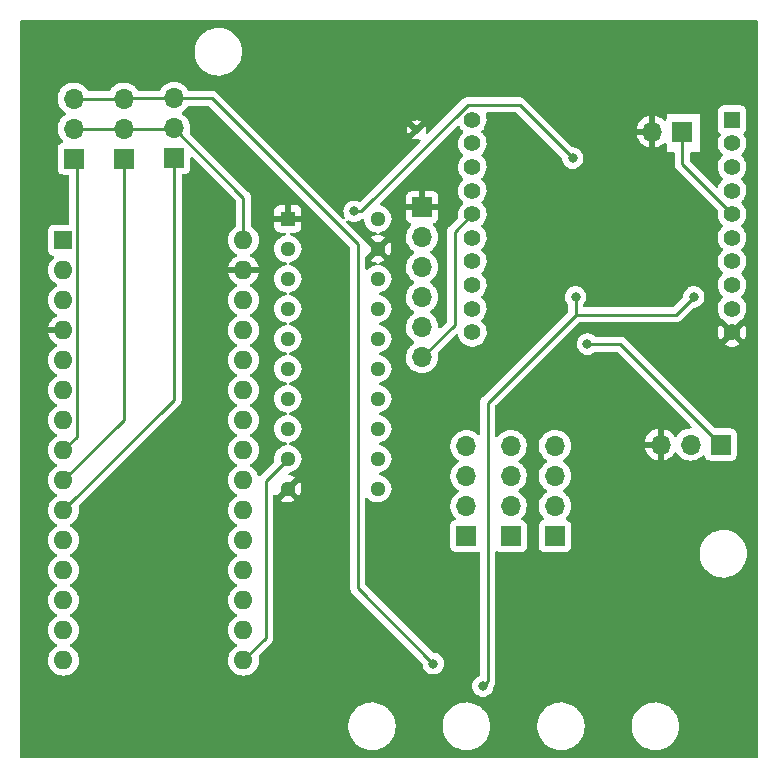
<source format=gbr>
%TF.GenerationSoftware,KiCad,Pcbnew,(5.99.0-9885-g7a8abcadd2)*%
%TF.CreationDate,2021-03-25T06:13:52-06:00*%
%TF.ProjectId,spinnybot-motherboad,7370696e-6e79-4626-9f74-2d6d6f746865,rev?*%
%TF.SameCoordinates,Original*%
%TF.FileFunction,Copper,L2,Bot*%
%TF.FilePolarity,Positive*%
%FSLAX46Y46*%
G04 Gerber Fmt 4.6, Leading zero omitted, Abs format (unit mm)*
G04 Created by KiCad (PCBNEW (5.99.0-9885-g7a8abcadd2)) date 2021-03-25 06:13:52*
%MOMM*%
%LPD*%
G01*
G04 APERTURE LIST*
%TA.AperFunction,ComponentPad*%
%ADD10C,0.600000*%
%TD*%
%TA.AperFunction,ComponentPad*%
%ADD11R,1.700000X1.700000*%
%TD*%
%TA.AperFunction,ComponentPad*%
%ADD12O,1.700000X1.700000*%
%TD*%
%TA.AperFunction,ComponentPad*%
%ADD13R,1.295400X1.295400*%
%TD*%
%TA.AperFunction,ComponentPad*%
%ADD14C,1.295400*%
%TD*%
%TA.AperFunction,ComponentPad*%
%ADD15R,1.600000X1.600000*%
%TD*%
%TA.AperFunction,ComponentPad*%
%ADD16O,1.600000X1.600000*%
%TD*%
%TA.AperFunction,ComponentPad*%
%ADD17R,1.400000X1.400000*%
%TD*%
%TA.AperFunction,ComponentPad*%
%ADD18C,1.400000*%
%TD*%
%TA.AperFunction,ViaPad*%
%ADD19C,0.800000*%
%TD*%
%TA.AperFunction,Conductor*%
%ADD20C,0.250000*%
%TD*%
G04 APERTURE END LIST*
D10*
%TO.P,TP1,1*%
%TO.N,GND*%
X110290146Y-60613486D03*
%TD*%
D11*
%TO.P,J15,1,MOSI*%
%TO.N,/MISO_5V*%
X122000000Y-95000000D03*
D12*
%TO.P,J15,2,MISO*%
%TO.N,/SCK_5V*%
X122000000Y-92460000D03*
%TO.P,J15,3,SCK*%
%TO.N,/MOSI_5V*%
X122000000Y-89920000D03*
%TO.P,J15,4,CS*%
%TO.N,/CS3_5V*%
X122000000Y-87380000D03*
%TD*%
D11*
%TO.P,J3,1,Pin_1*%
%TO.N,/LEDSTRIP2_DATA*%
X89750000Y-63010000D03*
D12*
%TO.P,J3,2,Pin_2*%
%TO.N,+5V*%
X89750000Y-60470000D03*
%TO.P,J3,3,Pin_3*%
%TO.N,/MOTOR_NEG*%
X89750000Y-57930000D03*
%TD*%
D13*
%TO.P,U1,1,\u002AOE1*%
%TO.N,GND*%
X99380000Y-68140000D03*
D14*
%TO.P,U1,2,A1*%
%TO.N,unconnected-(U1-Pad2)*%
X99380000Y-70680000D03*
%TO.P,U1,3,A2*%
%TO.N,unconnected-(U1-Pad3)*%
X99380000Y-73220000D03*
%TO.P,U1,4,A3*%
%TO.N,unconnected-(U1-Pad4)*%
X99380000Y-75760000D03*
%TO.P,U1,5,A4*%
%TO.N,/CS3_3V3*%
X99380000Y-78300000D03*
%TO.P,U1,6,A5*%
%TO.N,/CS2_3V3*%
X99380000Y-80840000D03*
%TO.P,U1,7,A6*%
%TO.N,/CS1_3V3*%
X99380000Y-83380000D03*
%TO.P,U1,8,A7*%
%TO.N,/MOSI_3V3*%
X99380000Y-85920000D03*
%TO.P,U1,9,A8*%
%TO.N,/SCK_3V3*%
X99380000Y-88460000D03*
%TO.P,U1,10,GND*%
%TO.N,GND*%
X99380000Y-91000000D03*
%TO.P,U1,11,Y8*%
%TO.N,/SCK_5V*%
X107000000Y-91000000D03*
%TO.P,U1,12,Y7*%
%TO.N,/MOSI_5V*%
X107000000Y-88460000D03*
%TO.P,U1,13,Y6*%
%TO.N,/CS1_5V*%
X107000000Y-85920000D03*
%TO.P,U1,14,Y5*%
%TO.N,/CS2_5V*%
X107000000Y-83380000D03*
%TO.P,U1,15,Y4*%
%TO.N,/CS3_5V*%
X107000000Y-80840000D03*
%TO.P,U1,16,Y3*%
%TO.N,unconnected-(U1-Pad16)*%
X107000000Y-78300000D03*
%TO.P,U1,17,Y2*%
%TO.N,unconnected-(U1-Pad17)*%
X107000000Y-75760000D03*
%TO.P,U1,18,Y1*%
%TO.N,unconnected-(U1-Pad18)*%
X107000000Y-73220000D03*
%TO.P,U1,19,\u002AOE2*%
%TO.N,GND*%
X107000000Y-70680000D03*
%TO.P,U1,20,VCC*%
%TO.N,+5V*%
X107000000Y-68140000D03*
%TD*%
D11*
%TO.P,J1,1,Pin_1*%
%TO.N,/LEDSTRIP1_DATA*%
X81250000Y-63040000D03*
D12*
%TO.P,J1,2,Pin_2*%
%TO.N,+5V*%
X81250000Y-60500000D03*
%TO.P,J1,3,Pin_3*%
%TO.N,/MOTOR_NEG*%
X81250000Y-57960000D03*
%TD*%
D11*
%TO.P,J6,1,Pin_1*%
%TO.N,+5V*%
X136025000Y-87250000D03*
D12*
%TO.P,J6,2,Pin_2*%
%TO.N,/SWITCH*%
X133485000Y-87250000D03*
%TO.P,J6,3,Pin_3*%
%TO.N,GND*%
X130945000Y-87250000D03*
%TD*%
D11*
%TO.P,J4,1,Pin_1*%
%TO.N,/XBEE_RESET*%
X132775000Y-60750000D03*
D12*
%TO.P,J4,2,Pin_2*%
%TO.N,GND*%
X130235000Y-60750000D03*
%TD*%
D15*
%TO.P,A1,1,D1/TX*%
%TO.N,Net-(A1-Pad1)*%
X80390000Y-69950000D03*
D16*
%TO.P,A1,2,D0/RX*%
%TO.N,Net-(A1-Pad2)*%
X80390000Y-72490000D03*
%TO.P,A1,3,~RESET*%
%TO.N,unconnected-(A1-Pad3)*%
X80390000Y-75030000D03*
%TO.P,A1,4,GND*%
%TO.N,GND*%
X80390000Y-77570000D03*
%TO.P,A1,5,D2*%
%TO.N,unconnected-(A1-Pad5)*%
X80390000Y-80110000D03*
%TO.P,A1,6,D3*%
%TO.N,unconnected-(A1-Pad6)*%
X80390000Y-82650000D03*
%TO.P,A1,7,D4*%
%TO.N,unconnected-(A1-Pad7)*%
X80390000Y-85190000D03*
%TO.P,A1,8,D5*%
%TO.N,/LEDSTRIP1_DATA*%
X80390000Y-87730000D03*
%TO.P,A1,9,D6*%
%TO.N,/LEDSTRIP3_DATA*%
X80390000Y-90270000D03*
%TO.P,A1,10,D7*%
%TO.N,/LEDSTRIP2_DATA*%
X80390000Y-92810000D03*
%TO.P,A1,11,D8*%
%TO.N,unconnected-(A1-Pad11)*%
X80390000Y-95350000D03*
%TO.P,A1,12,D9*%
%TO.N,unconnected-(A1-Pad12)*%
X80390000Y-97890000D03*
%TO.P,A1,13,D10*%
%TO.N,/CS1_3V3*%
X80390000Y-100430000D03*
%TO.P,A1,14,D11*%
%TO.N,/MOSI_3V3*%
X80390000Y-102970000D03*
%TO.P,A1,15,D12*%
%TO.N,/MISO_3V3*%
X80390000Y-105510000D03*
%TO.P,A1,16,D13*%
%TO.N,/SCK_3V3*%
X95630000Y-105510000D03*
%TO.P,A1,17,3V3*%
%TO.N,unconnected-(A1-Pad17)*%
X95630000Y-102970000D03*
%TO.P,A1,18,AREF*%
%TO.N,unconnected-(A1-Pad18)*%
X95630000Y-100430000D03*
%TO.P,A1,19,A0*%
%TO.N,/12V_SENSE*%
X95630000Y-97890000D03*
%TO.P,A1,20,A1*%
%TO.N,unconnected-(A1-Pad20)*%
X95630000Y-95350000D03*
%TO.P,A1,21,A2*%
%TO.N,unconnected-(A1-Pad21)*%
X95630000Y-92810000D03*
%TO.P,A1,22,A3*%
%TO.N,unconnected-(A1-Pad22)*%
X95630000Y-90270000D03*
%TO.P,A1,23,A4*%
%TO.N,unconnected-(A1-Pad23)*%
X95630000Y-87730000D03*
%TO.P,A1,24,A5*%
%TO.N,unconnected-(A1-Pad24)*%
X95630000Y-85190000D03*
%TO.P,A1,25,A6*%
%TO.N,/CS2_3V3*%
X95630000Y-82650000D03*
%TO.P,A1,26,A7*%
%TO.N,/CS3_3V3*%
X95630000Y-80110000D03*
%TO.P,A1,27,+5V*%
%TO.N,unconnected-(A1-Pad27)*%
X95630000Y-77570000D03*
%TO.P,A1,28,~RESET*%
%TO.N,unconnected-(A1-Pad28)*%
X95630000Y-75030000D03*
%TO.P,A1,29,GND*%
%TO.N,GND*%
X95630000Y-72490000D03*
%TO.P,A1,30,VIN*%
%TO.N,+5V*%
X95630000Y-69950000D03*
%TD*%
D11*
%TO.P,J2,1,Pin_1*%
%TO.N,/LEDSTRIP3_DATA*%
X85500000Y-63040000D03*
D12*
%TO.P,J2,2,Pin_2*%
%TO.N,+5V*%
X85500000Y-60500000D03*
%TO.P,J2,3,Pin_3*%
%TO.N,/MOTOR_NEG*%
X85500000Y-57960000D03*
%TD*%
D11*
%TO.P,J5,1,Pin_1*%
%TO.N,GND*%
X110750000Y-67150000D03*
D12*
%TO.P,J5,2,Pin_2*%
%TO.N,/CTS#*%
X110750000Y-69690000D03*
%TO.P,J5,3,Pin_3*%
%TO.N,+3V3*%
X110750000Y-72230000D03*
%TO.P,J5,4,Pin_4*%
%TO.N,/XBEE_RX*%
X110750000Y-74770000D03*
%TO.P,J5,5,Pin_5*%
%TO.N,/XBEE_TX*%
X110750000Y-77310000D03*
%TO.P,J5,6,Pin_6*%
%TO.N,/RTS#*%
X110750000Y-79850000D03*
%TD*%
D11*
%TO.P,J17,1,MOSI*%
%TO.N,/MISO_5V*%
X114500000Y-95000000D03*
D12*
%TO.P,J17,2,MISO*%
%TO.N,/SCK_5V*%
X114500000Y-92460000D03*
%TO.P,J17,3,SCL*%
%TO.N,/MOSI_5V*%
X114500000Y-89920000D03*
%TO.P,J17,4,CS*%
%TO.N,/CS1_5V*%
X114500000Y-87380000D03*
%TD*%
D11*
%TO.P,J16,1,MOSI*%
%TO.N,/MISO_5V*%
X118250000Y-95000000D03*
D12*
%TO.P,J16,2,MISO*%
%TO.N,/SCK_5V*%
X118250000Y-92460000D03*
%TO.P,J16,3,SCL*%
%TO.N,/MOSI_5V*%
X118250000Y-89920000D03*
%TO.P,J16,4,CS*%
%TO.N,/CS2_5V*%
X118250000Y-87380000D03*
%TD*%
D17*
%TO.P,U5,1,VCC*%
%TO.N,+3V3*%
X137000000Y-59750000D03*
D18*
%TO.P,U5,2,DOUT/DIO13*%
%TO.N,/XBEE_TX*%
X137000000Y-61750000D03*
%TO.P,U5,3,DIN/NCONFIG/DIO14*%
%TO.N,/XBEE_RX*%
X137000000Y-63750000D03*
%TO.P,U5,4,DIO12/SPI_MISO*%
%TO.N,unconnected-(U5-Pad4)*%
X137000000Y-65750000D03*
%TO.P,U5,5,~RESET*%
%TO.N,/XBEE_RESET*%
X137000000Y-67750000D03*
%TO.P,U5,6,DIO10/PWM0*%
%TO.N,unconnected-(U5-Pad6)*%
X137000000Y-69750000D03*
%TO.P,U5,7,DIO11/PWM1*%
%TO.N,unconnected-(U5-Pad7)*%
X137000000Y-71750000D03*
%TO.P,U5,8*%
%TO.N,N/C*%
X137000000Y-73750000D03*
%TO.P,U5,9,NDTR/SLEEP_RQ/DIO8*%
%TO.N,unconnected-(U5-Pad9)*%
X137000000Y-75750000D03*
%TO.P,U5,10,GND*%
%TO.N,GND*%
X137000000Y-77750000D03*
%TO.P,U5,11,DIO4/SPI_MOSI*%
%TO.N,unconnected-(U5-Pad11)*%
X115000000Y-77750000D03*
%TO.P,U5,12,NCTS/DIO7*%
%TO.N,/CTS#*%
X115000000Y-75750000D03*
%TO.P,U5,13,ON_NSLEEP/DIO9*%
%TO.N,unconnected-(U5-Pad13)*%
X115000000Y-73750000D03*
%TO.P,U5,14,VREF*%
%TO.N,unconnected-(U5-Pad14)*%
X115000000Y-71750000D03*
%TO.P,U5,15,ASSOCIATE/DIO5*%
%TO.N,unconnected-(U5-Pad15)*%
X115000000Y-69750000D03*
%TO.P,U5,16,NRTS/DIO6*%
%TO.N,/RTS#*%
X115000000Y-67750000D03*
%TO.P,U5,17,AD3/DIO3/SPI_NSSEL*%
%TO.N,unconnected-(U5-Pad17)*%
X115000000Y-65750000D03*
%TO.P,U5,18,AD2/DIO2/SPI_CLK*%
%TO.N,unconnected-(U5-Pad18)*%
X115000000Y-63750000D03*
%TO.P,U5,19,AD1/DIO1/SPI_NATTN*%
%TO.N,unconnected-(U5-Pad19)*%
X115000000Y-61750000D03*
%TO.P,U5,20,AD0/DIO0*%
%TO.N,unconnected-(U5-Pad20)*%
X115000000Y-59750000D03*
%TD*%
D19*
%TO.N,+5V*%
X124750000Y-78750000D03*
X123500000Y-63000000D03*
X105000000Y-67500000D03*
%TO.N,GND*%
X128750000Y-74750000D03*
X136250000Y-100500000D03*
X117000000Y-74750000D03*
%TO.N,+12V*%
X123750000Y-74750000D03*
X133750000Y-74750000D03*
X115900000Y-107700000D03*
%TO.N,/MOTOR_NEG*%
X111700000Y-105800000D03*
%TD*%
D20*
%TO.N,/SCK_3V3*%
X97500000Y-90340000D02*
X99380000Y-88460000D01*
X97500000Y-103640000D02*
X97500000Y-90340000D01*
X95630000Y-105510000D02*
X97500000Y-103640000D01*
%TO.N,+5V*%
X127525000Y-78750000D02*
X136025000Y-87250000D01*
X105000000Y-67500000D02*
X105600000Y-67500000D01*
X89750000Y-60470000D02*
X95630000Y-66350000D01*
X95630000Y-66350000D02*
X95630000Y-69950000D01*
X114600000Y-58500000D02*
X119000000Y-58500000D01*
X119000000Y-58500000D02*
X123500000Y-63000000D01*
X124750000Y-78750000D02*
X127525000Y-78750000D01*
X81250000Y-60500000D02*
X85500000Y-60500000D01*
X105600000Y-67500000D02*
X114600000Y-58500000D01*
X85500000Y-60500000D02*
X89720000Y-60500000D01*
%TO.N,/LEDSTRIP3_DATA*%
X85500000Y-63040000D02*
X85500000Y-85160000D01*
X85500000Y-85160000D02*
X80390000Y-90270000D01*
%TO.N,/LEDSTRIP2_DATA*%
X89750000Y-63010000D02*
X89750000Y-83450000D01*
X89750000Y-83450000D02*
X80390000Y-92810000D01*
%TO.N,/LEDSTRIP1_DATA*%
X81515011Y-86604989D02*
X80390000Y-87730000D01*
X81515011Y-63305011D02*
X81515011Y-86604989D01*
%TO.N,+12V*%
X133750000Y-74750000D02*
X132250000Y-76250000D01*
X116300000Y-107300000D02*
X116300000Y-83700000D01*
X132250000Y-76250000D02*
X123750000Y-76250000D01*
X115900000Y-107700000D02*
X116300000Y-107300000D01*
X116300000Y-83700000D02*
X123750000Y-76250000D01*
X123750000Y-74750000D02*
X123750000Y-76250000D01*
%TO.N,/RTS#*%
X110750000Y-79850000D02*
X113500000Y-77100000D01*
X113500000Y-77100000D02*
X113500000Y-69250000D01*
X113500000Y-69250000D02*
X115000000Y-67750000D01*
%TO.N,/XBEE_RESET*%
X132775000Y-63525000D02*
X137000000Y-67750000D01*
X132775000Y-60750000D02*
X132775000Y-63525000D01*
%TO.N,/MOTOR_NEG*%
X105300000Y-99400000D02*
X105300000Y-70300000D01*
X92930000Y-57930000D02*
X89750000Y-57930000D01*
X89750000Y-57930000D02*
X85530000Y-57930000D01*
X111700000Y-105800000D02*
X105300000Y-99400000D01*
X85500000Y-57960000D02*
X81250000Y-57960000D01*
X105300000Y-70300000D02*
X92930000Y-57930000D01*
%TD*%
%TA.AperFunction,Conductor*%
%TO.N,GND*%
G36*
X139134121Y-51328002D02*
G01*
X139180614Y-51381658D01*
X139192000Y-51434000D01*
X139192000Y-113666000D01*
X139171998Y-113734121D01*
X139118342Y-113780614D01*
X139066000Y-113792000D01*
X76834000Y-113792000D01*
X76765879Y-113771998D01*
X76719386Y-113718342D01*
X76708000Y-113666000D01*
X76708000Y-110959545D01*
X104491405Y-110959545D01*
X104491405Y-111240455D01*
X104530500Y-111518630D01*
X104607929Y-111788658D01*
X104722185Y-112045281D01*
X104871044Y-112283506D01*
X104873868Y-112286872D01*
X104873872Y-112286877D01*
X104960982Y-112390690D01*
X105051609Y-112498695D01*
X105260366Y-112686660D01*
X105264012Y-112689119D01*
X105489605Y-112841284D01*
X105489611Y-112841287D01*
X105493250Y-112843742D01*
X105624008Y-112907517D01*
X105741772Y-112964955D01*
X105741777Y-112964957D01*
X105745730Y-112966885D01*
X106012890Y-113053690D01*
X106138224Y-113075790D01*
X106285203Y-113101707D01*
X106285208Y-113101707D01*
X106289532Y-113102470D01*
X106293922Y-113102623D01*
X106293929Y-113102624D01*
X106565876Y-113112120D01*
X106565882Y-113112120D01*
X106570270Y-113112273D01*
X106574636Y-113111814D01*
X106574639Y-113111814D01*
X106845268Y-113083370D01*
X106845273Y-113083369D01*
X106849641Y-113082910D01*
X107122206Y-113014952D01*
X107237808Y-112968246D01*
X107378570Y-112911375D01*
X107378576Y-112911372D01*
X107382660Y-112909722D01*
X107386475Y-112907520D01*
X107386480Y-112907517D01*
X107501198Y-112841284D01*
X107625935Y-112769267D01*
X107735438Y-112683714D01*
X107843826Y-112599032D01*
X107843830Y-112599028D01*
X107847294Y-112596322D01*
X107941572Y-112498695D01*
X108039372Y-112397420D01*
X108039374Y-112397417D01*
X108042430Y-112394253D01*
X108045019Y-112390690D01*
X108204956Y-112170556D01*
X108204958Y-112170552D01*
X108207545Y-112166992D01*
X108209611Y-112163106D01*
X108209615Y-112163100D01*
X108337353Y-111922860D01*
X108337356Y-111922854D01*
X108339424Y-111918964D01*
X108385391Y-111792672D01*
X108433996Y-111659129D01*
X108433997Y-111659125D01*
X108435500Y-111654996D01*
X108493905Y-111380225D01*
X108513500Y-111100000D01*
X108503679Y-110959545D01*
X112491405Y-110959545D01*
X112491405Y-111240455D01*
X112530500Y-111518630D01*
X112607929Y-111788658D01*
X112722185Y-112045281D01*
X112871044Y-112283506D01*
X112873868Y-112286872D01*
X112873872Y-112286877D01*
X112960982Y-112390690D01*
X113051609Y-112498695D01*
X113260366Y-112686660D01*
X113264012Y-112689119D01*
X113489605Y-112841284D01*
X113489611Y-112841287D01*
X113493250Y-112843742D01*
X113624008Y-112907517D01*
X113741772Y-112964955D01*
X113741777Y-112964957D01*
X113745730Y-112966885D01*
X114012890Y-113053690D01*
X114138224Y-113075790D01*
X114285203Y-113101707D01*
X114285208Y-113101707D01*
X114289532Y-113102470D01*
X114293922Y-113102623D01*
X114293929Y-113102624D01*
X114565876Y-113112120D01*
X114565882Y-113112120D01*
X114570270Y-113112273D01*
X114574636Y-113111814D01*
X114574639Y-113111814D01*
X114845268Y-113083370D01*
X114845273Y-113083369D01*
X114849641Y-113082910D01*
X115122206Y-113014952D01*
X115237808Y-112968246D01*
X115378570Y-112911375D01*
X115378576Y-112911372D01*
X115382660Y-112909722D01*
X115386475Y-112907520D01*
X115386480Y-112907517D01*
X115501198Y-112841284D01*
X115625935Y-112769267D01*
X115735438Y-112683714D01*
X115843826Y-112599032D01*
X115843830Y-112599028D01*
X115847294Y-112596322D01*
X115941572Y-112498695D01*
X116039372Y-112397420D01*
X116039374Y-112397417D01*
X116042430Y-112394253D01*
X116045019Y-112390690D01*
X116204956Y-112170556D01*
X116204958Y-112170552D01*
X116207545Y-112166992D01*
X116209611Y-112163106D01*
X116209615Y-112163100D01*
X116337353Y-111922860D01*
X116337356Y-111922854D01*
X116339424Y-111918964D01*
X116385391Y-111792672D01*
X116433996Y-111659129D01*
X116433997Y-111659125D01*
X116435500Y-111654996D01*
X116493905Y-111380225D01*
X116513500Y-111100000D01*
X116503679Y-110959545D01*
X120491405Y-110959545D01*
X120491405Y-111240455D01*
X120530500Y-111518630D01*
X120607929Y-111788658D01*
X120722185Y-112045281D01*
X120871044Y-112283506D01*
X120873868Y-112286872D01*
X120873872Y-112286877D01*
X120960982Y-112390690D01*
X121051609Y-112498695D01*
X121260366Y-112686660D01*
X121264012Y-112689119D01*
X121489605Y-112841284D01*
X121489611Y-112841287D01*
X121493250Y-112843742D01*
X121624008Y-112907517D01*
X121741772Y-112964955D01*
X121741777Y-112964957D01*
X121745730Y-112966885D01*
X122012890Y-113053690D01*
X122138224Y-113075790D01*
X122285203Y-113101707D01*
X122285208Y-113101707D01*
X122289532Y-113102470D01*
X122293922Y-113102623D01*
X122293929Y-113102624D01*
X122565876Y-113112120D01*
X122565882Y-113112120D01*
X122570270Y-113112273D01*
X122574636Y-113111814D01*
X122574639Y-113111814D01*
X122845268Y-113083370D01*
X122845273Y-113083369D01*
X122849641Y-113082910D01*
X123122206Y-113014952D01*
X123237808Y-112968246D01*
X123378570Y-112911375D01*
X123378576Y-112911372D01*
X123382660Y-112909722D01*
X123386475Y-112907520D01*
X123386480Y-112907517D01*
X123501198Y-112841284D01*
X123625935Y-112769267D01*
X123735438Y-112683714D01*
X123843826Y-112599032D01*
X123843830Y-112599028D01*
X123847294Y-112596322D01*
X123941572Y-112498695D01*
X124039372Y-112397420D01*
X124039374Y-112397417D01*
X124042430Y-112394253D01*
X124045019Y-112390690D01*
X124204956Y-112170556D01*
X124204958Y-112170552D01*
X124207545Y-112166992D01*
X124209611Y-112163106D01*
X124209615Y-112163100D01*
X124337353Y-111922860D01*
X124337356Y-111922854D01*
X124339424Y-111918964D01*
X124385391Y-111792672D01*
X124433996Y-111659129D01*
X124433997Y-111659125D01*
X124435500Y-111654996D01*
X124493905Y-111380225D01*
X124513500Y-111100000D01*
X124503679Y-110959545D01*
X128491405Y-110959545D01*
X128491405Y-111240455D01*
X128530500Y-111518630D01*
X128607929Y-111788658D01*
X128722185Y-112045281D01*
X128871044Y-112283506D01*
X128873868Y-112286872D01*
X128873872Y-112286877D01*
X128960982Y-112390690D01*
X129051609Y-112498695D01*
X129260366Y-112686660D01*
X129264012Y-112689119D01*
X129489605Y-112841284D01*
X129489611Y-112841287D01*
X129493250Y-112843742D01*
X129624008Y-112907517D01*
X129741772Y-112964955D01*
X129741777Y-112964957D01*
X129745730Y-112966885D01*
X130012890Y-113053690D01*
X130138224Y-113075790D01*
X130285203Y-113101707D01*
X130285208Y-113101707D01*
X130289532Y-113102470D01*
X130293922Y-113102623D01*
X130293929Y-113102624D01*
X130565876Y-113112120D01*
X130565882Y-113112120D01*
X130570270Y-113112273D01*
X130574636Y-113111814D01*
X130574639Y-113111814D01*
X130845268Y-113083370D01*
X130845273Y-113083369D01*
X130849641Y-113082910D01*
X131122206Y-113014952D01*
X131237808Y-112968246D01*
X131378570Y-112911375D01*
X131378576Y-112911372D01*
X131382660Y-112909722D01*
X131386475Y-112907520D01*
X131386480Y-112907517D01*
X131501198Y-112841284D01*
X131625935Y-112769267D01*
X131735438Y-112683714D01*
X131843826Y-112599032D01*
X131843830Y-112599028D01*
X131847294Y-112596322D01*
X131941572Y-112498695D01*
X132039372Y-112397420D01*
X132039374Y-112397417D01*
X132042430Y-112394253D01*
X132045019Y-112390690D01*
X132204956Y-112170556D01*
X132204958Y-112170552D01*
X132207545Y-112166992D01*
X132209611Y-112163106D01*
X132209615Y-112163100D01*
X132337353Y-111922860D01*
X132337356Y-111922854D01*
X132339424Y-111918964D01*
X132385391Y-111792672D01*
X132433996Y-111659129D01*
X132433997Y-111659125D01*
X132435500Y-111654996D01*
X132493905Y-111380225D01*
X132513500Y-111100000D01*
X132493905Y-110819775D01*
X132435500Y-110545004D01*
X132388390Y-110415569D01*
X132340933Y-110285181D01*
X132340931Y-110285177D01*
X132339424Y-110281036D01*
X132337356Y-110277146D01*
X132337353Y-110277140D01*
X132209615Y-110036900D01*
X132209611Y-110036894D01*
X132207545Y-110033008D01*
X132120444Y-109913123D01*
X132045019Y-109809310D01*
X132045017Y-109809307D01*
X132042430Y-109805747D01*
X131944828Y-109704677D01*
X131850348Y-109606840D01*
X131850344Y-109606837D01*
X131847294Y-109603678D01*
X131843830Y-109600972D01*
X131843826Y-109600968D01*
X131629401Y-109433441D01*
X131629402Y-109433441D01*
X131625935Y-109430733D01*
X131493603Y-109354331D01*
X131386480Y-109292483D01*
X131386475Y-109292480D01*
X131382660Y-109290278D01*
X131378576Y-109288628D01*
X131378570Y-109288625D01*
X131126287Y-109186697D01*
X131122206Y-109185048D01*
X130849641Y-109117090D01*
X130845273Y-109116631D01*
X130845268Y-109116630D01*
X130574639Y-109088186D01*
X130574636Y-109088186D01*
X130570270Y-109087727D01*
X130565882Y-109087880D01*
X130565876Y-109087880D01*
X130293929Y-109097376D01*
X130293922Y-109097377D01*
X130289532Y-109097530D01*
X130285208Y-109098293D01*
X130285203Y-109098293D01*
X130172563Y-109118155D01*
X130012890Y-109146310D01*
X129745730Y-109233115D01*
X129741777Y-109235043D01*
X129741772Y-109235045D01*
X129631918Y-109288625D01*
X129493250Y-109356258D01*
X129489611Y-109358713D01*
X129489605Y-109358716D01*
X129382836Y-109430733D01*
X129260366Y-109513340D01*
X129051609Y-109701305D01*
X129048780Y-109704677D01*
X128873872Y-109913123D01*
X128873868Y-109913128D01*
X128871044Y-109916494D01*
X128722185Y-110154719D01*
X128607929Y-110411342D01*
X128530500Y-110681370D01*
X128491405Y-110959545D01*
X124503679Y-110959545D01*
X124493905Y-110819775D01*
X124435500Y-110545004D01*
X124388390Y-110415569D01*
X124340933Y-110285181D01*
X124340931Y-110285177D01*
X124339424Y-110281036D01*
X124337356Y-110277146D01*
X124337353Y-110277140D01*
X124209615Y-110036900D01*
X124209611Y-110036894D01*
X124207545Y-110033008D01*
X124120444Y-109913123D01*
X124045019Y-109809310D01*
X124045017Y-109809307D01*
X124042430Y-109805747D01*
X123944828Y-109704677D01*
X123850348Y-109606840D01*
X123850344Y-109606837D01*
X123847294Y-109603678D01*
X123843830Y-109600972D01*
X123843826Y-109600968D01*
X123629401Y-109433441D01*
X123629402Y-109433441D01*
X123625935Y-109430733D01*
X123493603Y-109354331D01*
X123386480Y-109292483D01*
X123386475Y-109292480D01*
X123382660Y-109290278D01*
X123378576Y-109288628D01*
X123378570Y-109288625D01*
X123126287Y-109186697D01*
X123122206Y-109185048D01*
X122849641Y-109117090D01*
X122845273Y-109116631D01*
X122845268Y-109116630D01*
X122574639Y-109088186D01*
X122574636Y-109088186D01*
X122570270Y-109087727D01*
X122565882Y-109087880D01*
X122565876Y-109087880D01*
X122293929Y-109097376D01*
X122293922Y-109097377D01*
X122289532Y-109097530D01*
X122285208Y-109098293D01*
X122285203Y-109098293D01*
X122172563Y-109118155D01*
X122012890Y-109146310D01*
X121745730Y-109233115D01*
X121741777Y-109235043D01*
X121741772Y-109235045D01*
X121631918Y-109288625D01*
X121493250Y-109356258D01*
X121489611Y-109358713D01*
X121489605Y-109358716D01*
X121382836Y-109430733D01*
X121260366Y-109513340D01*
X121051609Y-109701305D01*
X121048780Y-109704677D01*
X120873872Y-109913123D01*
X120873868Y-109913128D01*
X120871044Y-109916494D01*
X120722185Y-110154719D01*
X120607929Y-110411342D01*
X120530500Y-110681370D01*
X120491405Y-110959545D01*
X116503679Y-110959545D01*
X116493905Y-110819775D01*
X116435500Y-110545004D01*
X116388390Y-110415569D01*
X116340933Y-110285181D01*
X116340931Y-110285177D01*
X116339424Y-110281036D01*
X116337356Y-110277146D01*
X116337353Y-110277140D01*
X116209615Y-110036900D01*
X116209611Y-110036894D01*
X116207545Y-110033008D01*
X116120444Y-109913123D01*
X116045019Y-109809310D01*
X116045017Y-109809307D01*
X116042430Y-109805747D01*
X115944828Y-109704677D01*
X115850348Y-109606840D01*
X115850344Y-109606837D01*
X115847294Y-109603678D01*
X115843830Y-109600972D01*
X115843826Y-109600968D01*
X115629401Y-109433441D01*
X115629402Y-109433441D01*
X115625935Y-109430733D01*
X115493603Y-109354331D01*
X115386480Y-109292483D01*
X115386475Y-109292480D01*
X115382660Y-109290278D01*
X115378576Y-109288628D01*
X115378570Y-109288625D01*
X115126287Y-109186697D01*
X115122206Y-109185048D01*
X114849641Y-109117090D01*
X114845273Y-109116631D01*
X114845268Y-109116630D01*
X114574639Y-109088186D01*
X114574636Y-109088186D01*
X114570270Y-109087727D01*
X114565882Y-109087880D01*
X114565876Y-109087880D01*
X114293929Y-109097376D01*
X114293922Y-109097377D01*
X114289532Y-109097530D01*
X114285208Y-109098293D01*
X114285203Y-109098293D01*
X114172563Y-109118155D01*
X114012890Y-109146310D01*
X113745730Y-109233115D01*
X113741777Y-109235043D01*
X113741772Y-109235045D01*
X113631918Y-109288625D01*
X113493250Y-109356258D01*
X113489611Y-109358713D01*
X113489605Y-109358716D01*
X113382836Y-109430733D01*
X113260366Y-109513340D01*
X113051609Y-109701305D01*
X113048780Y-109704677D01*
X112873872Y-109913123D01*
X112873868Y-109913128D01*
X112871044Y-109916494D01*
X112722185Y-110154719D01*
X112607929Y-110411342D01*
X112530500Y-110681370D01*
X112491405Y-110959545D01*
X108503679Y-110959545D01*
X108493905Y-110819775D01*
X108435500Y-110545004D01*
X108388390Y-110415569D01*
X108340933Y-110285181D01*
X108340931Y-110285177D01*
X108339424Y-110281036D01*
X108337356Y-110277146D01*
X108337353Y-110277140D01*
X108209615Y-110036900D01*
X108209611Y-110036894D01*
X108207545Y-110033008D01*
X108120444Y-109913123D01*
X108045019Y-109809310D01*
X108045017Y-109809307D01*
X108042430Y-109805747D01*
X107944828Y-109704677D01*
X107850348Y-109606840D01*
X107850344Y-109606837D01*
X107847294Y-109603678D01*
X107843830Y-109600972D01*
X107843826Y-109600968D01*
X107629401Y-109433441D01*
X107629402Y-109433441D01*
X107625935Y-109430733D01*
X107493603Y-109354331D01*
X107386480Y-109292483D01*
X107386475Y-109292480D01*
X107382660Y-109290278D01*
X107378576Y-109288628D01*
X107378570Y-109288625D01*
X107126287Y-109186697D01*
X107122206Y-109185048D01*
X106849641Y-109117090D01*
X106845273Y-109116631D01*
X106845268Y-109116630D01*
X106574639Y-109088186D01*
X106574636Y-109088186D01*
X106570270Y-109087727D01*
X106565882Y-109087880D01*
X106565876Y-109087880D01*
X106293929Y-109097376D01*
X106293922Y-109097377D01*
X106289532Y-109097530D01*
X106285208Y-109098293D01*
X106285203Y-109098293D01*
X106172563Y-109118155D01*
X106012890Y-109146310D01*
X105745730Y-109233115D01*
X105741777Y-109235043D01*
X105741772Y-109235045D01*
X105631918Y-109288625D01*
X105493250Y-109356258D01*
X105489611Y-109358713D01*
X105489605Y-109358716D01*
X105382836Y-109430733D01*
X105260366Y-109513340D01*
X105051609Y-109701305D01*
X105048780Y-109704677D01*
X104873872Y-109913123D01*
X104873868Y-109913128D01*
X104871044Y-109916494D01*
X104722185Y-110154719D01*
X104607929Y-110411342D01*
X104530500Y-110681370D01*
X104491405Y-110959545D01*
X76708000Y-110959545D01*
X76708000Y-69150000D01*
X79076500Y-69150000D01*
X79076500Y-70750000D01*
X79081727Y-70823079D01*
X79092830Y-70860892D01*
X79117633Y-70945363D01*
X79122904Y-70963316D01*
X79147426Y-71001472D01*
X79197051Y-71078691D01*
X79197053Y-71078694D01*
X79201923Y-71086271D01*
X79208733Y-71092172D01*
X79305569Y-71176082D01*
X79305572Y-71176084D01*
X79312381Y-71181984D01*
X79320579Y-71185728D01*
X79364128Y-71205616D01*
X79445330Y-71242700D01*
X79454245Y-71243982D01*
X79454246Y-71243982D01*
X79499122Y-71250434D01*
X79563703Y-71279927D01*
X79602087Y-71339653D01*
X79602087Y-71410650D01*
X79563704Y-71470376D01*
X79553465Y-71478362D01*
X79545698Y-71483801D01*
X79383801Y-71645698D01*
X79380644Y-71650206D01*
X79380642Y-71650209D01*
X79255633Y-71828741D01*
X79252476Y-71833250D01*
X79250153Y-71838232D01*
X79250150Y-71838237D01*
X79172119Y-72005576D01*
X79155714Y-72040757D01*
X79154292Y-72046065D01*
X79154291Y-72046067D01*
X79098787Y-72253210D01*
X79096455Y-72261913D01*
X79076500Y-72490000D01*
X79096455Y-72718087D01*
X79097879Y-72723400D01*
X79097879Y-72723402D01*
X79149451Y-72915868D01*
X79155714Y-72939243D01*
X79158036Y-72944224D01*
X79158037Y-72944225D01*
X79250150Y-73141763D01*
X79250153Y-73141768D01*
X79252476Y-73146750D01*
X79255632Y-73151257D01*
X79255633Y-73151259D01*
X79378694Y-73327008D01*
X79383801Y-73334302D01*
X79545698Y-73496199D01*
X79550206Y-73499356D01*
X79550209Y-73499358D01*
X79716983Y-73616134D01*
X79733250Y-73627524D01*
X79738232Y-73629847D01*
X79738237Y-73629850D01*
X79772454Y-73645805D01*
X79825739Y-73692722D01*
X79845200Y-73760999D01*
X79824658Y-73828959D01*
X79772454Y-73874195D01*
X79738237Y-73890150D01*
X79738232Y-73890153D01*
X79733250Y-73892476D01*
X79728743Y-73895632D01*
X79728741Y-73895633D01*
X79550209Y-74020642D01*
X79550206Y-74020644D01*
X79545698Y-74023801D01*
X79383801Y-74185698D01*
X79380644Y-74190206D01*
X79380642Y-74190209D01*
X79255633Y-74368741D01*
X79252476Y-74373250D01*
X79250153Y-74378232D01*
X79250150Y-74378237D01*
X79172119Y-74545576D01*
X79155714Y-74580757D01*
X79154292Y-74586065D01*
X79154291Y-74586067D01*
X79098787Y-74793210D01*
X79096455Y-74801913D01*
X79076500Y-75030000D01*
X79096455Y-75258087D01*
X79097879Y-75263400D01*
X79097879Y-75263402D01*
X79149451Y-75455868D01*
X79155714Y-75479243D01*
X79158036Y-75484224D01*
X79158037Y-75484225D01*
X79250150Y-75681763D01*
X79250153Y-75681768D01*
X79252476Y-75686750D01*
X79255632Y-75691257D01*
X79255633Y-75691259D01*
X79373037Y-75858929D01*
X79383801Y-75874302D01*
X79545698Y-76036199D01*
X79550206Y-76039356D01*
X79550209Y-76039358D01*
X79728741Y-76164367D01*
X79733250Y-76167524D01*
X79738237Y-76169850D01*
X79738238Y-76169850D01*
X79773043Y-76186080D01*
X79826328Y-76232998D01*
X79845789Y-76301275D01*
X79825247Y-76369235D01*
X79773042Y-76414470D01*
X79738491Y-76430581D01*
X79728991Y-76436066D01*
X79550531Y-76561025D01*
X79542123Y-76568081D01*
X79388081Y-76722123D01*
X79381025Y-76730531D01*
X79256066Y-76908991D01*
X79250583Y-76918487D01*
X79158509Y-77115943D01*
X79154761Y-77126239D01*
X79108602Y-77298503D01*
X79108938Y-77312599D01*
X79116880Y-77316000D01*
X80518000Y-77316000D01*
X80586121Y-77336002D01*
X80632614Y-77389658D01*
X80644000Y-77442000D01*
X80644000Y-77698000D01*
X80623998Y-77766121D01*
X80570342Y-77812614D01*
X80518000Y-77824000D01*
X79122029Y-77824000D01*
X79108498Y-77827973D01*
X79107269Y-77836522D01*
X79154761Y-78013761D01*
X79158509Y-78024057D01*
X79250583Y-78221513D01*
X79256066Y-78231009D01*
X79381025Y-78409469D01*
X79388081Y-78417877D01*
X79542123Y-78571919D01*
X79550531Y-78578975D01*
X79728991Y-78703934D01*
X79738491Y-78709419D01*
X79773042Y-78725530D01*
X79826328Y-78772447D01*
X79845789Y-78840724D01*
X79825247Y-78908684D01*
X79773043Y-78953920D01*
X79764761Y-78957782D01*
X79733250Y-78972476D01*
X79728743Y-78975632D01*
X79728741Y-78975633D01*
X79550209Y-79100642D01*
X79550206Y-79100644D01*
X79545698Y-79103801D01*
X79383801Y-79265698D01*
X79380644Y-79270206D01*
X79380642Y-79270209D01*
X79255633Y-79448741D01*
X79252476Y-79453250D01*
X79250153Y-79458232D01*
X79250150Y-79458237D01*
X79172119Y-79625576D01*
X79155714Y-79660757D01*
X79154292Y-79666065D01*
X79154291Y-79666067D01*
X79116141Y-79808444D01*
X79096455Y-79881913D01*
X79076500Y-80110000D01*
X79096455Y-80338087D01*
X79097879Y-80343400D01*
X79097879Y-80343402D01*
X79149451Y-80535868D01*
X79155714Y-80559243D01*
X79158036Y-80564224D01*
X79158037Y-80564225D01*
X79250150Y-80761763D01*
X79250153Y-80761768D01*
X79252476Y-80766750D01*
X79255632Y-80771257D01*
X79255633Y-80771259D01*
X79373037Y-80938929D01*
X79383801Y-80954302D01*
X79545698Y-81116199D01*
X79550206Y-81119356D01*
X79550209Y-81119358D01*
X79728741Y-81244367D01*
X79733250Y-81247524D01*
X79738232Y-81249847D01*
X79738237Y-81249850D01*
X79772454Y-81265805D01*
X79825739Y-81312722D01*
X79845200Y-81380999D01*
X79824658Y-81448959D01*
X79772454Y-81494195D01*
X79738237Y-81510150D01*
X79738232Y-81510153D01*
X79733250Y-81512476D01*
X79728743Y-81515632D01*
X79728741Y-81515633D01*
X79550209Y-81640642D01*
X79550206Y-81640644D01*
X79545698Y-81643801D01*
X79383801Y-81805698D01*
X79380644Y-81810206D01*
X79380642Y-81810209D01*
X79255633Y-81988741D01*
X79252476Y-81993250D01*
X79250153Y-81998232D01*
X79250150Y-81998237D01*
X79158037Y-82195775D01*
X79155714Y-82200757D01*
X79154292Y-82206065D01*
X79154291Y-82206067D01*
X79116141Y-82348444D01*
X79096455Y-82421913D01*
X79076500Y-82650000D01*
X79096455Y-82878087D01*
X79155714Y-83099243D01*
X79158036Y-83104224D01*
X79158037Y-83104225D01*
X79250150Y-83301763D01*
X79250153Y-83301768D01*
X79252476Y-83306750D01*
X79255632Y-83311257D01*
X79255633Y-83311259D01*
X79366824Y-83470056D01*
X79383801Y-83494302D01*
X79545698Y-83656199D01*
X79550206Y-83659356D01*
X79550209Y-83659358D01*
X79724341Y-83781286D01*
X79733250Y-83787524D01*
X79738232Y-83789847D01*
X79738237Y-83789850D01*
X79772454Y-83805805D01*
X79825739Y-83852722D01*
X79845200Y-83920999D01*
X79824658Y-83988959D01*
X79772454Y-84034195D01*
X79738237Y-84050150D01*
X79738232Y-84050153D01*
X79733250Y-84052476D01*
X79728743Y-84055632D01*
X79728741Y-84055633D01*
X79550209Y-84180642D01*
X79550206Y-84180644D01*
X79545698Y-84183801D01*
X79383801Y-84345698D01*
X79380644Y-84350206D01*
X79380642Y-84350209D01*
X79255633Y-84528741D01*
X79252476Y-84533250D01*
X79250153Y-84538232D01*
X79250150Y-84538237D01*
X79158037Y-84735775D01*
X79155714Y-84740757D01*
X79154292Y-84746065D01*
X79154291Y-84746067D01*
X79116141Y-84888444D01*
X79096455Y-84961913D01*
X79076500Y-85190000D01*
X79096455Y-85418087D01*
X79097879Y-85423400D01*
X79097879Y-85423402D01*
X79139831Y-85579966D01*
X79155714Y-85639243D01*
X79158036Y-85644224D01*
X79158037Y-85644225D01*
X79250150Y-85841763D01*
X79250153Y-85841768D01*
X79252476Y-85846750D01*
X79255632Y-85851257D01*
X79255633Y-85851259D01*
X79379219Y-86027758D01*
X79383801Y-86034302D01*
X79545698Y-86196199D01*
X79550206Y-86199356D01*
X79550209Y-86199358D01*
X79723130Y-86320438D01*
X79733250Y-86327524D01*
X79738232Y-86329847D01*
X79738237Y-86329850D01*
X79772454Y-86345805D01*
X79825739Y-86392722D01*
X79845200Y-86460999D01*
X79824658Y-86528959D01*
X79772454Y-86574195D01*
X79738237Y-86590150D01*
X79738232Y-86590153D01*
X79733250Y-86592476D01*
X79728743Y-86595632D01*
X79728741Y-86595633D01*
X79550209Y-86720642D01*
X79550206Y-86720644D01*
X79545698Y-86723801D01*
X79383801Y-86885698D01*
X79380644Y-86890206D01*
X79380642Y-86890209D01*
X79255633Y-87068741D01*
X79252476Y-87073250D01*
X79250153Y-87078232D01*
X79250150Y-87078237D01*
X79171721Y-87246429D01*
X79155714Y-87280757D01*
X79154292Y-87286065D01*
X79154291Y-87286067D01*
X79116141Y-87428444D01*
X79096455Y-87501913D01*
X79076500Y-87730000D01*
X79096455Y-87958087D01*
X79097879Y-87963400D01*
X79097879Y-87963402D01*
X79148761Y-88153293D01*
X79155714Y-88179243D01*
X79158036Y-88184224D01*
X79158037Y-88184225D01*
X79250150Y-88381763D01*
X79250153Y-88381768D01*
X79252476Y-88386750D01*
X79255632Y-88391257D01*
X79255633Y-88391259D01*
X79375345Y-88562225D01*
X79383801Y-88574302D01*
X79545698Y-88736199D01*
X79550206Y-88739356D01*
X79550209Y-88739358D01*
X79728741Y-88864367D01*
X79733250Y-88867524D01*
X79738232Y-88869847D01*
X79738237Y-88869850D01*
X79772454Y-88885805D01*
X79825739Y-88932722D01*
X79845200Y-89000999D01*
X79824658Y-89068959D01*
X79772454Y-89114195D01*
X79738237Y-89130150D01*
X79738232Y-89130153D01*
X79733250Y-89132476D01*
X79728743Y-89135632D01*
X79728741Y-89135633D01*
X79550209Y-89260642D01*
X79550206Y-89260644D01*
X79545698Y-89263801D01*
X79383801Y-89425698D01*
X79380644Y-89430206D01*
X79380642Y-89430209D01*
X79255633Y-89608741D01*
X79252476Y-89613250D01*
X79250153Y-89618232D01*
X79250150Y-89618237D01*
X79176149Y-89776933D01*
X79155714Y-89820757D01*
X79154292Y-89826065D01*
X79154291Y-89826067D01*
X79103545Y-90015454D01*
X79096455Y-90041913D01*
X79076500Y-90270000D01*
X79096455Y-90498087D01*
X79097879Y-90503400D01*
X79097879Y-90503402D01*
X79148761Y-90693293D01*
X79155714Y-90719243D01*
X79158036Y-90724224D01*
X79158037Y-90724225D01*
X79250150Y-90921763D01*
X79250153Y-90921768D01*
X79252476Y-90926750D01*
X79255632Y-90931257D01*
X79255633Y-90931259D01*
X79351676Y-91068422D01*
X79383801Y-91114302D01*
X79545698Y-91276199D01*
X79550206Y-91279356D01*
X79550209Y-91279358D01*
X79728741Y-91404367D01*
X79733250Y-91407524D01*
X79738232Y-91409847D01*
X79738237Y-91409850D01*
X79772454Y-91425805D01*
X79825739Y-91472722D01*
X79845200Y-91540999D01*
X79824658Y-91608959D01*
X79772454Y-91654195D01*
X79738237Y-91670150D01*
X79738232Y-91670153D01*
X79733250Y-91672476D01*
X79728743Y-91675632D01*
X79728741Y-91675633D01*
X79550209Y-91800642D01*
X79550206Y-91800644D01*
X79545698Y-91803801D01*
X79383801Y-91965698D01*
X79380644Y-91970206D01*
X79380642Y-91970209D01*
X79286098Y-92105233D01*
X79252476Y-92153250D01*
X79250153Y-92158232D01*
X79250150Y-92158237D01*
X79171721Y-92326429D01*
X79155714Y-92360757D01*
X79154292Y-92366065D01*
X79154291Y-92366067D01*
X79122108Y-92486176D01*
X79096455Y-92581913D01*
X79076500Y-92810000D01*
X79096455Y-93038087D01*
X79097879Y-93043400D01*
X79097879Y-93043402D01*
X79148761Y-93233293D01*
X79155714Y-93259243D01*
X79158036Y-93264224D01*
X79158037Y-93264225D01*
X79250150Y-93461763D01*
X79250153Y-93461768D01*
X79252476Y-93466750D01*
X79255632Y-93471257D01*
X79255633Y-93471259D01*
X79352007Y-93608895D01*
X79383801Y-93654302D01*
X79545698Y-93816199D01*
X79550206Y-93819356D01*
X79550209Y-93819358D01*
X79728741Y-93944367D01*
X79733250Y-93947524D01*
X79738232Y-93949847D01*
X79738237Y-93949850D01*
X79772454Y-93965805D01*
X79825739Y-94012722D01*
X79845200Y-94080999D01*
X79824658Y-94148959D01*
X79772454Y-94194195D01*
X79738237Y-94210150D01*
X79738232Y-94210153D01*
X79733250Y-94212476D01*
X79728743Y-94215632D01*
X79728741Y-94215633D01*
X79550209Y-94340642D01*
X79550206Y-94340644D01*
X79545698Y-94343801D01*
X79383801Y-94505698D01*
X79380644Y-94510206D01*
X79380642Y-94510209D01*
X79327085Y-94586697D01*
X79252476Y-94693250D01*
X79250153Y-94698232D01*
X79250150Y-94698237D01*
X79187104Y-94833441D01*
X79155714Y-94900757D01*
X79096455Y-95121913D01*
X79076500Y-95350000D01*
X79096455Y-95578087D01*
X79155714Y-95799243D01*
X79158036Y-95804224D01*
X79158037Y-95804225D01*
X79250150Y-96001763D01*
X79250153Y-96001768D01*
X79252476Y-96006750D01*
X79255632Y-96011257D01*
X79255633Y-96011259D01*
X79378178Y-96186271D01*
X79383801Y-96194302D01*
X79545698Y-96356199D01*
X79550206Y-96359356D01*
X79550209Y-96359358D01*
X79728741Y-96484367D01*
X79733250Y-96487524D01*
X79738232Y-96489847D01*
X79738237Y-96489850D01*
X79772454Y-96505805D01*
X79825739Y-96552722D01*
X79845200Y-96620999D01*
X79824658Y-96688959D01*
X79772454Y-96734195D01*
X79738237Y-96750150D01*
X79738232Y-96750153D01*
X79733250Y-96752476D01*
X79728743Y-96755632D01*
X79728741Y-96755633D01*
X79550209Y-96880642D01*
X79550206Y-96880644D01*
X79545698Y-96883801D01*
X79383801Y-97045698D01*
X79380644Y-97050206D01*
X79380642Y-97050209D01*
X79280889Y-97192672D01*
X79252476Y-97233250D01*
X79250153Y-97238232D01*
X79250150Y-97238237D01*
X79212507Y-97318964D01*
X79155714Y-97440757D01*
X79096455Y-97661913D01*
X79076500Y-97890000D01*
X79096455Y-98118087D01*
X79155714Y-98339243D01*
X79158036Y-98344224D01*
X79158037Y-98344225D01*
X79250150Y-98541763D01*
X79250153Y-98541768D01*
X79252476Y-98546750D01*
X79255632Y-98551257D01*
X79255633Y-98551259D01*
X79351676Y-98688422D01*
X79383801Y-98734302D01*
X79545698Y-98896199D01*
X79550206Y-98899356D01*
X79550209Y-98899358D01*
X79728741Y-99024367D01*
X79733250Y-99027524D01*
X79738232Y-99029847D01*
X79738237Y-99029850D01*
X79772454Y-99045805D01*
X79825739Y-99092722D01*
X79845200Y-99160999D01*
X79824658Y-99228959D01*
X79772454Y-99274195D01*
X79738237Y-99290150D01*
X79738232Y-99290153D01*
X79733250Y-99292476D01*
X79728743Y-99295632D01*
X79728741Y-99295633D01*
X79550209Y-99420642D01*
X79550206Y-99420644D01*
X79545698Y-99423801D01*
X79383801Y-99585698D01*
X79380644Y-99590206D01*
X79380642Y-99590209D01*
X79273400Y-99743367D01*
X79252476Y-99773250D01*
X79250153Y-99778232D01*
X79250150Y-99778237D01*
X79207914Y-99868813D01*
X79155714Y-99980757D01*
X79096455Y-100201913D01*
X79076500Y-100430000D01*
X79096455Y-100658087D01*
X79155714Y-100879243D01*
X79158036Y-100884224D01*
X79158037Y-100884225D01*
X79250150Y-101081763D01*
X79250153Y-101081768D01*
X79252476Y-101086750D01*
X79255632Y-101091257D01*
X79255633Y-101091259D01*
X79351676Y-101228422D01*
X79383801Y-101274302D01*
X79545698Y-101436199D01*
X79550206Y-101439356D01*
X79550209Y-101439358D01*
X79728741Y-101564367D01*
X79733250Y-101567524D01*
X79738232Y-101569847D01*
X79738237Y-101569850D01*
X79772454Y-101585805D01*
X79825739Y-101632722D01*
X79845200Y-101700999D01*
X79824658Y-101768959D01*
X79772454Y-101814195D01*
X79738237Y-101830150D01*
X79738232Y-101830153D01*
X79733250Y-101832476D01*
X79728743Y-101835632D01*
X79728741Y-101835633D01*
X79550209Y-101960642D01*
X79550206Y-101960644D01*
X79545698Y-101963801D01*
X79383801Y-102125698D01*
X79252476Y-102313250D01*
X79250153Y-102318232D01*
X79250150Y-102318237D01*
X79158037Y-102515775D01*
X79155714Y-102520757D01*
X79096455Y-102741913D01*
X79076500Y-102970000D01*
X79096455Y-103198087D01*
X79155714Y-103419243D01*
X79158036Y-103424224D01*
X79158037Y-103424225D01*
X79250150Y-103621763D01*
X79250153Y-103621768D01*
X79252476Y-103626750D01*
X79255632Y-103631257D01*
X79255633Y-103631259D01*
X79351799Y-103768598D01*
X79383801Y-103814302D01*
X79545698Y-103976199D01*
X79550206Y-103979356D01*
X79550209Y-103979358D01*
X79698423Y-104083138D01*
X79733250Y-104107524D01*
X79738232Y-104109847D01*
X79738237Y-104109850D01*
X79772454Y-104125805D01*
X79825739Y-104172722D01*
X79845200Y-104240999D01*
X79824658Y-104308959D01*
X79772454Y-104354195D01*
X79738237Y-104370150D01*
X79738232Y-104370153D01*
X79733250Y-104372476D01*
X79728743Y-104375632D01*
X79728741Y-104375633D01*
X79550209Y-104500642D01*
X79550206Y-104500644D01*
X79545698Y-104503801D01*
X79383801Y-104665698D01*
X79252476Y-104853250D01*
X79250153Y-104858232D01*
X79250150Y-104858237D01*
X79181154Y-105006201D01*
X79155714Y-105060757D01*
X79154292Y-105066065D01*
X79154291Y-105066067D01*
X79139535Y-105121137D01*
X79096455Y-105281913D01*
X79076500Y-105510000D01*
X79096455Y-105738087D01*
X79097879Y-105743400D01*
X79097879Y-105743402D01*
X79113045Y-105800000D01*
X79155714Y-105959243D01*
X79158036Y-105964224D01*
X79158037Y-105964225D01*
X79250150Y-106161763D01*
X79250153Y-106161768D01*
X79252476Y-106166750D01*
X79255632Y-106171257D01*
X79255633Y-106171259D01*
X79367642Y-106331224D01*
X79383801Y-106354302D01*
X79545698Y-106516199D01*
X79550206Y-106519356D01*
X79550209Y-106519358D01*
X79728741Y-106644367D01*
X79733250Y-106647524D01*
X79738232Y-106649847D01*
X79738237Y-106649850D01*
X79935775Y-106741963D01*
X79940757Y-106744286D01*
X79946065Y-106745708D01*
X79946067Y-106745709D01*
X80156598Y-106802121D01*
X80156600Y-106802121D01*
X80161913Y-106803545D01*
X80390000Y-106823500D01*
X80618087Y-106803545D01*
X80623400Y-106802121D01*
X80623402Y-106802121D01*
X80833933Y-106745709D01*
X80833935Y-106745708D01*
X80839243Y-106744286D01*
X80844225Y-106741963D01*
X81041763Y-106649850D01*
X81041768Y-106649847D01*
X81046750Y-106647524D01*
X81051259Y-106644367D01*
X81229791Y-106519358D01*
X81229794Y-106519356D01*
X81234302Y-106516199D01*
X81396199Y-106354302D01*
X81412359Y-106331224D01*
X81524367Y-106171259D01*
X81524368Y-106171257D01*
X81527524Y-106166750D01*
X81529847Y-106161768D01*
X81529850Y-106161763D01*
X81621963Y-105964225D01*
X81621964Y-105964224D01*
X81624286Y-105959243D01*
X81666956Y-105800000D01*
X81682121Y-105743402D01*
X81682121Y-105743400D01*
X81683545Y-105738087D01*
X81703500Y-105510000D01*
X81683545Y-105281913D01*
X81640465Y-105121137D01*
X81625709Y-105066067D01*
X81625708Y-105066065D01*
X81624286Y-105060757D01*
X81598846Y-105006201D01*
X81529850Y-104858237D01*
X81529847Y-104858232D01*
X81527524Y-104853250D01*
X81396199Y-104665698D01*
X81234302Y-104503801D01*
X81229794Y-104500644D01*
X81229791Y-104500642D01*
X81051259Y-104375633D01*
X81051257Y-104375632D01*
X81046750Y-104372476D01*
X81041768Y-104370153D01*
X81041763Y-104370150D01*
X81007546Y-104354195D01*
X80954261Y-104307278D01*
X80934800Y-104239001D01*
X80955342Y-104171041D01*
X81007546Y-104125805D01*
X81041763Y-104109850D01*
X81041768Y-104109847D01*
X81046750Y-104107524D01*
X81081577Y-104083138D01*
X81229791Y-103979358D01*
X81229794Y-103979356D01*
X81234302Y-103976199D01*
X81396199Y-103814302D01*
X81428202Y-103768598D01*
X81524367Y-103631259D01*
X81524368Y-103631257D01*
X81527524Y-103626750D01*
X81529847Y-103621768D01*
X81529850Y-103621763D01*
X81621963Y-103424225D01*
X81621964Y-103424224D01*
X81624286Y-103419243D01*
X81683545Y-103198087D01*
X81703500Y-102970000D01*
X81683545Y-102741913D01*
X81624286Y-102520757D01*
X81621963Y-102515775D01*
X81529850Y-102318237D01*
X81529847Y-102318232D01*
X81527524Y-102313250D01*
X81396199Y-102125698D01*
X81234302Y-101963801D01*
X81229794Y-101960644D01*
X81229791Y-101960642D01*
X81051259Y-101835633D01*
X81051257Y-101835632D01*
X81046750Y-101832476D01*
X81041768Y-101830153D01*
X81041763Y-101830150D01*
X81007546Y-101814195D01*
X80954261Y-101767278D01*
X80934800Y-101699001D01*
X80955342Y-101631041D01*
X81007546Y-101585805D01*
X81041763Y-101569850D01*
X81041768Y-101569847D01*
X81046750Y-101567524D01*
X81051259Y-101564367D01*
X81229791Y-101439358D01*
X81229794Y-101439356D01*
X81234302Y-101436199D01*
X81396199Y-101274302D01*
X81428325Y-101228422D01*
X81524367Y-101091259D01*
X81524368Y-101091257D01*
X81527524Y-101086750D01*
X81529847Y-101081768D01*
X81529850Y-101081763D01*
X81621963Y-100884225D01*
X81621964Y-100884224D01*
X81624286Y-100879243D01*
X81683545Y-100658087D01*
X81703500Y-100430000D01*
X81683545Y-100201913D01*
X81624286Y-99980757D01*
X81572086Y-99868813D01*
X81529850Y-99778237D01*
X81529847Y-99778232D01*
X81527524Y-99773250D01*
X81506600Y-99743367D01*
X81399358Y-99590209D01*
X81399356Y-99590206D01*
X81396199Y-99585698D01*
X81234302Y-99423801D01*
X81229794Y-99420644D01*
X81229791Y-99420642D01*
X81051259Y-99295633D01*
X81051257Y-99295632D01*
X81046750Y-99292476D01*
X81041768Y-99290153D01*
X81041763Y-99290150D01*
X81007546Y-99274195D01*
X80954261Y-99227278D01*
X80934800Y-99159001D01*
X80955342Y-99091041D01*
X81007546Y-99045805D01*
X81041763Y-99029850D01*
X81041768Y-99029847D01*
X81046750Y-99027524D01*
X81051259Y-99024367D01*
X81229791Y-98899358D01*
X81229794Y-98899356D01*
X81234302Y-98896199D01*
X81396199Y-98734302D01*
X81428325Y-98688422D01*
X81524367Y-98551259D01*
X81524368Y-98551257D01*
X81527524Y-98546750D01*
X81529847Y-98541768D01*
X81529850Y-98541763D01*
X81621963Y-98344225D01*
X81621964Y-98344224D01*
X81624286Y-98339243D01*
X81683545Y-98118087D01*
X81703500Y-97890000D01*
X81683545Y-97661913D01*
X81624286Y-97440757D01*
X81567493Y-97318964D01*
X81529850Y-97238237D01*
X81529847Y-97238232D01*
X81527524Y-97233250D01*
X81499111Y-97192672D01*
X81399358Y-97050209D01*
X81399356Y-97050206D01*
X81396199Y-97045698D01*
X81234302Y-96883801D01*
X81229794Y-96880644D01*
X81229791Y-96880642D01*
X81051259Y-96755633D01*
X81051257Y-96755632D01*
X81046750Y-96752476D01*
X81041768Y-96750153D01*
X81041763Y-96750150D01*
X81007546Y-96734195D01*
X80954261Y-96687278D01*
X80934800Y-96619001D01*
X80955342Y-96551041D01*
X81007546Y-96505805D01*
X81041763Y-96489850D01*
X81041768Y-96489847D01*
X81046750Y-96487524D01*
X81051259Y-96484367D01*
X81229791Y-96359358D01*
X81229794Y-96359356D01*
X81234302Y-96356199D01*
X81396199Y-96194302D01*
X81401823Y-96186271D01*
X81524367Y-96011259D01*
X81524368Y-96011257D01*
X81527524Y-96006750D01*
X81529847Y-96001768D01*
X81529850Y-96001763D01*
X81621963Y-95804225D01*
X81621964Y-95804224D01*
X81624286Y-95799243D01*
X81683545Y-95578087D01*
X81703500Y-95350000D01*
X81683545Y-95121913D01*
X81624286Y-94900757D01*
X81592896Y-94833441D01*
X81529850Y-94698237D01*
X81529847Y-94698232D01*
X81527524Y-94693250D01*
X81452915Y-94586697D01*
X81399358Y-94510209D01*
X81399356Y-94510206D01*
X81396199Y-94505698D01*
X81234302Y-94343801D01*
X81229794Y-94340644D01*
X81229791Y-94340642D01*
X81051259Y-94215633D01*
X81051257Y-94215632D01*
X81046750Y-94212476D01*
X81041768Y-94210153D01*
X81041763Y-94210150D01*
X81007546Y-94194195D01*
X80954261Y-94147278D01*
X80934800Y-94079001D01*
X80955342Y-94011041D01*
X81007546Y-93965805D01*
X81041763Y-93949850D01*
X81041768Y-93949847D01*
X81046750Y-93947524D01*
X81051259Y-93944367D01*
X81229791Y-93819358D01*
X81229794Y-93819356D01*
X81234302Y-93816199D01*
X81396199Y-93654302D01*
X81427994Y-93608895D01*
X81524367Y-93471259D01*
X81524368Y-93471257D01*
X81527524Y-93466750D01*
X81529847Y-93461768D01*
X81529850Y-93461763D01*
X81621963Y-93264225D01*
X81621964Y-93264224D01*
X81624286Y-93259243D01*
X81631240Y-93233293D01*
X81682121Y-93043402D01*
X81682121Y-93043400D01*
X81683545Y-93038087D01*
X81703500Y-92810000D01*
X81683545Y-92581913D01*
X81666542Y-92518456D01*
X81668232Y-92447479D01*
X81699154Y-92396750D01*
X90142513Y-83953391D01*
X90150601Y-83946031D01*
X90156995Y-83941973D01*
X90202870Y-83893121D01*
X90205624Y-83890280D01*
X90225938Y-83869966D01*
X90228583Y-83866555D01*
X90236289Y-83857533D01*
X90236467Y-83857344D01*
X90266557Y-83825301D01*
X90270376Y-83818355D01*
X90276318Y-83807547D01*
X90287172Y-83791023D01*
X90294725Y-83781286D01*
X90294725Y-83781285D01*
X90299583Y-83775023D01*
X90317142Y-83734447D01*
X90322363Y-83723790D01*
X90343662Y-83685048D01*
X90346983Y-83672114D01*
X90348699Y-83665432D01*
X90355103Y-83646728D01*
X90359999Y-83635415D01*
X90360001Y-83635408D01*
X90363148Y-83628136D01*
X90365353Y-83614218D01*
X90370065Y-83584465D01*
X90372472Y-83572844D01*
X90381987Y-83535782D01*
X90381987Y-83535781D01*
X90383465Y-83530025D01*
X90383500Y-83529469D01*
X90383500Y-83509548D01*
X90385051Y-83489838D01*
X90386944Y-83477886D01*
X90386944Y-83477885D01*
X90388184Y-83470056D01*
X90384059Y-83426417D01*
X90383500Y-83414560D01*
X90383500Y-75030000D01*
X94316500Y-75030000D01*
X94336455Y-75258087D01*
X94337879Y-75263400D01*
X94337879Y-75263402D01*
X94389451Y-75455868D01*
X94395714Y-75479243D01*
X94398036Y-75484224D01*
X94398037Y-75484225D01*
X94490150Y-75681763D01*
X94490153Y-75681768D01*
X94492476Y-75686750D01*
X94495632Y-75691257D01*
X94495633Y-75691259D01*
X94613037Y-75858929D01*
X94623801Y-75874302D01*
X94785698Y-76036199D01*
X94790206Y-76039356D01*
X94790209Y-76039358D01*
X94968741Y-76164367D01*
X94973250Y-76167524D01*
X94978232Y-76169847D01*
X94978237Y-76169850D01*
X95012454Y-76185805D01*
X95065739Y-76232722D01*
X95085200Y-76300999D01*
X95064658Y-76368959D01*
X95012454Y-76414195D01*
X95006720Y-76416869D01*
X94978237Y-76430150D01*
X94978232Y-76430153D01*
X94973250Y-76432476D01*
X94968743Y-76435632D01*
X94968741Y-76435633D01*
X94790209Y-76560642D01*
X94790206Y-76560644D01*
X94785698Y-76563801D01*
X94623801Y-76725698D01*
X94620644Y-76730206D01*
X94620642Y-76730209D01*
X94495633Y-76908741D01*
X94492476Y-76913250D01*
X94490153Y-76918232D01*
X94490150Y-76918237D01*
X94412119Y-77085576D01*
X94395714Y-77120757D01*
X94394292Y-77126065D01*
X94394291Y-77126067D01*
X94338952Y-77332593D01*
X94336455Y-77341913D01*
X94316500Y-77570000D01*
X94336455Y-77798087D01*
X94337879Y-77803400D01*
X94337879Y-77803402D01*
X94351170Y-77853002D01*
X94395714Y-78019243D01*
X94398036Y-78024224D01*
X94398037Y-78024225D01*
X94490150Y-78221763D01*
X94490153Y-78221768D01*
X94492476Y-78226750D01*
X94495632Y-78231257D01*
X94495633Y-78231259D01*
X94615298Y-78402158D01*
X94623801Y-78414302D01*
X94785698Y-78576199D01*
X94790206Y-78579356D01*
X94790209Y-78579358D01*
X94968123Y-78703934D01*
X94973250Y-78707524D01*
X94978232Y-78709847D01*
X94978237Y-78709850D01*
X95012454Y-78725805D01*
X95065739Y-78772722D01*
X95085200Y-78840999D01*
X95064658Y-78908959D01*
X95012454Y-78954195D01*
X94978237Y-78970150D01*
X94978232Y-78970153D01*
X94973250Y-78972476D01*
X94968743Y-78975632D01*
X94968741Y-78975633D01*
X94790209Y-79100642D01*
X94790206Y-79100644D01*
X94785698Y-79103801D01*
X94623801Y-79265698D01*
X94620644Y-79270206D01*
X94620642Y-79270209D01*
X94495633Y-79448741D01*
X94492476Y-79453250D01*
X94490153Y-79458232D01*
X94490150Y-79458237D01*
X94412119Y-79625576D01*
X94395714Y-79660757D01*
X94394292Y-79666065D01*
X94394291Y-79666067D01*
X94356141Y-79808444D01*
X94336455Y-79881913D01*
X94316500Y-80110000D01*
X94336455Y-80338087D01*
X94337879Y-80343400D01*
X94337879Y-80343402D01*
X94389451Y-80535868D01*
X94395714Y-80559243D01*
X94398036Y-80564224D01*
X94398037Y-80564225D01*
X94490150Y-80761763D01*
X94490153Y-80761768D01*
X94492476Y-80766750D01*
X94495632Y-80771257D01*
X94495633Y-80771259D01*
X94613037Y-80938929D01*
X94623801Y-80954302D01*
X94785698Y-81116199D01*
X94790206Y-81119356D01*
X94790209Y-81119358D01*
X94968741Y-81244367D01*
X94973250Y-81247524D01*
X94978232Y-81249847D01*
X94978237Y-81249850D01*
X95012454Y-81265805D01*
X95065739Y-81312722D01*
X95085200Y-81380999D01*
X95064658Y-81448959D01*
X95012454Y-81494195D01*
X94978237Y-81510150D01*
X94978232Y-81510153D01*
X94973250Y-81512476D01*
X94968743Y-81515632D01*
X94968741Y-81515633D01*
X94790209Y-81640642D01*
X94790206Y-81640644D01*
X94785698Y-81643801D01*
X94623801Y-81805698D01*
X94620644Y-81810206D01*
X94620642Y-81810209D01*
X94495633Y-81988741D01*
X94492476Y-81993250D01*
X94490153Y-81998232D01*
X94490150Y-81998237D01*
X94398037Y-82195775D01*
X94395714Y-82200757D01*
X94394292Y-82206065D01*
X94394291Y-82206067D01*
X94356141Y-82348444D01*
X94336455Y-82421913D01*
X94316500Y-82650000D01*
X94336455Y-82878087D01*
X94395714Y-83099243D01*
X94398036Y-83104224D01*
X94398037Y-83104225D01*
X94490150Y-83301763D01*
X94490153Y-83301768D01*
X94492476Y-83306750D01*
X94495632Y-83311257D01*
X94495633Y-83311259D01*
X94606824Y-83470056D01*
X94623801Y-83494302D01*
X94785698Y-83656199D01*
X94790206Y-83659356D01*
X94790209Y-83659358D01*
X94964341Y-83781286D01*
X94973250Y-83787524D01*
X94978232Y-83789847D01*
X94978237Y-83789850D01*
X95012454Y-83805805D01*
X95065739Y-83852722D01*
X95085200Y-83920999D01*
X95064658Y-83988959D01*
X95012454Y-84034195D01*
X94978237Y-84050150D01*
X94978232Y-84050153D01*
X94973250Y-84052476D01*
X94968743Y-84055632D01*
X94968741Y-84055633D01*
X94790209Y-84180642D01*
X94790206Y-84180644D01*
X94785698Y-84183801D01*
X94623801Y-84345698D01*
X94620644Y-84350206D01*
X94620642Y-84350209D01*
X94495633Y-84528741D01*
X94492476Y-84533250D01*
X94490153Y-84538232D01*
X94490150Y-84538237D01*
X94398037Y-84735775D01*
X94395714Y-84740757D01*
X94394292Y-84746065D01*
X94394291Y-84746067D01*
X94356141Y-84888444D01*
X94336455Y-84961913D01*
X94316500Y-85190000D01*
X94336455Y-85418087D01*
X94337879Y-85423400D01*
X94337879Y-85423402D01*
X94379831Y-85579966D01*
X94395714Y-85639243D01*
X94398036Y-85644224D01*
X94398037Y-85644225D01*
X94490150Y-85841763D01*
X94490153Y-85841768D01*
X94492476Y-85846750D01*
X94495632Y-85851257D01*
X94495633Y-85851259D01*
X94619219Y-86027758D01*
X94623801Y-86034302D01*
X94785698Y-86196199D01*
X94790206Y-86199356D01*
X94790209Y-86199358D01*
X94963130Y-86320438D01*
X94973250Y-86327524D01*
X94978232Y-86329847D01*
X94978237Y-86329850D01*
X95012454Y-86345805D01*
X95065739Y-86392722D01*
X95085200Y-86460999D01*
X95064658Y-86528959D01*
X95012454Y-86574195D01*
X94978237Y-86590150D01*
X94978232Y-86590153D01*
X94973250Y-86592476D01*
X94968743Y-86595632D01*
X94968741Y-86595633D01*
X94790209Y-86720642D01*
X94790206Y-86720644D01*
X94785698Y-86723801D01*
X94623801Y-86885698D01*
X94620644Y-86890206D01*
X94620642Y-86890209D01*
X94495633Y-87068741D01*
X94492476Y-87073250D01*
X94490153Y-87078232D01*
X94490150Y-87078237D01*
X94411721Y-87246429D01*
X94395714Y-87280757D01*
X94394292Y-87286065D01*
X94394291Y-87286067D01*
X94356141Y-87428444D01*
X94336455Y-87501913D01*
X94316500Y-87730000D01*
X94336455Y-87958087D01*
X94337879Y-87963400D01*
X94337879Y-87963402D01*
X94388761Y-88153293D01*
X94395714Y-88179243D01*
X94398036Y-88184224D01*
X94398037Y-88184225D01*
X94490150Y-88381763D01*
X94490153Y-88381768D01*
X94492476Y-88386750D01*
X94495632Y-88391257D01*
X94495633Y-88391259D01*
X94615345Y-88562225D01*
X94623801Y-88574302D01*
X94785698Y-88736199D01*
X94790206Y-88739356D01*
X94790209Y-88739358D01*
X94968741Y-88864367D01*
X94973250Y-88867524D01*
X94978232Y-88869847D01*
X94978237Y-88869850D01*
X95012454Y-88885805D01*
X95065739Y-88932722D01*
X95085200Y-89000999D01*
X95064658Y-89068959D01*
X95012454Y-89114195D01*
X94978237Y-89130150D01*
X94978232Y-89130153D01*
X94973250Y-89132476D01*
X94968743Y-89135632D01*
X94968741Y-89135633D01*
X94790209Y-89260642D01*
X94790206Y-89260644D01*
X94785698Y-89263801D01*
X94623801Y-89425698D01*
X94620644Y-89430206D01*
X94620642Y-89430209D01*
X94495633Y-89608741D01*
X94492476Y-89613250D01*
X94490153Y-89618232D01*
X94490150Y-89618237D01*
X94416149Y-89776933D01*
X94395714Y-89820757D01*
X94394292Y-89826065D01*
X94394291Y-89826067D01*
X94343545Y-90015454D01*
X94336455Y-90041913D01*
X94316500Y-90270000D01*
X94336455Y-90498087D01*
X94337879Y-90503400D01*
X94337879Y-90503402D01*
X94388761Y-90693293D01*
X94395714Y-90719243D01*
X94398036Y-90724224D01*
X94398037Y-90724225D01*
X94490150Y-90921763D01*
X94490153Y-90921768D01*
X94492476Y-90926750D01*
X94495632Y-90931257D01*
X94495633Y-90931259D01*
X94591676Y-91068422D01*
X94623801Y-91114302D01*
X94785698Y-91276199D01*
X94790206Y-91279356D01*
X94790209Y-91279358D01*
X94968741Y-91404367D01*
X94973250Y-91407524D01*
X94978232Y-91409847D01*
X94978237Y-91409850D01*
X95012454Y-91425805D01*
X95065739Y-91472722D01*
X95085200Y-91540999D01*
X95064658Y-91608959D01*
X95012454Y-91654195D01*
X94978237Y-91670150D01*
X94978232Y-91670153D01*
X94973250Y-91672476D01*
X94968743Y-91675632D01*
X94968741Y-91675633D01*
X94790209Y-91800642D01*
X94790206Y-91800644D01*
X94785698Y-91803801D01*
X94623801Y-91965698D01*
X94620644Y-91970206D01*
X94620642Y-91970209D01*
X94526098Y-92105233D01*
X94492476Y-92153250D01*
X94490153Y-92158232D01*
X94490150Y-92158237D01*
X94411721Y-92326429D01*
X94395714Y-92360757D01*
X94394292Y-92366065D01*
X94394291Y-92366067D01*
X94362108Y-92486176D01*
X94336455Y-92581913D01*
X94316500Y-92810000D01*
X94336455Y-93038087D01*
X94337879Y-93043400D01*
X94337879Y-93043402D01*
X94388761Y-93233293D01*
X94395714Y-93259243D01*
X94398036Y-93264224D01*
X94398037Y-93264225D01*
X94490150Y-93461763D01*
X94490153Y-93461768D01*
X94492476Y-93466750D01*
X94495632Y-93471257D01*
X94495633Y-93471259D01*
X94592007Y-93608895D01*
X94623801Y-93654302D01*
X94785698Y-93816199D01*
X94790206Y-93819356D01*
X94790209Y-93819358D01*
X94968741Y-93944367D01*
X94973250Y-93947524D01*
X94978232Y-93949847D01*
X94978237Y-93949850D01*
X95012454Y-93965805D01*
X95065739Y-94012722D01*
X95085200Y-94080999D01*
X95064658Y-94148959D01*
X95012454Y-94194195D01*
X94978237Y-94210150D01*
X94978232Y-94210153D01*
X94973250Y-94212476D01*
X94968743Y-94215632D01*
X94968741Y-94215633D01*
X94790209Y-94340642D01*
X94790206Y-94340644D01*
X94785698Y-94343801D01*
X94623801Y-94505698D01*
X94620644Y-94510206D01*
X94620642Y-94510209D01*
X94567085Y-94586697D01*
X94492476Y-94693250D01*
X94490153Y-94698232D01*
X94490150Y-94698237D01*
X94427104Y-94833441D01*
X94395714Y-94900757D01*
X94336455Y-95121913D01*
X94316500Y-95350000D01*
X94336455Y-95578087D01*
X94395714Y-95799243D01*
X94398036Y-95804224D01*
X94398037Y-95804225D01*
X94490150Y-96001763D01*
X94490153Y-96001768D01*
X94492476Y-96006750D01*
X94495632Y-96011257D01*
X94495633Y-96011259D01*
X94618178Y-96186271D01*
X94623801Y-96194302D01*
X94785698Y-96356199D01*
X94790206Y-96359356D01*
X94790209Y-96359358D01*
X94968741Y-96484367D01*
X94973250Y-96487524D01*
X94978232Y-96489847D01*
X94978237Y-96489850D01*
X95012454Y-96505805D01*
X95065739Y-96552722D01*
X95085200Y-96620999D01*
X95064658Y-96688959D01*
X95012454Y-96734195D01*
X94978237Y-96750150D01*
X94978232Y-96750153D01*
X94973250Y-96752476D01*
X94968743Y-96755632D01*
X94968741Y-96755633D01*
X94790209Y-96880642D01*
X94790206Y-96880644D01*
X94785698Y-96883801D01*
X94623801Y-97045698D01*
X94620644Y-97050206D01*
X94620642Y-97050209D01*
X94520889Y-97192672D01*
X94492476Y-97233250D01*
X94490153Y-97238232D01*
X94490150Y-97238237D01*
X94452507Y-97318964D01*
X94395714Y-97440757D01*
X94336455Y-97661913D01*
X94316500Y-97890000D01*
X94336455Y-98118087D01*
X94395714Y-98339243D01*
X94398036Y-98344224D01*
X94398037Y-98344225D01*
X94490150Y-98541763D01*
X94490153Y-98541768D01*
X94492476Y-98546750D01*
X94495632Y-98551257D01*
X94495633Y-98551259D01*
X94591676Y-98688422D01*
X94623801Y-98734302D01*
X94785698Y-98896199D01*
X94790206Y-98899356D01*
X94790209Y-98899358D01*
X94968741Y-99024367D01*
X94973250Y-99027524D01*
X94978232Y-99029847D01*
X94978237Y-99029850D01*
X95012454Y-99045805D01*
X95065739Y-99092722D01*
X95085200Y-99160999D01*
X95064658Y-99228959D01*
X95012454Y-99274195D01*
X94978237Y-99290150D01*
X94978232Y-99290153D01*
X94973250Y-99292476D01*
X94968743Y-99295632D01*
X94968741Y-99295633D01*
X94790209Y-99420642D01*
X94790206Y-99420644D01*
X94785698Y-99423801D01*
X94623801Y-99585698D01*
X94620644Y-99590206D01*
X94620642Y-99590209D01*
X94513400Y-99743367D01*
X94492476Y-99773250D01*
X94490153Y-99778232D01*
X94490150Y-99778237D01*
X94447914Y-99868813D01*
X94395714Y-99980757D01*
X94336455Y-100201913D01*
X94316500Y-100430000D01*
X94336455Y-100658087D01*
X94395714Y-100879243D01*
X94398036Y-100884224D01*
X94398037Y-100884225D01*
X94490150Y-101081763D01*
X94490153Y-101081768D01*
X94492476Y-101086750D01*
X94495632Y-101091257D01*
X94495633Y-101091259D01*
X94591676Y-101228422D01*
X94623801Y-101274302D01*
X94785698Y-101436199D01*
X94790206Y-101439356D01*
X94790209Y-101439358D01*
X94968741Y-101564367D01*
X94973250Y-101567524D01*
X94978232Y-101569847D01*
X94978237Y-101569850D01*
X95012454Y-101585805D01*
X95065739Y-101632722D01*
X95085200Y-101700999D01*
X95064658Y-101768959D01*
X95012454Y-101814195D01*
X94978237Y-101830150D01*
X94978232Y-101830153D01*
X94973250Y-101832476D01*
X94968743Y-101835632D01*
X94968741Y-101835633D01*
X94790209Y-101960642D01*
X94790206Y-101960644D01*
X94785698Y-101963801D01*
X94623801Y-102125698D01*
X94492476Y-102313250D01*
X94490153Y-102318232D01*
X94490150Y-102318237D01*
X94398037Y-102515775D01*
X94395714Y-102520757D01*
X94336455Y-102741913D01*
X94316500Y-102970000D01*
X94336455Y-103198087D01*
X94395714Y-103419243D01*
X94398036Y-103424224D01*
X94398037Y-103424225D01*
X94490150Y-103621763D01*
X94490153Y-103621768D01*
X94492476Y-103626750D01*
X94495632Y-103631257D01*
X94495633Y-103631259D01*
X94591799Y-103768598D01*
X94623801Y-103814302D01*
X94785698Y-103976199D01*
X94790206Y-103979356D01*
X94790209Y-103979358D01*
X94938423Y-104083138D01*
X94973250Y-104107524D01*
X94978232Y-104109847D01*
X94978237Y-104109850D01*
X95012454Y-104125805D01*
X95065739Y-104172722D01*
X95085200Y-104240999D01*
X95064658Y-104308959D01*
X95012454Y-104354195D01*
X94978237Y-104370150D01*
X94978232Y-104370153D01*
X94973250Y-104372476D01*
X94968743Y-104375632D01*
X94968741Y-104375633D01*
X94790209Y-104500642D01*
X94790206Y-104500644D01*
X94785698Y-104503801D01*
X94623801Y-104665698D01*
X94492476Y-104853250D01*
X94490153Y-104858232D01*
X94490150Y-104858237D01*
X94421154Y-105006201D01*
X94395714Y-105060757D01*
X94394292Y-105066065D01*
X94394291Y-105066067D01*
X94379535Y-105121137D01*
X94336455Y-105281913D01*
X94316500Y-105510000D01*
X94336455Y-105738087D01*
X94337879Y-105743400D01*
X94337879Y-105743402D01*
X94353045Y-105800000D01*
X94395714Y-105959243D01*
X94398036Y-105964224D01*
X94398037Y-105964225D01*
X94490150Y-106161763D01*
X94490153Y-106161768D01*
X94492476Y-106166750D01*
X94495632Y-106171257D01*
X94495633Y-106171259D01*
X94607642Y-106331224D01*
X94623801Y-106354302D01*
X94785698Y-106516199D01*
X94790206Y-106519356D01*
X94790209Y-106519358D01*
X94968741Y-106644367D01*
X94973250Y-106647524D01*
X94978232Y-106649847D01*
X94978237Y-106649850D01*
X95175775Y-106741963D01*
X95180757Y-106744286D01*
X95186065Y-106745708D01*
X95186067Y-106745709D01*
X95396598Y-106802121D01*
X95396600Y-106802121D01*
X95401913Y-106803545D01*
X95630000Y-106823500D01*
X95858087Y-106803545D01*
X95863400Y-106802121D01*
X95863402Y-106802121D01*
X96073933Y-106745709D01*
X96073935Y-106745708D01*
X96079243Y-106744286D01*
X96084225Y-106741963D01*
X96281763Y-106649850D01*
X96281768Y-106649847D01*
X96286750Y-106647524D01*
X96291259Y-106644367D01*
X96469791Y-106519358D01*
X96469794Y-106519356D01*
X96474302Y-106516199D01*
X96636199Y-106354302D01*
X96652359Y-106331224D01*
X96764367Y-106171259D01*
X96764368Y-106171257D01*
X96767524Y-106166750D01*
X96769847Y-106161768D01*
X96769850Y-106161763D01*
X96861963Y-105964225D01*
X96861964Y-105964224D01*
X96864286Y-105959243D01*
X96906956Y-105800000D01*
X96922121Y-105743402D01*
X96922121Y-105743400D01*
X96923545Y-105738087D01*
X96943500Y-105510000D01*
X96923545Y-105281913D01*
X96906542Y-105218457D01*
X96908232Y-105147481D01*
X96939154Y-105096751D01*
X97892523Y-104143382D01*
X97900601Y-104136031D01*
X97906995Y-104131973D01*
X97952855Y-104083137D01*
X97955609Y-104080296D01*
X97975938Y-104059967D01*
X97978590Y-104056547D01*
X97986297Y-104047524D01*
X98011130Y-104021080D01*
X98016557Y-104015301D01*
X98020374Y-104008357D01*
X98020378Y-104008352D01*
X98026316Y-103997550D01*
X98037172Y-103981023D01*
X98044724Y-103971287D01*
X98049583Y-103965023D01*
X98067142Y-103924447D01*
X98072363Y-103913790D01*
X98093662Y-103875048D01*
X98095635Y-103867364D01*
X98098699Y-103855432D01*
X98105103Y-103836728D01*
X98109999Y-103825415D01*
X98110001Y-103825408D01*
X98113148Y-103818136D01*
X98120065Y-103774465D01*
X98122472Y-103762844D01*
X98131987Y-103725782D01*
X98131987Y-103725781D01*
X98133465Y-103720025D01*
X98133500Y-103719469D01*
X98133500Y-103699548D01*
X98135051Y-103679838D01*
X98136944Y-103667886D01*
X98136944Y-103667885D01*
X98138184Y-103660056D01*
X98134059Y-103616417D01*
X98133500Y-103604560D01*
X98133500Y-91975721D01*
X98768639Y-91975721D01*
X98778521Y-91988210D01*
X98821358Y-92016833D01*
X98831468Y-92022323D01*
X99016017Y-92101611D01*
X99026960Y-92105166D01*
X99222862Y-92149495D01*
X99234271Y-92150997D01*
X99434978Y-92158882D01*
X99446460Y-92158280D01*
X99645239Y-92129460D01*
X99656434Y-92126772D01*
X99846631Y-92062208D01*
X99857138Y-92057530D01*
X99983111Y-91986981D01*
X99992976Y-91976903D01*
X99990021Y-91969232D01*
X99392811Y-91372021D01*
X99378868Y-91364408D01*
X99377034Y-91364539D01*
X99370420Y-91368790D01*
X98774832Y-91964379D01*
X98768639Y-91975721D01*
X98133500Y-91975721D01*
X98133500Y-91631196D01*
X98153502Y-91563075D01*
X98207158Y-91516582D01*
X98277432Y-91506478D01*
X98342012Y-91535972D01*
X98368211Y-91570842D01*
X98369496Y-91570100D01*
X98378136Y-91585065D01*
X98391527Y-91604013D01*
X98402116Y-91612401D01*
X98415417Y-91605373D01*
X99019658Y-91001132D01*
X99744408Y-91001132D01*
X99744539Y-91002966D01*
X99748790Y-91009580D01*
X100345321Y-91606110D01*
X100357696Y-91612867D01*
X100364276Y-91607941D01*
X100437530Y-91477138D01*
X100442208Y-91466631D01*
X100506772Y-91276434D01*
X100509460Y-91265239D01*
X100538576Y-91064420D01*
X100539206Y-91057038D01*
X100540603Y-91003704D01*
X100540360Y-90996305D01*
X100521793Y-90794236D01*
X100519695Y-90782915D01*
X100465176Y-90589607D01*
X100461052Y-90578860D01*
X100372212Y-90398712D01*
X100368904Y-90393315D01*
X100358986Y-90385871D01*
X100346570Y-90392641D01*
X99752021Y-90987189D01*
X99744408Y-91001132D01*
X99019658Y-91001132D01*
X99380000Y-90640790D01*
X99984900Y-90035889D01*
X99991660Y-90023509D01*
X99985630Y-90015454D01*
X99911831Y-89968890D01*
X99901583Y-89963669D01*
X99715026Y-89889240D01*
X99703989Y-89885971D01*
X99537683Y-89852890D01*
X99474774Y-89819982D01*
X99439642Y-89758287D01*
X99443442Y-89687393D01*
X99484968Y-89629807D01*
X99544184Y-89604615D01*
X99559602Y-89602379D01*
X99651077Y-89589116D01*
X99656541Y-89587261D01*
X99656546Y-89587260D01*
X99846831Y-89522667D01*
X99846836Y-89522665D01*
X99852303Y-89520809D01*
X99857344Y-89517986D01*
X100032673Y-89419797D01*
X100032677Y-89419794D01*
X100037711Y-89416975D01*
X100201092Y-89281092D01*
X100336975Y-89117711D01*
X100339794Y-89112677D01*
X100339797Y-89112673D01*
X100437986Y-88937344D01*
X100437986Y-88937343D01*
X100440809Y-88932303D01*
X100442665Y-88926836D01*
X100442667Y-88926831D01*
X100507260Y-88736546D01*
X100507261Y-88736541D01*
X100509116Y-88731077D01*
X100519904Y-88656678D01*
X100529653Y-88589439D01*
X100539609Y-88520773D01*
X100541200Y-88460000D01*
X100521756Y-88248388D01*
X100517941Y-88234861D01*
X100465644Y-88049428D01*
X100465642Y-88049423D01*
X100464074Y-88043863D01*
X100370086Y-87853275D01*
X100242940Y-87683006D01*
X100086894Y-87538758D01*
X100082011Y-87535677D01*
X100082007Y-87535674D01*
X99912057Y-87428444D01*
X99907174Y-87425363D01*
X99709799Y-87346619D01*
X99539158Y-87312676D01*
X99476249Y-87279768D01*
X99441117Y-87218073D01*
X99444917Y-87147178D01*
X99486443Y-87089592D01*
X99545660Y-87064401D01*
X99645363Y-87049945D01*
X99645368Y-87049944D01*
X99651077Y-87049116D01*
X99656541Y-87047261D01*
X99656546Y-87047260D01*
X99846831Y-86982667D01*
X99846836Y-86982665D01*
X99852303Y-86980809D01*
X99884932Y-86962536D01*
X100032673Y-86879797D01*
X100032677Y-86879794D01*
X100037711Y-86876975D01*
X100201092Y-86741092D01*
X100336975Y-86577711D01*
X100339794Y-86572677D01*
X100339797Y-86572673D01*
X100437986Y-86397344D01*
X100437986Y-86397343D01*
X100440809Y-86392303D01*
X100442665Y-86386836D01*
X100442667Y-86386831D01*
X100507260Y-86196546D01*
X100507261Y-86196541D01*
X100509116Y-86191077D01*
X100513410Y-86161466D01*
X100529817Y-86048307D01*
X100539609Y-85980773D01*
X100541200Y-85920000D01*
X100521756Y-85708388D01*
X100520187Y-85702824D01*
X100465644Y-85509428D01*
X100465642Y-85509423D01*
X100464074Y-85503863D01*
X100370086Y-85313275D01*
X100242940Y-85143006D01*
X100086894Y-84998758D01*
X100082011Y-84995677D01*
X100082007Y-84995674D01*
X99912057Y-84888444D01*
X99907174Y-84885363D01*
X99709799Y-84806619D01*
X99539158Y-84772676D01*
X99476249Y-84739768D01*
X99441117Y-84678073D01*
X99444917Y-84607178D01*
X99486443Y-84549592D01*
X99545660Y-84524401D01*
X99645363Y-84509945D01*
X99645368Y-84509944D01*
X99651077Y-84509116D01*
X99656541Y-84507261D01*
X99656546Y-84507260D01*
X99846831Y-84442667D01*
X99846836Y-84442665D01*
X99852303Y-84440809D01*
X99857344Y-84437986D01*
X100032673Y-84339797D01*
X100032677Y-84339794D01*
X100037711Y-84336975D01*
X100201092Y-84201092D01*
X100336975Y-84037711D01*
X100339794Y-84032677D01*
X100339797Y-84032673D01*
X100437986Y-83857344D01*
X100437986Y-83857343D01*
X100440809Y-83852303D01*
X100442665Y-83846836D01*
X100442667Y-83846831D01*
X100507260Y-83656546D01*
X100507261Y-83656541D01*
X100509116Y-83651077D01*
X100512443Y-83628136D01*
X100526716Y-83529691D01*
X100539609Y-83440773D01*
X100541200Y-83380000D01*
X100521756Y-83168388D01*
X100520187Y-83162824D01*
X100465644Y-82969428D01*
X100465642Y-82969423D01*
X100464074Y-82963863D01*
X100370086Y-82773275D01*
X100242940Y-82603006D01*
X100086894Y-82458758D01*
X100082011Y-82455677D01*
X100082007Y-82455674D01*
X99912057Y-82348444D01*
X99907174Y-82345363D01*
X99709799Y-82266619D01*
X99539158Y-82232676D01*
X99476249Y-82199768D01*
X99441117Y-82138073D01*
X99444917Y-82067178D01*
X99486443Y-82009592D01*
X99545660Y-81984401D01*
X99645363Y-81969945D01*
X99645368Y-81969944D01*
X99651077Y-81969116D01*
X99656541Y-81967261D01*
X99656546Y-81967260D01*
X99846831Y-81902667D01*
X99846836Y-81902665D01*
X99852303Y-81900809D01*
X99857344Y-81897986D01*
X100032673Y-81799797D01*
X100032677Y-81799794D01*
X100037711Y-81796975D01*
X100201092Y-81661092D01*
X100336975Y-81497711D01*
X100339794Y-81492677D01*
X100339797Y-81492673D01*
X100437986Y-81317344D01*
X100437986Y-81317343D01*
X100440809Y-81312303D01*
X100442665Y-81306836D01*
X100442667Y-81306831D01*
X100507260Y-81116546D01*
X100507261Y-81116541D01*
X100509116Y-81111077D01*
X100516604Y-81059439D01*
X100525533Y-80997856D01*
X100539609Y-80900773D01*
X100541200Y-80840000D01*
X100521756Y-80628388D01*
X100520187Y-80622824D01*
X100465644Y-80429428D01*
X100465642Y-80429423D01*
X100464074Y-80423863D01*
X100370086Y-80233275D01*
X100242940Y-80063006D01*
X100086894Y-79918758D01*
X100082011Y-79915677D01*
X100082007Y-79915674D01*
X99912057Y-79808444D01*
X99907174Y-79805363D01*
X99709799Y-79726619D01*
X99539158Y-79692676D01*
X99476249Y-79659768D01*
X99441117Y-79598073D01*
X99444917Y-79527178D01*
X99486443Y-79469592D01*
X99545660Y-79444401D01*
X99645363Y-79429945D01*
X99645368Y-79429944D01*
X99651077Y-79429116D01*
X99656541Y-79427261D01*
X99656546Y-79427260D01*
X99846831Y-79362667D01*
X99846836Y-79362665D01*
X99852303Y-79360809D01*
X99857344Y-79357986D01*
X100032673Y-79259797D01*
X100032677Y-79259794D01*
X100037711Y-79256975D01*
X100201092Y-79121092D01*
X100336975Y-78957711D01*
X100339794Y-78952677D01*
X100339797Y-78952673D01*
X100437986Y-78777344D01*
X100437986Y-78777343D01*
X100440809Y-78772303D01*
X100442665Y-78766836D01*
X100442667Y-78766831D01*
X100507260Y-78576546D01*
X100507261Y-78576541D01*
X100509116Y-78571077D01*
X100515496Y-78527079D01*
X100530798Y-78421541D01*
X100539609Y-78360773D01*
X100541200Y-78300000D01*
X100521756Y-78088388D01*
X100515796Y-78067254D01*
X100465644Y-77889428D01*
X100465642Y-77889423D01*
X100464074Y-77883863D01*
X100370086Y-77693275D01*
X100242940Y-77523006D01*
X100086894Y-77378758D01*
X100082011Y-77375677D01*
X100082007Y-77375674D01*
X99912057Y-77268444D01*
X99907174Y-77265363D01*
X99709799Y-77186619D01*
X99539158Y-77152676D01*
X99476249Y-77119768D01*
X99441117Y-77058073D01*
X99444917Y-76987178D01*
X99486443Y-76929592D01*
X99545660Y-76904401D01*
X99645363Y-76889945D01*
X99645368Y-76889944D01*
X99651077Y-76889116D01*
X99656541Y-76887261D01*
X99656546Y-76887260D01*
X99846831Y-76822667D01*
X99846836Y-76822665D01*
X99852303Y-76820809D01*
X99857344Y-76817986D01*
X100032673Y-76719797D01*
X100032677Y-76719794D01*
X100037711Y-76716975D01*
X100201092Y-76581092D01*
X100336975Y-76417711D01*
X100339794Y-76412677D01*
X100339797Y-76412673D01*
X100437986Y-76237344D01*
X100437986Y-76237343D01*
X100440809Y-76232303D01*
X100442665Y-76226836D01*
X100442667Y-76226831D01*
X100507260Y-76036546D01*
X100507261Y-76036541D01*
X100509116Y-76031077D01*
X100510070Y-76024501D01*
X100525533Y-75917856D01*
X100539609Y-75820773D01*
X100541200Y-75760000D01*
X100521756Y-75548388D01*
X100518011Y-75535108D01*
X100465644Y-75349428D01*
X100465642Y-75349423D01*
X100464074Y-75343863D01*
X100370086Y-75153275D01*
X100242940Y-74983006D01*
X100086894Y-74838758D01*
X100082011Y-74835677D01*
X100082007Y-74835674D01*
X99912057Y-74728444D01*
X99907174Y-74725363D01*
X99709799Y-74646619D01*
X99539158Y-74612676D01*
X99476249Y-74579768D01*
X99441117Y-74518073D01*
X99444917Y-74447178D01*
X99486443Y-74389592D01*
X99545660Y-74364401D01*
X99645363Y-74349945D01*
X99645368Y-74349944D01*
X99651077Y-74349116D01*
X99656541Y-74347261D01*
X99656546Y-74347260D01*
X99846831Y-74282667D01*
X99846836Y-74282665D01*
X99852303Y-74280809D01*
X99918789Y-74243575D01*
X100032673Y-74179797D01*
X100032677Y-74179794D01*
X100037711Y-74176975D01*
X100201092Y-74041092D01*
X100336975Y-73877711D01*
X100339794Y-73872677D01*
X100339797Y-73872673D01*
X100437986Y-73697344D01*
X100437986Y-73697343D01*
X100440809Y-73692303D01*
X100442665Y-73686836D01*
X100442667Y-73686831D01*
X100507260Y-73496546D01*
X100507261Y-73496541D01*
X100509116Y-73491077D01*
X100510187Y-73483695D01*
X100525533Y-73377856D01*
X100539609Y-73280773D01*
X100541200Y-73220000D01*
X100521756Y-73008388D01*
X100520187Y-73002824D01*
X100465644Y-72809428D01*
X100465642Y-72809423D01*
X100464074Y-72803863D01*
X100370086Y-72613275D01*
X100242940Y-72443006D01*
X100086894Y-72298758D01*
X100082011Y-72295677D01*
X100082007Y-72295674D01*
X99912057Y-72188444D01*
X99907174Y-72185363D01*
X99709799Y-72106619D01*
X99539158Y-72072676D01*
X99476249Y-72039768D01*
X99441117Y-71978073D01*
X99444917Y-71907178D01*
X99486443Y-71849592D01*
X99545660Y-71824401D01*
X99645363Y-71809945D01*
X99645368Y-71809944D01*
X99651077Y-71809116D01*
X99656541Y-71807261D01*
X99656546Y-71807260D01*
X99846831Y-71742667D01*
X99846836Y-71742665D01*
X99852303Y-71740809D01*
X99858158Y-71737530D01*
X100032673Y-71639797D01*
X100032677Y-71639794D01*
X100037711Y-71636975D01*
X100201092Y-71501092D01*
X100336975Y-71337711D01*
X100339794Y-71332677D01*
X100339797Y-71332673D01*
X100437986Y-71157344D01*
X100437986Y-71157343D01*
X100440809Y-71152303D01*
X100442665Y-71146836D01*
X100442667Y-71146831D01*
X100507260Y-70956546D01*
X100507261Y-70956541D01*
X100509116Y-70951077D01*
X100509963Y-70945239D01*
X100530016Y-70806933D01*
X100539609Y-70740773D01*
X100541200Y-70680000D01*
X100521756Y-70468388D01*
X100520187Y-70462824D01*
X100465644Y-70269428D01*
X100465642Y-70269423D01*
X100464074Y-70263863D01*
X100370086Y-70073275D01*
X100242940Y-69903006D01*
X100086894Y-69758758D01*
X100082011Y-69755677D01*
X100082007Y-69755674D01*
X99912057Y-69648444D01*
X99907174Y-69645363D01*
X99709799Y-69566619D01*
X99627653Y-69550279D01*
X99564744Y-69517371D01*
X99529612Y-69455676D01*
X99533412Y-69384782D01*
X99574938Y-69327196D01*
X99641005Y-69301201D01*
X99652235Y-69300700D01*
X100025443Y-69300700D01*
X100029950Y-69300539D01*
X100093969Y-69295960D01*
X100107191Y-69293574D01*
X100232158Y-69256881D01*
X100248392Y-69249467D01*
X100356060Y-69180274D01*
X100369547Y-69168588D01*
X100453362Y-69071860D01*
X100463007Y-69056852D01*
X100516177Y-68940425D01*
X100521202Y-68923312D01*
X100540061Y-68792146D01*
X100540700Y-68783203D01*
X100540700Y-68412115D01*
X100536225Y-68396876D01*
X100534835Y-68395671D01*
X100527152Y-68394000D01*
X98237415Y-68394000D01*
X98222176Y-68398475D01*
X98220971Y-68399865D01*
X98219300Y-68407548D01*
X98219300Y-68785443D01*
X98219461Y-68789950D01*
X98224040Y-68853969D01*
X98226426Y-68867191D01*
X98263119Y-68992158D01*
X98270533Y-69008392D01*
X98339726Y-69116060D01*
X98351412Y-69129547D01*
X98448140Y-69213362D01*
X98463148Y-69223007D01*
X98579575Y-69276177D01*
X98596688Y-69281202D01*
X98727854Y-69300061D01*
X98736795Y-69300700D01*
X99101693Y-69300700D01*
X99169814Y-69320702D01*
X99216307Y-69374358D01*
X99226411Y-69444632D01*
X99196917Y-69509212D01*
X99137191Y-69547596D01*
X99123031Y-69550880D01*
X99090738Y-69556429D01*
X99079459Y-69558367D01*
X98880091Y-69631918D01*
X98697464Y-69740569D01*
X98693124Y-69744375D01*
X98693120Y-69744378D01*
X98599825Y-69826196D01*
X98537695Y-69880683D01*
X98534120Y-69885218D01*
X98534119Y-69885219D01*
X98511596Y-69913790D01*
X98406136Y-70047565D01*
X98403447Y-70052676D01*
X98403445Y-70052679D01*
X98381397Y-70094586D01*
X98307191Y-70235628D01*
X98244175Y-70438573D01*
X98219198Y-70649603D01*
X98233096Y-70861652D01*
X98234517Y-70867248D01*
X98234518Y-70867253D01*
X98281444Y-71052021D01*
X98285405Y-71067617D01*
X98374371Y-71260600D01*
X98377702Y-71265313D01*
X98377703Y-71265315D01*
X98483602Y-71415157D01*
X98497017Y-71434139D01*
X98649233Y-71582422D01*
X98654029Y-71585627D01*
X98654032Y-71585629D01*
X98750684Y-71650209D01*
X98825923Y-71700482D01*
X98831226Y-71702760D01*
X98831229Y-71702762D01*
X98992917Y-71772229D01*
X99021169Y-71784367D01*
X99134208Y-71809945D01*
X99217234Y-71828732D01*
X99279261Y-71863275D01*
X99312765Y-71925868D01*
X99307111Y-71996639D01*
X99264092Y-72053119D01*
X99210764Y-72075805D01*
X99140040Y-72087957D01*
X99090738Y-72096429D01*
X99079459Y-72098367D01*
X98880091Y-72171918D01*
X98697464Y-72280569D01*
X98693124Y-72284375D01*
X98693120Y-72284378D01*
X98632542Y-72337504D01*
X98537695Y-72420683D01*
X98534120Y-72425218D01*
X98534119Y-72425219D01*
X98523190Y-72439082D01*
X98406136Y-72587565D01*
X98403447Y-72592676D01*
X98403445Y-72592679D01*
X98398178Y-72602690D01*
X98307191Y-72775628D01*
X98244175Y-72978573D01*
X98219198Y-73189603D01*
X98233096Y-73401652D01*
X98234517Y-73407248D01*
X98234518Y-73407253D01*
X98266990Y-73535108D01*
X98285405Y-73607617D01*
X98374371Y-73800600D01*
X98377702Y-73805313D01*
X98377703Y-73805315D01*
X98493593Y-73969294D01*
X98497017Y-73974139D01*
X98649233Y-74122422D01*
X98654029Y-74125627D01*
X98654032Y-74125629D01*
X98784880Y-74213058D01*
X98825923Y-74240482D01*
X98831226Y-74242760D01*
X98831229Y-74242762D01*
X98924110Y-74282667D01*
X99021169Y-74324367D01*
X99122342Y-74347260D01*
X99217234Y-74368732D01*
X99279261Y-74403275D01*
X99312765Y-74465868D01*
X99307111Y-74536639D01*
X99264092Y-74593119D01*
X99210764Y-74615805D01*
X99140040Y-74627957D01*
X99090738Y-74636429D01*
X99079459Y-74638367D01*
X98880091Y-74711918D01*
X98697464Y-74820569D01*
X98693124Y-74824375D01*
X98693120Y-74824378D01*
X98568847Y-74933363D01*
X98537695Y-74960683D01*
X98406136Y-75127565D01*
X98403447Y-75132676D01*
X98403445Y-75132679D01*
X98368508Y-75199083D01*
X98307191Y-75315628D01*
X98244175Y-75518573D01*
X98219198Y-75729603D01*
X98233096Y-75941652D01*
X98234517Y-75947248D01*
X98234518Y-75947253D01*
X98244633Y-75987079D01*
X98285405Y-76147617D01*
X98374371Y-76340600D01*
X98377702Y-76345313D01*
X98377703Y-76345315D01*
X98493593Y-76509294D01*
X98497017Y-76514139D01*
X98516971Y-76533577D01*
X98640739Y-76654147D01*
X98649233Y-76662422D01*
X98654029Y-76665627D01*
X98654032Y-76665629D01*
X98746212Y-76727221D01*
X98825923Y-76780482D01*
X98831226Y-76782760D01*
X98831229Y-76782762D01*
X98992917Y-76852229D01*
X99021169Y-76864367D01*
X99122342Y-76887260D01*
X99217234Y-76908732D01*
X99279261Y-76943275D01*
X99312765Y-77005868D01*
X99307111Y-77076639D01*
X99264092Y-77133119D01*
X99210764Y-77155805D01*
X99140040Y-77167957D01*
X99090738Y-77176429D01*
X99079459Y-77178367D01*
X98880091Y-77251918D01*
X98697464Y-77360569D01*
X98693124Y-77364375D01*
X98693120Y-77364378D01*
X98632542Y-77417504D01*
X98537695Y-77500683D01*
X98534120Y-77505218D01*
X98534119Y-77505219D01*
X98514759Y-77529777D01*
X98406136Y-77667565D01*
X98403447Y-77672676D01*
X98403445Y-77672679D01*
X98369505Y-77737188D01*
X98307191Y-77855628D01*
X98244175Y-78058573D01*
X98219198Y-78269603D01*
X98233096Y-78481652D01*
X98234517Y-78487248D01*
X98234518Y-78487253D01*
X98255807Y-78571077D01*
X98285405Y-78687617D01*
X98374371Y-78880600D01*
X98377702Y-78885313D01*
X98377703Y-78885315D01*
X98493593Y-79049294D01*
X98497017Y-79054139D01*
X98649233Y-79202422D01*
X98654029Y-79205627D01*
X98654032Y-79205629D01*
X98750684Y-79270209D01*
X98825923Y-79320482D01*
X98831226Y-79322760D01*
X98831229Y-79322762D01*
X99015862Y-79402087D01*
X99021169Y-79404367D01*
X99179881Y-79440280D01*
X99217234Y-79448732D01*
X99279261Y-79483275D01*
X99312765Y-79545868D01*
X99307111Y-79616639D01*
X99264092Y-79673119D01*
X99210764Y-79695805D01*
X99140040Y-79707957D01*
X99090738Y-79716429D01*
X99079459Y-79718367D01*
X98880091Y-79791918D01*
X98697464Y-79900569D01*
X98693124Y-79904375D01*
X98693120Y-79904378D01*
X98632542Y-79957504D01*
X98537695Y-80040683D01*
X98406136Y-80207565D01*
X98307191Y-80395628D01*
X98244175Y-80598573D01*
X98219198Y-80809603D01*
X98233096Y-81021652D01*
X98234517Y-81027248D01*
X98234518Y-81027253D01*
X98265547Y-81149426D01*
X98285405Y-81227617D01*
X98374371Y-81420600D01*
X98377702Y-81425313D01*
X98377703Y-81425315D01*
X98493593Y-81589294D01*
X98497017Y-81594139D01*
X98649233Y-81742422D01*
X98654029Y-81745627D01*
X98654032Y-81745629D01*
X98750684Y-81810209D01*
X98825923Y-81860482D01*
X98831226Y-81862760D01*
X98831229Y-81862762D01*
X98924110Y-81902667D01*
X99021169Y-81944367D01*
X99122342Y-81967260D01*
X99217234Y-81988732D01*
X99279261Y-82023275D01*
X99312765Y-82085868D01*
X99307111Y-82156639D01*
X99264092Y-82213119D01*
X99210764Y-82235805D01*
X99079459Y-82258367D01*
X98880091Y-82331918D01*
X98697464Y-82440569D01*
X98693124Y-82444375D01*
X98693120Y-82444378D01*
X98627551Y-82501881D01*
X98537695Y-82580683D01*
X98406136Y-82747565D01*
X98307191Y-82935628D01*
X98244175Y-83138573D01*
X98219198Y-83349603D01*
X98233096Y-83561652D01*
X98234517Y-83567248D01*
X98234518Y-83567253D01*
X98264435Y-83685048D01*
X98285405Y-83767617D01*
X98374371Y-83960600D01*
X98377702Y-83965313D01*
X98377703Y-83965315D01*
X98493593Y-84129294D01*
X98497017Y-84134139D01*
X98649233Y-84282422D01*
X98654029Y-84285627D01*
X98654032Y-84285629D01*
X98750684Y-84350209D01*
X98825923Y-84400482D01*
X98831226Y-84402760D01*
X98831229Y-84402762D01*
X98924110Y-84442667D01*
X99021169Y-84484367D01*
X99122342Y-84507260D01*
X99217234Y-84528732D01*
X99279261Y-84563275D01*
X99312765Y-84625868D01*
X99307111Y-84696639D01*
X99264092Y-84753119D01*
X99210764Y-84775805D01*
X99079459Y-84798367D01*
X98880091Y-84871918D01*
X98697464Y-84980569D01*
X98693124Y-84984375D01*
X98693120Y-84984378D01*
X98627551Y-85041881D01*
X98537695Y-85120683D01*
X98534120Y-85125218D01*
X98534119Y-85125219D01*
X98523190Y-85139082D01*
X98406136Y-85287565D01*
X98403447Y-85292676D01*
X98403445Y-85292679D01*
X98369747Y-85356728D01*
X98307191Y-85475628D01*
X98296696Y-85509428D01*
X98252435Y-85651973D01*
X98244175Y-85678573D01*
X98219198Y-85889603D01*
X98233096Y-86101652D01*
X98234517Y-86107248D01*
X98234518Y-86107253D01*
X98255807Y-86191077D01*
X98285405Y-86307617D01*
X98374371Y-86500600D01*
X98377702Y-86505313D01*
X98377703Y-86505315D01*
X98493593Y-86669294D01*
X98497017Y-86674139D01*
X98514090Y-86690771D01*
X98634508Y-86808077D01*
X98649233Y-86822422D01*
X98654029Y-86825627D01*
X98654032Y-86825629D01*
X98793766Y-86918995D01*
X98825923Y-86940482D01*
X98831226Y-86942760D01*
X98831229Y-86942762D01*
X99015862Y-87022087D01*
X99021169Y-87024367D01*
X99113543Y-87045269D01*
X99217234Y-87068732D01*
X99279261Y-87103275D01*
X99312765Y-87165868D01*
X99307111Y-87236639D01*
X99264092Y-87293119D01*
X99210764Y-87315805D01*
X99079459Y-87338367D01*
X98880091Y-87411918D01*
X98697464Y-87520569D01*
X98693124Y-87524375D01*
X98693120Y-87524378D01*
X98613553Y-87594157D01*
X98537695Y-87660683D01*
X98406136Y-87827565D01*
X98403447Y-87832676D01*
X98403445Y-87832679D01*
X98380408Y-87876466D01*
X98307191Y-88015628D01*
X98264811Y-88152113D01*
X98250009Y-88199786D01*
X98244175Y-88218573D01*
X98219198Y-88429603D01*
X98228311Y-88568645D01*
X98230784Y-88606369D01*
X98232889Y-88638495D01*
X98233096Y-88641652D01*
X98232476Y-88641693D01*
X98223895Y-88708063D01*
X98197643Y-88746453D01*
X97107487Y-89836609D01*
X97099399Y-89843969D01*
X97093005Y-89848027D01*
X97087580Y-89853804D01*
X97075161Y-89867029D01*
X97013949Y-89902994D01*
X96943009Y-89900157D01*
X96884865Y-89859416D01*
X96865313Y-89824590D01*
X96864286Y-89820757D01*
X96810850Y-89706162D01*
X96769850Y-89618237D01*
X96769847Y-89618232D01*
X96767524Y-89613250D01*
X96764367Y-89608741D01*
X96639358Y-89430209D01*
X96639356Y-89430206D01*
X96636199Y-89425698D01*
X96474302Y-89263801D01*
X96469794Y-89260644D01*
X96469791Y-89260642D01*
X96291259Y-89135633D01*
X96291257Y-89135632D01*
X96286750Y-89132476D01*
X96281768Y-89130153D01*
X96281763Y-89130150D01*
X96247546Y-89114195D01*
X96194261Y-89067278D01*
X96174800Y-88999001D01*
X96195342Y-88931041D01*
X96247546Y-88885805D01*
X96281763Y-88869850D01*
X96281768Y-88869847D01*
X96286750Y-88867524D01*
X96291259Y-88864367D01*
X96469791Y-88739358D01*
X96469794Y-88739356D01*
X96474302Y-88736199D01*
X96636199Y-88574302D01*
X96644656Y-88562225D01*
X96764367Y-88391259D01*
X96764368Y-88391257D01*
X96767524Y-88386750D01*
X96769847Y-88381768D01*
X96769850Y-88381763D01*
X96861963Y-88184225D01*
X96861964Y-88184224D01*
X96864286Y-88179243D01*
X96871240Y-88153293D01*
X96922121Y-87963402D01*
X96922121Y-87963400D01*
X96923545Y-87958087D01*
X96943500Y-87730000D01*
X96923545Y-87501913D01*
X96903859Y-87428444D01*
X96865709Y-87286067D01*
X96865708Y-87286065D01*
X96864286Y-87280757D01*
X96848279Y-87246429D01*
X96769850Y-87078237D01*
X96769847Y-87078232D01*
X96767524Y-87073250D01*
X96764367Y-87068741D01*
X96639358Y-86890209D01*
X96639356Y-86890206D01*
X96636199Y-86885698D01*
X96474302Y-86723801D01*
X96469794Y-86720644D01*
X96469791Y-86720642D01*
X96291259Y-86595633D01*
X96291257Y-86595632D01*
X96286750Y-86592476D01*
X96281768Y-86590153D01*
X96281763Y-86590150D01*
X96247546Y-86574195D01*
X96194261Y-86527278D01*
X96174800Y-86459001D01*
X96195342Y-86391041D01*
X96247546Y-86345805D01*
X96281763Y-86329850D01*
X96281768Y-86329847D01*
X96286750Y-86327524D01*
X96296870Y-86320438D01*
X96469791Y-86199358D01*
X96469794Y-86199356D01*
X96474302Y-86196199D01*
X96636199Y-86034302D01*
X96640782Y-86027758D01*
X96764367Y-85851259D01*
X96764368Y-85851257D01*
X96767524Y-85846750D01*
X96769847Y-85841768D01*
X96769850Y-85841763D01*
X96861963Y-85644225D01*
X96861964Y-85644224D01*
X96864286Y-85639243D01*
X96880170Y-85579966D01*
X96922121Y-85423402D01*
X96922121Y-85423400D01*
X96923545Y-85418087D01*
X96943500Y-85190000D01*
X96923545Y-84961913D01*
X96903859Y-84888444D01*
X96865709Y-84746067D01*
X96865708Y-84746065D01*
X96864286Y-84740757D01*
X96861963Y-84735775D01*
X96769850Y-84538237D01*
X96769847Y-84538232D01*
X96767524Y-84533250D01*
X96764367Y-84528741D01*
X96639358Y-84350209D01*
X96639356Y-84350206D01*
X96636199Y-84345698D01*
X96474302Y-84183801D01*
X96469794Y-84180644D01*
X96469791Y-84180642D01*
X96291259Y-84055633D01*
X96291257Y-84055632D01*
X96286750Y-84052476D01*
X96281768Y-84050153D01*
X96281763Y-84050150D01*
X96247546Y-84034195D01*
X96194261Y-83987278D01*
X96174800Y-83919001D01*
X96195342Y-83851041D01*
X96247546Y-83805805D01*
X96281763Y-83789850D01*
X96281768Y-83789847D01*
X96286750Y-83787524D01*
X96295659Y-83781286D01*
X96469791Y-83659358D01*
X96469794Y-83659356D01*
X96474302Y-83656199D01*
X96636199Y-83494302D01*
X96653177Y-83470056D01*
X96764367Y-83311259D01*
X96764368Y-83311257D01*
X96767524Y-83306750D01*
X96769847Y-83301768D01*
X96769850Y-83301763D01*
X96861963Y-83104225D01*
X96861964Y-83104224D01*
X96864286Y-83099243D01*
X96923545Y-82878087D01*
X96943500Y-82650000D01*
X96923545Y-82421913D01*
X96903859Y-82348444D01*
X96865709Y-82206067D01*
X96865708Y-82206065D01*
X96864286Y-82200757D01*
X96861963Y-82195775D01*
X96769850Y-81998237D01*
X96769847Y-81998232D01*
X96767524Y-81993250D01*
X96764367Y-81988741D01*
X96639358Y-81810209D01*
X96639356Y-81810206D01*
X96636199Y-81805698D01*
X96474302Y-81643801D01*
X96469794Y-81640644D01*
X96469791Y-81640642D01*
X96291259Y-81515633D01*
X96291257Y-81515632D01*
X96286750Y-81512476D01*
X96281768Y-81510153D01*
X96281763Y-81510150D01*
X96247546Y-81494195D01*
X96194261Y-81447278D01*
X96174800Y-81379001D01*
X96195342Y-81311041D01*
X96247546Y-81265805D01*
X96281763Y-81249850D01*
X96281768Y-81249847D01*
X96286750Y-81247524D01*
X96291259Y-81244367D01*
X96469791Y-81119358D01*
X96469794Y-81119356D01*
X96474302Y-81116199D01*
X96636199Y-80954302D01*
X96646964Y-80938929D01*
X96764367Y-80771259D01*
X96764368Y-80771257D01*
X96767524Y-80766750D01*
X96769847Y-80761768D01*
X96769850Y-80761763D01*
X96861963Y-80564225D01*
X96861964Y-80564224D01*
X96864286Y-80559243D01*
X96870550Y-80535868D01*
X96922121Y-80343402D01*
X96922121Y-80343400D01*
X96923545Y-80338087D01*
X96943500Y-80110000D01*
X96923545Y-79881913D01*
X96903859Y-79808444D01*
X96865709Y-79666067D01*
X96865708Y-79666065D01*
X96864286Y-79660757D01*
X96847881Y-79625576D01*
X96769850Y-79458237D01*
X96769847Y-79458232D01*
X96767524Y-79453250D01*
X96764367Y-79448741D01*
X96639358Y-79270209D01*
X96639356Y-79270206D01*
X96636199Y-79265698D01*
X96474302Y-79103801D01*
X96469794Y-79100644D01*
X96469791Y-79100642D01*
X96291259Y-78975633D01*
X96291257Y-78975632D01*
X96286750Y-78972476D01*
X96281768Y-78970153D01*
X96281763Y-78970150D01*
X96247546Y-78954195D01*
X96194261Y-78907278D01*
X96174800Y-78839001D01*
X96195342Y-78771041D01*
X96247546Y-78725805D01*
X96281763Y-78709850D01*
X96281768Y-78709847D01*
X96286750Y-78707524D01*
X96291877Y-78703934D01*
X96469791Y-78579358D01*
X96469794Y-78579356D01*
X96474302Y-78576199D01*
X96636199Y-78414302D01*
X96644703Y-78402158D01*
X96764367Y-78231259D01*
X96764368Y-78231257D01*
X96767524Y-78226750D01*
X96769847Y-78221768D01*
X96769850Y-78221763D01*
X96861963Y-78024225D01*
X96861964Y-78024224D01*
X96864286Y-78019243D01*
X96908831Y-77853002D01*
X96922121Y-77803402D01*
X96922121Y-77803400D01*
X96923545Y-77798087D01*
X96943500Y-77570000D01*
X96923545Y-77341913D01*
X96921048Y-77332593D01*
X96865709Y-77126067D01*
X96865708Y-77126065D01*
X96864286Y-77120757D01*
X96847881Y-77085576D01*
X96769850Y-76918237D01*
X96769847Y-76918232D01*
X96767524Y-76913250D01*
X96764367Y-76908741D01*
X96639358Y-76730209D01*
X96639356Y-76730206D01*
X96636199Y-76725698D01*
X96474302Y-76563801D01*
X96469794Y-76560644D01*
X96469791Y-76560642D01*
X96291259Y-76435633D01*
X96291257Y-76435632D01*
X96286750Y-76432476D01*
X96281768Y-76430153D01*
X96281763Y-76430150D01*
X96253280Y-76416869D01*
X96247546Y-76414195D01*
X96194261Y-76367278D01*
X96174800Y-76299001D01*
X96195342Y-76231041D01*
X96247546Y-76185805D01*
X96281763Y-76169850D01*
X96281768Y-76169847D01*
X96286750Y-76167524D01*
X96291259Y-76164367D01*
X96469791Y-76039358D01*
X96469794Y-76039356D01*
X96474302Y-76036199D01*
X96636199Y-75874302D01*
X96646964Y-75858929D01*
X96764367Y-75691259D01*
X96764368Y-75691257D01*
X96767524Y-75686750D01*
X96769847Y-75681768D01*
X96769850Y-75681763D01*
X96861963Y-75484225D01*
X96861964Y-75484224D01*
X96864286Y-75479243D01*
X96870550Y-75455868D01*
X96922121Y-75263402D01*
X96922121Y-75263400D01*
X96923545Y-75258087D01*
X96943500Y-75030000D01*
X96923545Y-74801913D01*
X96921213Y-74793210D01*
X96865709Y-74586067D01*
X96865708Y-74586065D01*
X96864286Y-74580757D01*
X96847881Y-74545576D01*
X96769850Y-74378237D01*
X96769847Y-74378232D01*
X96767524Y-74373250D01*
X96764367Y-74368741D01*
X96639358Y-74190209D01*
X96639356Y-74190206D01*
X96636199Y-74185698D01*
X96474302Y-74023801D01*
X96469794Y-74020644D01*
X96469791Y-74020642D01*
X96291259Y-73895633D01*
X96291257Y-73895632D01*
X96286750Y-73892476D01*
X96259648Y-73879838D01*
X96246957Y-73873920D01*
X96193672Y-73827002D01*
X96174211Y-73758725D01*
X96194753Y-73690765D01*
X96246958Y-73645530D01*
X96281509Y-73629419D01*
X96291009Y-73623934D01*
X96469469Y-73498975D01*
X96477877Y-73491919D01*
X96631919Y-73337877D01*
X96638975Y-73329469D01*
X96763934Y-73151009D01*
X96769417Y-73141513D01*
X96861491Y-72944057D01*
X96865239Y-72933761D01*
X96911398Y-72761497D01*
X96911062Y-72747401D01*
X96903120Y-72744000D01*
X94362029Y-72744000D01*
X94348498Y-72747973D01*
X94347269Y-72756522D01*
X94394761Y-72933761D01*
X94398509Y-72944057D01*
X94490583Y-73141513D01*
X94496066Y-73151009D01*
X94621025Y-73329469D01*
X94628081Y-73337877D01*
X94782123Y-73491919D01*
X94790531Y-73498975D01*
X94968991Y-73623934D01*
X94978491Y-73629419D01*
X95013042Y-73645530D01*
X95066328Y-73692447D01*
X95085789Y-73760724D01*
X95065247Y-73828684D01*
X95013043Y-73873920D01*
X95000352Y-73879838D01*
X94973250Y-73892476D01*
X94968743Y-73895632D01*
X94968741Y-73895633D01*
X94790209Y-74020642D01*
X94790206Y-74020644D01*
X94785698Y-74023801D01*
X94623801Y-74185698D01*
X94620644Y-74190206D01*
X94620642Y-74190209D01*
X94495633Y-74368741D01*
X94492476Y-74373250D01*
X94490153Y-74378232D01*
X94490150Y-74378237D01*
X94412119Y-74545576D01*
X94395714Y-74580757D01*
X94394292Y-74586065D01*
X94394291Y-74586067D01*
X94338787Y-74793210D01*
X94336455Y-74801913D01*
X94316500Y-75030000D01*
X90383500Y-75030000D01*
X90383500Y-64499500D01*
X90403502Y-64431379D01*
X90457158Y-64384886D01*
X90509500Y-64373500D01*
X90600000Y-64373500D01*
X90673079Y-64368273D01*
X90751165Y-64345345D01*
X90804670Y-64329635D01*
X90804672Y-64329634D01*
X90813316Y-64327096D01*
X90882010Y-64282949D01*
X90928691Y-64252949D01*
X90928694Y-64252947D01*
X90936271Y-64248077D01*
X90976048Y-64202172D01*
X91026082Y-64144431D01*
X91026084Y-64144428D01*
X91031984Y-64137619D01*
X91035728Y-64129421D01*
X91088958Y-64012864D01*
X91088958Y-64012863D01*
X91092700Y-64004670D01*
X91097748Y-63969562D01*
X91112861Y-63864448D01*
X91112862Y-63864441D01*
X91113500Y-63860000D01*
X91113500Y-63033594D01*
X91133502Y-62965473D01*
X91187158Y-62918980D01*
X91257432Y-62908876D01*
X91322012Y-62938370D01*
X91328595Y-62944499D01*
X94959595Y-66575499D01*
X94993621Y-66637811D01*
X94996500Y-66664594D01*
X94996500Y-68730605D01*
X94976498Y-68798726D01*
X94942770Y-68833818D01*
X94790214Y-68940638D01*
X94790208Y-68940643D01*
X94785698Y-68943801D01*
X94623801Y-69105698D01*
X94620644Y-69110206D01*
X94620642Y-69110209D01*
X94495633Y-69288741D01*
X94492476Y-69293250D01*
X94490153Y-69298232D01*
X94490150Y-69298237D01*
X94412119Y-69465576D01*
X94395714Y-69500757D01*
X94394292Y-69506065D01*
X94394291Y-69506067D01*
X94345796Y-69687052D01*
X94336455Y-69721913D01*
X94316500Y-69950000D01*
X94336455Y-70178087D01*
X94337879Y-70183400D01*
X94337879Y-70183402D01*
X94389451Y-70375868D01*
X94395714Y-70399243D01*
X94398036Y-70404224D01*
X94398037Y-70404225D01*
X94490150Y-70601763D01*
X94490153Y-70601768D01*
X94492476Y-70606750D01*
X94495632Y-70611257D01*
X94495633Y-70611259D01*
X94613037Y-70778929D01*
X94623801Y-70794302D01*
X94785698Y-70956199D01*
X94790206Y-70959356D01*
X94790209Y-70959358D01*
X94960635Y-71078691D01*
X94973250Y-71087524D01*
X94978237Y-71089850D01*
X94978238Y-71089850D01*
X95013043Y-71106080D01*
X95066328Y-71152998D01*
X95085789Y-71221275D01*
X95065247Y-71289235D01*
X95013042Y-71334470D01*
X94978491Y-71350581D01*
X94968991Y-71356066D01*
X94790531Y-71481025D01*
X94782123Y-71488081D01*
X94628081Y-71642123D01*
X94621025Y-71650531D01*
X94496066Y-71828991D01*
X94490583Y-71838487D01*
X94398509Y-72035943D01*
X94394761Y-72046239D01*
X94348602Y-72218503D01*
X94348938Y-72232599D01*
X94356880Y-72236000D01*
X96897971Y-72236000D01*
X96911502Y-72232027D01*
X96912731Y-72223478D01*
X96865239Y-72046239D01*
X96861491Y-72035943D01*
X96769417Y-71838487D01*
X96763934Y-71828991D01*
X96638975Y-71650531D01*
X96631919Y-71642123D01*
X96477877Y-71488081D01*
X96469469Y-71481025D01*
X96291009Y-71356066D01*
X96281509Y-71350581D01*
X96246958Y-71334470D01*
X96193672Y-71287553D01*
X96174211Y-71219276D01*
X96194753Y-71151316D01*
X96246957Y-71106080D01*
X96281762Y-71089850D01*
X96281763Y-71089850D01*
X96286750Y-71087524D01*
X96299365Y-71078691D01*
X96469791Y-70959358D01*
X96469794Y-70959356D01*
X96474302Y-70956199D01*
X96636199Y-70794302D01*
X96646964Y-70778929D01*
X96764367Y-70611259D01*
X96764368Y-70611257D01*
X96767524Y-70606750D01*
X96769847Y-70601768D01*
X96769850Y-70601763D01*
X96861963Y-70404225D01*
X96861964Y-70404224D01*
X96864286Y-70399243D01*
X96870550Y-70375868D01*
X96922121Y-70183402D01*
X96922121Y-70183400D01*
X96923545Y-70178087D01*
X96943500Y-69950000D01*
X96923545Y-69721913D01*
X96914204Y-69687052D01*
X96865709Y-69506067D01*
X96865708Y-69506065D01*
X96864286Y-69500757D01*
X96847881Y-69465576D01*
X96769850Y-69298237D01*
X96769847Y-69298232D01*
X96767524Y-69293250D01*
X96764367Y-69288741D01*
X96639358Y-69110209D01*
X96639356Y-69110206D01*
X96636199Y-69105698D01*
X96474302Y-68943801D01*
X96469792Y-68940643D01*
X96469786Y-68940638D01*
X96317230Y-68833818D01*
X96272901Y-68778361D01*
X96263500Y-68730605D01*
X96263500Y-67496795D01*
X98219300Y-67496795D01*
X98219300Y-67867885D01*
X98223775Y-67883124D01*
X98225165Y-67884329D01*
X98232848Y-67886000D01*
X99107885Y-67886000D01*
X99123124Y-67881525D01*
X99124329Y-67880135D01*
X99126000Y-67872452D01*
X99126000Y-66997415D01*
X99124659Y-66992848D01*
X99634000Y-66992848D01*
X99634000Y-67867885D01*
X99638475Y-67883124D01*
X99639865Y-67884329D01*
X99647548Y-67886000D01*
X100522585Y-67886000D01*
X100537824Y-67881525D01*
X100539029Y-67880135D01*
X100540700Y-67872452D01*
X100540700Y-67494557D01*
X100540539Y-67490050D01*
X100535960Y-67426031D01*
X100533574Y-67412809D01*
X100496881Y-67287842D01*
X100489467Y-67271608D01*
X100420274Y-67163940D01*
X100408588Y-67150453D01*
X100311860Y-67066638D01*
X100296852Y-67056993D01*
X100180425Y-67003823D01*
X100163312Y-66998798D01*
X100032146Y-66979939D01*
X100023205Y-66979300D01*
X99652115Y-66979300D01*
X99636876Y-66983775D01*
X99635671Y-66985165D01*
X99634000Y-66992848D01*
X99124659Y-66992848D01*
X99121525Y-66982176D01*
X99120135Y-66980971D01*
X99112452Y-66979300D01*
X98734557Y-66979300D01*
X98730050Y-66979461D01*
X98666031Y-66984040D01*
X98652809Y-66986426D01*
X98527842Y-67023119D01*
X98511608Y-67030533D01*
X98403940Y-67099726D01*
X98390453Y-67111412D01*
X98306638Y-67208140D01*
X98296993Y-67223148D01*
X98243823Y-67339575D01*
X98238798Y-67356688D01*
X98219939Y-67487854D01*
X98219300Y-67496795D01*
X96263500Y-67496795D01*
X96263500Y-66428396D01*
X96264014Y-66417482D01*
X96265667Y-66410089D01*
X96263562Y-66343115D01*
X96263500Y-66339158D01*
X96263500Y-66310422D01*
X96262961Y-66306151D01*
X96262028Y-66294313D01*
X96260888Y-66258042D01*
X96260639Y-66250117D01*
X96256789Y-66236865D01*
X96254987Y-66230661D01*
X96250978Y-66211302D01*
X96249434Y-66199079D01*
X96249434Y-66199078D01*
X96248440Y-66191212D01*
X96237820Y-66164388D01*
X96232168Y-66150111D01*
X96228323Y-66138882D01*
X96218199Y-66104035D01*
X96218198Y-66104034D01*
X96215987Y-66096422D01*
X96205674Y-66078983D01*
X96196978Y-66061231D01*
X96192442Y-66049775D01*
X96189522Y-66042400D01*
X96163533Y-66006629D01*
X96157016Y-65996708D01*
X96137548Y-65963790D01*
X96134514Y-65958659D01*
X96134145Y-65958241D01*
X96120062Y-65944158D01*
X96107228Y-65929133D01*
X96095446Y-65912917D01*
X96061664Y-65884970D01*
X96052885Y-65876981D01*
X91100334Y-60924430D01*
X91066308Y-60862118D01*
X91068100Y-60801346D01*
X91087908Y-60730640D01*
X91087909Y-60730633D01*
X91089349Y-60725494D01*
X91113249Y-60496176D01*
X91113500Y-60470000D01*
X91113250Y-60467052D01*
X91094458Y-60245576D01*
X91094457Y-60245572D01*
X91094007Y-60240265D01*
X91036084Y-60017098D01*
X90978410Y-59889066D01*
X90943578Y-59811743D01*
X90943577Y-59811741D01*
X90941388Y-59806882D01*
X90812627Y-59615626D01*
X90653482Y-59448799D01*
X90612215Y-59418095D01*
X90497069Y-59332424D01*
X90468504Y-59311171D01*
X90463743Y-59308751D01*
X90460425Y-59306693D01*
X90413071Y-59253796D01*
X90401832Y-59183695D01*
X90430277Y-59118645D01*
X90453564Y-59097093D01*
X90516305Y-59052257D01*
X90633711Y-58968357D01*
X90766290Y-58834617D01*
X90792277Y-58808403D01*
X90792278Y-58808402D01*
X90796030Y-58804617D01*
X90799090Y-58800255D01*
X90799095Y-58800249D01*
X90927547Y-58617140D01*
X90983043Y-58572859D01*
X91030697Y-58563500D01*
X92615406Y-58563500D01*
X92683527Y-58583502D01*
X92704501Y-58600405D01*
X104629595Y-70525499D01*
X104663621Y-70587811D01*
X104666500Y-70614594D01*
X104666500Y-99321616D01*
X104665986Y-99332520D01*
X104664334Y-99339911D01*
X104664583Y-99347837D01*
X104664583Y-99347838D01*
X104666438Y-99406866D01*
X104666500Y-99410823D01*
X104666500Y-99439578D01*
X104666996Y-99443503D01*
X104666996Y-99443504D01*
X104667039Y-99443843D01*
X104667972Y-99455687D01*
X104669361Y-99499883D01*
X104671573Y-99507495D01*
X104675012Y-99519333D01*
X104679022Y-99538695D01*
X104681560Y-99558788D01*
X104684476Y-99566153D01*
X104684477Y-99566157D01*
X104697837Y-99599901D01*
X104701681Y-99611128D01*
X104714014Y-99653578D01*
X104718052Y-99660406D01*
X104724323Y-99671011D01*
X104733019Y-99688762D01*
X104737558Y-99700226D01*
X104740478Y-99707600D01*
X104745139Y-99714015D01*
X104766465Y-99743367D01*
X104772983Y-99753290D01*
X104795486Y-99791341D01*
X104795855Y-99791759D01*
X104809938Y-99805842D01*
X104822772Y-99820867D01*
X104834554Y-99837083D01*
X104868335Y-99865029D01*
X104877115Y-99873019D01*
X110752882Y-105748786D01*
X110786908Y-105811098D01*
X110789097Y-105824710D01*
X110806462Y-105989927D01*
X110865476Y-106171554D01*
X110960963Y-106336942D01*
X111088749Y-106478863D01*
X111094091Y-106482744D01*
X111094093Y-106482746D01*
X111237908Y-106587233D01*
X111243250Y-106591114D01*
X111249278Y-106593798D01*
X111249280Y-106593799D01*
X111375173Y-106649850D01*
X111417713Y-106668790D01*
X111511113Y-106688643D01*
X111598056Y-106707124D01*
X111598061Y-106707124D01*
X111604513Y-106708496D01*
X111795487Y-106708496D01*
X111801939Y-106707124D01*
X111801944Y-106707124D01*
X111888887Y-106688643D01*
X111982287Y-106668790D01*
X112024827Y-106649850D01*
X112150720Y-106593799D01*
X112150722Y-106593798D01*
X112156750Y-106591114D01*
X112162092Y-106587233D01*
X112305907Y-106482746D01*
X112305909Y-106482744D01*
X112311251Y-106478863D01*
X112439037Y-106336942D01*
X112534524Y-106171554D01*
X112593538Y-105989927D01*
X112613500Y-105800000D01*
X112593538Y-105610073D01*
X112534524Y-105428446D01*
X112439037Y-105263058D01*
X112335611Y-105148191D01*
X112315673Y-105126048D01*
X112315672Y-105126047D01*
X112311251Y-105121137D01*
X112305909Y-105117256D01*
X112305907Y-105117254D01*
X112162092Y-105012767D01*
X112162091Y-105012766D01*
X112156750Y-105008886D01*
X112150722Y-105006202D01*
X112150720Y-105006201D01*
X111988318Y-104933895D01*
X111988317Y-104933895D01*
X111982287Y-104931210D01*
X111888887Y-104911357D01*
X111801944Y-104892876D01*
X111801939Y-104892876D01*
X111795487Y-104891504D01*
X111739598Y-104891504D01*
X111671477Y-104871502D01*
X111650503Y-104854599D01*
X105970405Y-99174501D01*
X105936379Y-99112189D01*
X105933500Y-99085406D01*
X105933500Y-94150000D01*
X113136500Y-94150000D01*
X113136500Y-95850000D01*
X113141727Y-95923079D01*
X113182904Y-96063316D01*
X113187775Y-96070895D01*
X113257051Y-96178691D01*
X113257053Y-96178694D01*
X113261923Y-96186271D01*
X113268733Y-96192172D01*
X113365569Y-96276082D01*
X113365572Y-96276084D01*
X113372381Y-96281984D01*
X113505330Y-96342700D01*
X113514245Y-96343982D01*
X113514246Y-96343982D01*
X113645552Y-96362861D01*
X113645559Y-96362862D01*
X113650000Y-96363500D01*
X115350000Y-96363500D01*
X115423079Y-96358273D01*
X115505003Y-96334218D01*
X115575998Y-96334218D01*
X115635724Y-96372601D01*
X115665217Y-96437182D01*
X115666500Y-96455114D01*
X115666500Y-106727663D01*
X115646498Y-106795784D01*
X115591749Y-106842770D01*
X115449280Y-106906201D01*
X115449278Y-106906202D01*
X115443250Y-106908886D01*
X115437909Y-106912766D01*
X115437908Y-106912767D01*
X115294093Y-107017254D01*
X115294091Y-107017256D01*
X115288749Y-107021137D01*
X115160963Y-107163058D01*
X115065476Y-107328446D01*
X115006462Y-107510073D01*
X114986500Y-107700000D01*
X115006462Y-107889927D01*
X115065476Y-108071554D01*
X115160963Y-108236942D01*
X115288749Y-108378863D01*
X115294091Y-108382744D01*
X115294093Y-108382746D01*
X115437908Y-108487233D01*
X115443250Y-108491114D01*
X115449278Y-108493798D01*
X115449280Y-108493799D01*
X115611682Y-108566105D01*
X115617713Y-108568790D01*
X115711113Y-108588643D01*
X115798056Y-108607124D01*
X115798061Y-108607124D01*
X115804513Y-108608496D01*
X115995487Y-108608496D01*
X116001939Y-108607124D01*
X116001944Y-108607124D01*
X116088887Y-108588643D01*
X116182287Y-108568790D01*
X116188318Y-108566105D01*
X116350720Y-108493799D01*
X116350722Y-108493798D01*
X116356750Y-108491114D01*
X116362092Y-108487233D01*
X116505907Y-108382746D01*
X116505909Y-108382744D01*
X116511251Y-108378863D01*
X116639037Y-108236942D01*
X116734524Y-108071554D01*
X116793538Y-107889927D01*
X116813208Y-107702775D01*
X116838960Y-107638718D01*
X116844724Y-107631287D01*
X116849583Y-107625023D01*
X116867142Y-107584447D01*
X116872363Y-107573790D01*
X116893662Y-107535048D01*
X116895635Y-107527364D01*
X116898699Y-107515432D01*
X116905103Y-107496728D01*
X116909999Y-107485415D01*
X116910001Y-107485408D01*
X116913148Y-107478136D01*
X116920065Y-107434465D01*
X116922472Y-107422844D01*
X116931987Y-107385782D01*
X116931987Y-107385781D01*
X116933465Y-107380025D01*
X116933500Y-107379469D01*
X116933500Y-107359548D01*
X116935051Y-107339838D01*
X116936944Y-107327886D01*
X116936944Y-107327885D01*
X116938184Y-107320056D01*
X116934059Y-107276417D01*
X116933500Y-107264560D01*
X116933500Y-96389825D01*
X116953502Y-96321704D01*
X117007158Y-96275211D01*
X117077432Y-96265107D01*
X117122155Y-96281788D01*
X117122381Y-96281984D01*
X117255330Y-96342700D01*
X117264245Y-96343982D01*
X117264246Y-96343982D01*
X117395552Y-96362861D01*
X117395559Y-96362862D01*
X117400000Y-96363500D01*
X119100000Y-96363500D01*
X119173079Y-96358273D01*
X119255003Y-96334218D01*
X119304670Y-96319635D01*
X119304672Y-96319634D01*
X119313316Y-96317096D01*
X119394349Y-96265019D01*
X119428691Y-96242949D01*
X119428694Y-96242947D01*
X119436271Y-96238077D01*
X119470826Y-96198199D01*
X119526082Y-96134431D01*
X119526084Y-96134428D01*
X119531984Y-96127619D01*
X119592700Y-95994670D01*
X119603962Y-95916340D01*
X119612861Y-95854448D01*
X119612862Y-95854441D01*
X119613500Y-95850000D01*
X119613500Y-94150000D01*
X120636500Y-94150000D01*
X120636500Y-95850000D01*
X120641727Y-95923079D01*
X120682904Y-96063316D01*
X120687775Y-96070895D01*
X120757051Y-96178691D01*
X120757053Y-96178694D01*
X120761923Y-96186271D01*
X120768733Y-96192172D01*
X120865569Y-96276082D01*
X120865572Y-96276084D01*
X120872381Y-96281984D01*
X121005330Y-96342700D01*
X121014245Y-96343982D01*
X121014246Y-96343982D01*
X121145552Y-96362861D01*
X121145559Y-96362862D01*
X121150000Y-96363500D01*
X122850000Y-96363500D01*
X122905295Y-96359545D01*
X134241405Y-96359545D01*
X134241405Y-96640455D01*
X134280500Y-96918630D01*
X134357929Y-97188658D01*
X134472185Y-97445281D01*
X134621044Y-97683506D01*
X134623868Y-97686872D01*
X134623872Y-97686877D01*
X134710982Y-97790690D01*
X134801609Y-97898695D01*
X135010366Y-98086660D01*
X135014012Y-98089119D01*
X135239605Y-98241284D01*
X135239611Y-98241287D01*
X135243250Y-98243742D01*
X135374008Y-98307517D01*
X135491772Y-98364955D01*
X135491777Y-98364957D01*
X135495730Y-98366885D01*
X135762890Y-98453690D01*
X135888224Y-98475790D01*
X136035203Y-98501707D01*
X136035208Y-98501707D01*
X136039532Y-98502470D01*
X136043922Y-98502623D01*
X136043929Y-98502624D01*
X136315876Y-98512120D01*
X136315882Y-98512120D01*
X136320270Y-98512273D01*
X136324636Y-98511814D01*
X136324639Y-98511814D01*
X136595268Y-98483370D01*
X136595273Y-98483369D01*
X136599641Y-98482910D01*
X136872206Y-98414952D01*
X136987808Y-98368246D01*
X137128570Y-98311375D01*
X137128576Y-98311372D01*
X137132660Y-98309722D01*
X137136475Y-98307520D01*
X137136480Y-98307517D01*
X137251198Y-98241284D01*
X137375935Y-98169267D01*
X137485438Y-98083714D01*
X137593826Y-97999032D01*
X137593830Y-97999028D01*
X137597294Y-97996322D01*
X137691572Y-97898695D01*
X137789372Y-97797420D01*
X137789374Y-97797417D01*
X137792430Y-97794253D01*
X137795019Y-97790690D01*
X137954956Y-97570556D01*
X137954958Y-97570552D01*
X137957545Y-97566992D01*
X137959611Y-97563106D01*
X137959615Y-97563100D01*
X138087353Y-97322860D01*
X138087356Y-97322854D01*
X138089424Y-97318964D01*
X138120622Y-97233250D01*
X138183996Y-97059129D01*
X138183997Y-97059125D01*
X138185500Y-97054996D01*
X138243905Y-96780225D01*
X138245846Y-96752476D01*
X138263193Y-96504390D01*
X138263500Y-96500000D01*
X138253944Y-96363339D01*
X138244212Y-96224160D01*
X138244211Y-96224155D01*
X138243905Y-96219775D01*
X138185500Y-95945004D01*
X138175067Y-95916340D01*
X138090933Y-95685181D01*
X138090931Y-95685177D01*
X138089424Y-95681036D01*
X138087356Y-95677146D01*
X138087353Y-95677140D01*
X137959615Y-95436900D01*
X137959611Y-95436894D01*
X137957545Y-95433008D01*
X137893259Y-95344525D01*
X137795019Y-95209310D01*
X137795017Y-95209307D01*
X137792430Y-95205747D01*
X137789372Y-95202580D01*
X137600348Y-95006840D01*
X137600344Y-95006837D01*
X137597294Y-95003678D01*
X137593830Y-95000972D01*
X137593826Y-95000968D01*
X137379401Y-94833441D01*
X137379402Y-94833441D01*
X137375935Y-94830733D01*
X137243603Y-94754331D01*
X137136480Y-94692483D01*
X137136475Y-94692480D01*
X137132660Y-94690278D01*
X137128576Y-94688628D01*
X137128570Y-94688625D01*
X136876287Y-94586697D01*
X136872206Y-94585048D01*
X136599641Y-94517090D01*
X136595273Y-94516631D01*
X136595268Y-94516630D01*
X136324639Y-94488186D01*
X136324636Y-94488186D01*
X136320270Y-94487727D01*
X136315882Y-94487880D01*
X136315876Y-94487880D01*
X136043929Y-94497376D01*
X136043922Y-94497377D01*
X136039532Y-94497530D01*
X136035208Y-94498293D01*
X136035203Y-94498293D01*
X135922563Y-94518155D01*
X135762890Y-94546310D01*
X135495730Y-94633115D01*
X135491777Y-94635043D01*
X135491772Y-94635045D01*
X135381918Y-94688625D01*
X135243250Y-94756258D01*
X135239611Y-94758713D01*
X135239605Y-94758716D01*
X135132836Y-94830733D01*
X135010366Y-94913340D01*
X134801609Y-95101305D01*
X134798780Y-95104677D01*
X134623872Y-95313123D01*
X134623868Y-95313128D01*
X134621044Y-95316494D01*
X134472185Y-95554719D01*
X134357929Y-95811342D01*
X134280500Y-96081370D01*
X134279889Y-96085720D01*
X134279888Y-96085723D01*
X134265757Y-96186271D01*
X134241405Y-96359545D01*
X122905295Y-96359545D01*
X122923079Y-96358273D01*
X123005003Y-96334218D01*
X123054670Y-96319635D01*
X123054672Y-96319634D01*
X123063316Y-96317096D01*
X123144349Y-96265019D01*
X123178691Y-96242949D01*
X123178694Y-96242947D01*
X123186271Y-96238077D01*
X123220826Y-96198199D01*
X123276082Y-96134431D01*
X123276084Y-96134428D01*
X123281984Y-96127619D01*
X123342700Y-95994670D01*
X123353962Y-95916340D01*
X123362861Y-95854448D01*
X123362862Y-95854441D01*
X123363500Y-95850000D01*
X123363500Y-94150000D01*
X123358273Y-94076921D01*
X123317096Y-93936684D01*
X123271393Y-93865569D01*
X123242949Y-93821309D01*
X123242947Y-93821306D01*
X123238077Y-93813729D01*
X123231267Y-93807828D01*
X123134431Y-93723918D01*
X123134428Y-93723916D01*
X123127619Y-93718016D01*
X122994670Y-93657300D01*
X122987612Y-93656285D01*
X122928687Y-93618417D01*
X122899193Y-93553836D01*
X122909296Y-93483562D01*
X122934427Y-93447197D01*
X122936199Y-93445410D01*
X123046030Y-93334617D01*
X123095411Y-93264225D01*
X123175375Y-93150236D01*
X123175376Y-93150234D01*
X123178439Y-93145868D01*
X123277153Y-92937508D01*
X123339349Y-92715494D01*
X123363249Y-92486176D01*
X123363500Y-92460000D01*
X123358133Y-92396750D01*
X123344458Y-92235576D01*
X123344457Y-92235572D01*
X123344007Y-92230265D01*
X123322848Y-92148741D01*
X123299174Y-92057530D01*
X123286084Y-92007098D01*
X123278475Y-91990205D01*
X123193578Y-91801743D01*
X123193577Y-91801741D01*
X123191388Y-91796882D01*
X123062627Y-91605626D01*
X123038754Y-91580600D01*
X122970846Y-91509415D01*
X122903482Y-91438799D01*
X122718504Y-91301171D01*
X122713743Y-91298751D01*
X122710425Y-91296693D01*
X122663071Y-91243796D01*
X122651832Y-91173695D01*
X122680277Y-91108645D01*
X122703564Y-91087093D01*
X122745621Y-91057038D01*
X122883711Y-90958357D01*
X123046030Y-90794617D01*
X123095411Y-90724225D01*
X123175375Y-90610236D01*
X123175376Y-90610234D01*
X123178439Y-90605868D01*
X123191235Y-90578860D01*
X123274868Y-90402331D01*
X123277153Y-90397508D01*
X123339349Y-90175494D01*
X123363249Y-89946176D01*
X123363500Y-89920000D01*
X123360890Y-89889240D01*
X123344458Y-89695576D01*
X123344457Y-89695572D01*
X123344007Y-89690265D01*
X123338354Y-89668483D01*
X123299292Y-89517986D01*
X123286084Y-89467098D01*
X123264777Y-89419797D01*
X123193578Y-89261743D01*
X123193577Y-89261741D01*
X123191388Y-89256882D01*
X123062627Y-89065626D01*
X123038754Y-89040600D01*
X122930223Y-88926831D01*
X122903482Y-88898799D01*
X122718504Y-88761171D01*
X122713743Y-88758751D01*
X122710425Y-88756693D01*
X122663071Y-88703796D01*
X122651832Y-88633695D01*
X122680277Y-88568645D01*
X122703564Y-88547093D01*
X122735291Y-88524420D01*
X122883711Y-88418357D01*
X123009508Y-88291459D01*
X123042277Y-88258403D01*
X123042278Y-88258402D01*
X123046030Y-88254617D01*
X123097221Y-88181644D01*
X123175375Y-88070236D01*
X123175376Y-88070234D01*
X123178439Y-88065868D01*
X123277153Y-87857508D01*
X123339349Y-87635494D01*
X123351133Y-87522423D01*
X129613255Y-87522423D01*
X129621638Y-87574471D01*
X129624212Y-87584793D01*
X129695230Y-87792810D01*
X129699497Y-87802533D01*
X129804556Y-87995625D01*
X129810402Y-88004491D01*
X129946486Y-88177113D01*
X129953750Y-88184875D01*
X130116967Y-88332094D01*
X130125444Y-88338528D01*
X130311122Y-88456136D01*
X130320567Y-88461053D01*
X130523406Y-88545694D01*
X130533545Y-88548950D01*
X130673345Y-88581096D01*
X130687422Y-88580257D01*
X130691000Y-88570999D01*
X130691000Y-87522115D01*
X130686525Y-87506876D01*
X130685135Y-87505671D01*
X130677452Y-87504000D01*
X129628403Y-87504000D01*
X129615222Y-87507870D01*
X129613255Y-87522423D01*
X123351133Y-87522423D01*
X123363249Y-87406176D01*
X123363500Y-87380000D01*
X123361144Y-87352233D01*
X123344458Y-87155576D01*
X123344457Y-87155572D01*
X123344007Y-87150265D01*
X123322848Y-87068741D01*
X123299341Y-86978174D01*
X129614008Y-86978174D01*
X129615427Y-86991414D01*
X129630062Y-86996000D01*
X130672885Y-86996000D01*
X130688124Y-86991525D01*
X130689329Y-86990135D01*
X130691000Y-86982452D01*
X130691000Y-85933717D01*
X130687027Y-85920186D01*
X130676420Y-85918661D01*
X130558554Y-85943391D01*
X130548358Y-85946451D01*
X130343932Y-86027182D01*
X130334396Y-86031916D01*
X130146486Y-86145942D01*
X130137896Y-86152206D01*
X129971884Y-86296264D01*
X129964464Y-86303895D01*
X129825100Y-86473860D01*
X129819075Y-86482627D01*
X129710342Y-86673644D01*
X129705877Y-86683308D01*
X129630882Y-86889916D01*
X129628111Y-86900184D01*
X129614008Y-86978174D01*
X123299341Y-86978174D01*
X123290993Y-86946012D01*
X123286084Y-86927098D01*
X123269120Y-86889438D01*
X123193578Y-86721743D01*
X123193577Y-86721741D01*
X123191388Y-86716882D01*
X123062627Y-86525626D01*
X123043252Y-86505315D01*
X122930223Y-86386831D01*
X122903482Y-86358799D01*
X122718504Y-86221171D01*
X122713753Y-86218755D01*
X122713749Y-86218753D01*
X122517740Y-86119097D01*
X122517739Y-86119097D01*
X122512982Y-86116678D01*
X122372033Y-86072912D01*
X122297895Y-86049891D01*
X122297889Y-86049890D01*
X122292792Y-86048307D01*
X122187124Y-86034302D01*
X122069515Y-86018714D01*
X122069510Y-86018714D01*
X122064230Y-86018014D01*
X122058900Y-86018214D01*
X122058899Y-86018214D01*
X121949031Y-86022338D01*
X121833831Y-86026663D01*
X121751368Y-86043966D01*
X121613411Y-86072912D01*
X121613408Y-86072913D01*
X121608184Y-86074009D01*
X121393740Y-86158697D01*
X121196631Y-86278306D01*
X121192601Y-86281803D01*
X121028403Y-86424286D01*
X121022492Y-86429415D01*
X121019109Y-86433541D01*
X121019105Y-86433545D01*
X120946768Y-86521767D01*
X120876304Y-86607705D01*
X120873665Y-86612341D01*
X120873663Y-86612344D01*
X120801309Y-86739451D01*
X120762245Y-86808077D01*
X120683578Y-87024802D01*
X120682629Y-87030051D01*
X120682628Y-87030054D01*
X120661449Y-87147178D01*
X120642551Y-87251683D01*
X120641728Y-87337388D01*
X120640985Y-87414870D01*
X120640338Y-87482233D01*
X120677002Y-87709861D01*
X120751494Y-87928056D01*
X120754044Y-87932743D01*
X120754045Y-87932745D01*
X120788402Y-87995890D01*
X120861685Y-88130580D01*
X121004424Y-88311644D01*
X121027096Y-88332094D01*
X121171659Y-88462489D01*
X121171665Y-88462494D01*
X121175629Y-88466069D01*
X121180142Y-88468928D01*
X121180144Y-88468929D01*
X121298242Y-88543731D01*
X121345087Y-88597079D01*
X121355654Y-88667285D01*
X121326587Y-88732058D01*
X121296186Y-88757894D01*
X121201196Y-88815535D01*
X121201189Y-88815540D01*
X121196631Y-88818306D01*
X121192601Y-88821803D01*
X121028403Y-88964286D01*
X121022492Y-88969415D01*
X121019109Y-88973541D01*
X121019105Y-88973545D01*
X120946768Y-89061767D01*
X120876304Y-89147705D01*
X120873665Y-89152341D01*
X120873663Y-89152344D01*
X120800375Y-89281092D01*
X120762245Y-89348077D01*
X120683578Y-89564802D01*
X120682629Y-89570051D01*
X120682628Y-89570054D01*
X120661449Y-89687178D01*
X120642551Y-89791683D01*
X120641916Y-89857858D01*
X120640408Y-90014977D01*
X120640338Y-90022233D01*
X120677002Y-90249861D01*
X120751494Y-90468056D01*
X120754044Y-90472743D01*
X120754045Y-90472745D01*
X120770725Y-90503402D01*
X120861685Y-90670580D01*
X121004424Y-90851644D01*
X121047460Y-90890462D01*
X121171659Y-91002489D01*
X121171665Y-91002494D01*
X121175629Y-91006069D01*
X121180142Y-91008928D01*
X121180144Y-91008929D01*
X121298242Y-91083731D01*
X121345087Y-91137079D01*
X121355654Y-91207285D01*
X121326587Y-91272058D01*
X121296186Y-91297894D01*
X121201196Y-91355535D01*
X121201189Y-91355540D01*
X121196631Y-91358306D01*
X121192601Y-91361803D01*
X121028403Y-91504286D01*
X121022492Y-91509415D01*
X121019109Y-91513541D01*
X121019105Y-91513545D01*
X120946768Y-91601767D01*
X120876304Y-91687705D01*
X120873665Y-91692341D01*
X120873663Y-91692344D01*
X120800375Y-91821092D01*
X120762245Y-91888077D01*
X120683578Y-92104802D01*
X120682629Y-92110051D01*
X120682628Y-92110054D01*
X120660890Y-92230265D01*
X120642551Y-92331683D01*
X120641464Y-92444946D01*
X120641097Y-92483210D01*
X120640338Y-92562233D01*
X120677002Y-92789861D01*
X120751494Y-93008056D01*
X120754044Y-93012743D01*
X120754045Y-93012745D01*
X120770725Y-93043402D01*
X120861685Y-93210580D01*
X121004424Y-93391644D01*
X121064034Y-93445411D01*
X121101219Y-93505888D01*
X121099805Y-93576871D01*
X121060240Y-93635821D01*
X121015138Y-93659868D01*
X120945330Y-93680365D01*
X120945328Y-93680366D01*
X120936684Y-93682904D01*
X120929105Y-93687775D01*
X120821309Y-93757051D01*
X120821306Y-93757053D01*
X120813729Y-93761923D01*
X120807828Y-93768733D01*
X120723918Y-93865569D01*
X120723916Y-93865572D01*
X120718016Y-93872381D01*
X120714272Y-93880579D01*
X120675351Y-93965805D01*
X120657300Y-94005330D01*
X120656018Y-94014245D01*
X120656018Y-94014246D01*
X120637139Y-94145552D01*
X120637138Y-94145559D01*
X120636500Y-94150000D01*
X119613500Y-94150000D01*
X119608273Y-94076921D01*
X119567096Y-93936684D01*
X119521393Y-93865569D01*
X119492949Y-93821309D01*
X119492947Y-93821306D01*
X119488077Y-93813729D01*
X119481267Y-93807828D01*
X119384431Y-93723918D01*
X119384428Y-93723916D01*
X119377619Y-93718016D01*
X119244670Y-93657300D01*
X119237612Y-93656285D01*
X119178687Y-93618417D01*
X119149193Y-93553836D01*
X119159296Y-93483562D01*
X119184427Y-93447197D01*
X119186199Y-93445410D01*
X119296030Y-93334617D01*
X119345411Y-93264225D01*
X119425375Y-93150236D01*
X119425376Y-93150234D01*
X119428439Y-93145868D01*
X119527153Y-92937508D01*
X119589349Y-92715494D01*
X119613249Y-92486176D01*
X119613500Y-92460000D01*
X119608133Y-92396750D01*
X119594458Y-92235576D01*
X119594457Y-92235572D01*
X119594007Y-92230265D01*
X119572848Y-92148741D01*
X119549174Y-92057530D01*
X119536084Y-92007098D01*
X119528475Y-91990205D01*
X119443578Y-91801743D01*
X119443577Y-91801741D01*
X119441388Y-91796882D01*
X119312627Y-91605626D01*
X119288754Y-91580600D01*
X119220846Y-91509415D01*
X119153482Y-91438799D01*
X118968504Y-91301171D01*
X118963743Y-91298751D01*
X118960425Y-91296693D01*
X118913071Y-91243796D01*
X118901832Y-91173695D01*
X118930277Y-91108645D01*
X118953564Y-91087093D01*
X118995621Y-91057038D01*
X119133711Y-90958357D01*
X119296030Y-90794617D01*
X119345411Y-90724225D01*
X119425375Y-90610236D01*
X119425376Y-90610234D01*
X119428439Y-90605868D01*
X119441235Y-90578860D01*
X119524868Y-90402331D01*
X119527153Y-90397508D01*
X119589349Y-90175494D01*
X119613249Y-89946176D01*
X119613500Y-89920000D01*
X119610890Y-89889240D01*
X119594458Y-89695576D01*
X119594457Y-89695572D01*
X119594007Y-89690265D01*
X119588354Y-89668483D01*
X119549292Y-89517986D01*
X119536084Y-89467098D01*
X119514777Y-89419797D01*
X119443578Y-89261743D01*
X119443577Y-89261741D01*
X119441388Y-89256882D01*
X119312627Y-89065626D01*
X119288754Y-89040600D01*
X119180223Y-88926831D01*
X119153482Y-88898799D01*
X118968504Y-88761171D01*
X118963743Y-88758751D01*
X118960425Y-88756693D01*
X118913071Y-88703796D01*
X118901832Y-88633695D01*
X118930277Y-88568645D01*
X118953564Y-88547093D01*
X118985291Y-88524420D01*
X119133711Y-88418357D01*
X119259508Y-88291459D01*
X119292277Y-88258403D01*
X119292278Y-88258402D01*
X119296030Y-88254617D01*
X119347221Y-88181644D01*
X119425375Y-88070236D01*
X119425376Y-88070234D01*
X119428439Y-88065868D01*
X119527153Y-87857508D01*
X119589349Y-87635494D01*
X119613249Y-87406176D01*
X119613500Y-87380000D01*
X119611144Y-87352233D01*
X119594458Y-87155576D01*
X119594457Y-87155572D01*
X119594007Y-87150265D01*
X119572848Y-87068741D01*
X119540993Y-86946012D01*
X119536084Y-86927098D01*
X119519120Y-86889438D01*
X119443578Y-86721743D01*
X119443577Y-86721741D01*
X119441388Y-86716882D01*
X119312627Y-86525626D01*
X119293252Y-86505315D01*
X119180223Y-86386831D01*
X119153482Y-86358799D01*
X118968504Y-86221171D01*
X118963753Y-86218755D01*
X118963749Y-86218753D01*
X118767740Y-86119097D01*
X118767739Y-86119097D01*
X118762982Y-86116678D01*
X118622033Y-86072912D01*
X118547895Y-86049891D01*
X118547889Y-86049890D01*
X118542792Y-86048307D01*
X118437124Y-86034302D01*
X118319515Y-86018714D01*
X118319510Y-86018714D01*
X118314230Y-86018014D01*
X118308900Y-86018214D01*
X118308899Y-86018214D01*
X118199031Y-86022338D01*
X118083831Y-86026663D01*
X118001368Y-86043966D01*
X117863411Y-86072912D01*
X117863408Y-86072913D01*
X117858184Y-86074009D01*
X117643740Y-86158697D01*
X117446631Y-86278306D01*
X117442601Y-86281803D01*
X117278403Y-86424286D01*
X117272492Y-86429415D01*
X117269109Y-86433541D01*
X117269105Y-86433545D01*
X117196768Y-86521767D01*
X117157597Y-86569541D01*
X117156934Y-86570349D01*
X117098275Y-86610343D01*
X117027305Y-86612275D01*
X116966556Y-86575531D01*
X116935317Y-86511777D01*
X116933500Y-86490458D01*
X116933500Y-84014594D01*
X116953502Y-83946473D01*
X116970405Y-83925499D01*
X122145904Y-78750000D01*
X123836500Y-78750000D01*
X123837190Y-78756565D01*
X123851785Y-78895424D01*
X123856462Y-78939927D01*
X123858502Y-78946205D01*
X123858502Y-78946206D01*
X123890957Y-79046093D01*
X123915476Y-79121554D01*
X124010963Y-79286942D01*
X124138749Y-79428863D01*
X124144091Y-79432744D01*
X124144093Y-79432746D01*
X124287908Y-79537233D01*
X124293250Y-79541114D01*
X124299278Y-79543798D01*
X124299280Y-79543799D01*
X124459434Y-79615104D01*
X124467713Y-79618790D01*
X124561113Y-79638643D01*
X124648056Y-79657124D01*
X124648061Y-79657124D01*
X124654513Y-79658496D01*
X124845487Y-79658496D01*
X124851939Y-79657124D01*
X124851944Y-79657124D01*
X124938887Y-79638643D01*
X125032287Y-79618790D01*
X125040566Y-79615104D01*
X125200720Y-79543799D01*
X125200722Y-79543798D01*
X125206750Y-79541114D01*
X125212092Y-79537233D01*
X125355907Y-79432746D01*
X125355909Y-79432744D01*
X125361251Y-79428863D01*
X125365673Y-79423952D01*
X125370575Y-79419538D01*
X125371701Y-79420789D01*
X125425000Y-79387951D01*
X125458194Y-79383500D01*
X127210406Y-79383500D01*
X127278527Y-79403502D01*
X127299501Y-79420405D01*
X133555053Y-85675957D01*
X133589079Y-85738269D01*
X133584014Y-85809084D01*
X133541467Y-85865920D01*
X133470685Y-85890963D01*
X133318831Y-85896663D01*
X133274246Y-85906018D01*
X133098411Y-85942912D01*
X133098408Y-85942913D01*
X133093184Y-85944009D01*
X132878740Y-86028697D01*
X132681631Y-86148306D01*
X132677601Y-86151803D01*
X132535007Y-86275539D01*
X132507492Y-86299415D01*
X132504109Y-86303541D01*
X132504105Y-86303545D01*
X132426863Y-86397750D01*
X132361304Y-86477705D01*
X132331506Y-86530053D01*
X132324842Y-86541760D01*
X132273760Y-86591066D01*
X132204130Y-86604928D01*
X132138059Y-86578945D01*
X132110820Y-86549795D01*
X132010218Y-86400366D01*
X132003557Y-86392080D01*
X131851830Y-86233030D01*
X131843873Y-86225990D01*
X131667523Y-86094782D01*
X131658486Y-86089178D01*
X131462550Y-85989559D01*
X131452699Y-85985559D01*
X131242778Y-85920378D01*
X131232396Y-85918095D01*
X131216959Y-85916049D01*
X131202792Y-85918246D01*
X131199000Y-85931430D01*
X131199000Y-88569941D01*
X131203151Y-88584079D01*
X131213798Y-88585774D01*
X131217192Y-88585096D01*
X131428333Y-88523954D01*
X131438259Y-88520143D01*
X131636065Y-88424307D01*
X131645212Y-88418876D01*
X131824041Y-88291083D01*
X131832149Y-88284182D01*
X131986893Y-88128082D01*
X131993706Y-88119934D01*
X132112368Y-87950781D01*
X132167864Y-87906501D01*
X132238489Y-87899254D01*
X132301822Y-87931340D01*
X132326196Y-87962923D01*
X132346685Y-88000580D01*
X132489424Y-88181644D01*
X132524249Y-88213056D01*
X132656659Y-88332489D01*
X132656665Y-88332494D01*
X132660629Y-88336069D01*
X132665142Y-88338928D01*
X132665144Y-88338929D01*
X132703495Y-88363220D01*
X132855406Y-88459439D01*
X133068184Y-88548228D01*
X133073387Y-88549425D01*
X133073392Y-88549426D01*
X133287678Y-88598701D01*
X133287683Y-88598702D01*
X133292881Y-88599897D01*
X133298209Y-88600200D01*
X133298212Y-88600200D01*
X133448877Y-88608755D01*
X133523071Y-88612968D01*
X133528378Y-88612368D01*
X133528380Y-88612368D01*
X133702354Y-88592700D01*
X133752173Y-88587068D01*
X133757288Y-88585587D01*
X133757292Y-88585586D01*
X133882161Y-88549426D01*
X133973635Y-88522937D01*
X134181125Y-88422409D01*
X134185463Y-88419309D01*
X134185468Y-88419306D01*
X134336124Y-88311644D01*
X134368711Y-88288357D01*
X134474489Y-88181653D01*
X134536652Y-88147356D01*
X134607490Y-88152113D01*
X134664510Y-88194411D01*
X134684868Y-88234861D01*
X134699350Y-88284182D01*
X134707904Y-88313316D01*
X134712775Y-88320895D01*
X134782051Y-88428691D01*
X134782053Y-88428694D01*
X134786923Y-88436271D01*
X134793733Y-88442172D01*
X134890569Y-88526082D01*
X134890572Y-88526084D01*
X134897381Y-88531984D01*
X134905579Y-88535728D01*
X135017998Y-88587068D01*
X135030330Y-88592700D01*
X135039245Y-88593982D01*
X135039246Y-88593982D01*
X135170552Y-88612861D01*
X135170559Y-88612862D01*
X135175000Y-88613500D01*
X136875000Y-88613500D01*
X136948079Y-88608273D01*
X137040636Y-88581096D01*
X137079670Y-88569635D01*
X137079672Y-88569634D01*
X137088316Y-88567096D01*
X137152135Y-88526082D01*
X137203691Y-88492949D01*
X137203694Y-88492947D01*
X137211271Y-88488077D01*
X137230341Y-88466069D01*
X137301082Y-88384431D01*
X137301084Y-88384428D01*
X137306984Y-88377619D01*
X137367700Y-88244670D01*
X137374926Y-88194411D01*
X137387861Y-88104448D01*
X137387862Y-88104441D01*
X137388500Y-88100000D01*
X137388500Y-86400000D01*
X137383273Y-86326921D01*
X137351512Y-86218753D01*
X137344635Y-86195330D01*
X137344634Y-86195328D01*
X137342096Y-86186684D01*
X137296088Y-86115094D01*
X137267949Y-86071309D01*
X137267947Y-86071306D01*
X137263077Y-86063729D01*
X137220070Y-86026463D01*
X137159431Y-85973918D01*
X137159428Y-85973916D01*
X137152619Y-85968016D01*
X137144421Y-85964272D01*
X137027864Y-85911042D01*
X137027863Y-85911042D01*
X137019670Y-85907300D01*
X137010755Y-85906018D01*
X137010754Y-85906018D01*
X136879448Y-85887139D01*
X136879441Y-85887138D01*
X136875000Y-85886500D01*
X135609594Y-85886500D01*
X135541473Y-85866498D01*
X135520499Y-85849595D01*
X128436194Y-78765290D01*
X136349540Y-78765290D01*
X136354821Y-78772344D01*
X136478683Y-78844723D01*
X136488801Y-78849484D01*
X136680788Y-78919742D01*
X136691573Y-78922632D01*
X136892975Y-78957782D01*
X136904109Y-78958717D01*
X137108538Y-78957646D01*
X137119673Y-78956594D01*
X137320680Y-78919339D01*
X137331451Y-78916332D01*
X137522689Y-78844069D01*
X137532749Y-78839206D01*
X137640599Y-78774659D01*
X137650170Y-78764300D01*
X137646627Y-78755837D01*
X137012812Y-78122022D01*
X136998868Y-78114408D01*
X136997035Y-78114539D01*
X136990420Y-78118790D01*
X136356300Y-78752910D01*
X136349540Y-78765290D01*
X128436194Y-78765290D01*
X128028391Y-78357487D01*
X128021031Y-78349399D01*
X128016973Y-78343005D01*
X127968121Y-78297130D01*
X127965280Y-78294376D01*
X127944966Y-78274062D01*
X127941555Y-78271417D01*
X127932533Y-78263711D01*
X127911091Y-78243575D01*
X127900301Y-78233443D01*
X127893357Y-78229626D01*
X127893355Y-78229624D01*
X127882547Y-78223682D01*
X127866023Y-78212828D01*
X127856286Y-78205275D01*
X127856285Y-78205275D01*
X127850023Y-78200417D01*
X127809447Y-78182858D01*
X127798790Y-78177637D01*
X127760048Y-78156338D01*
X127752365Y-78154366D01*
X127752364Y-78154365D01*
X127740432Y-78151301D01*
X127721728Y-78144897D01*
X127710415Y-78140001D01*
X127710408Y-78139999D01*
X127703136Y-78136852D01*
X127695312Y-78135613D01*
X127695309Y-78135612D01*
X127659465Y-78129935D01*
X127647844Y-78127528D01*
X127610782Y-78118013D01*
X127610781Y-78118013D01*
X127605025Y-78116535D01*
X127604469Y-78116500D01*
X127584548Y-78116500D01*
X127564838Y-78114949D01*
X127552886Y-78113056D01*
X127552885Y-78113056D01*
X127545056Y-78111816D01*
X127516250Y-78114539D01*
X127501418Y-78115941D01*
X127489560Y-78116500D01*
X125458194Y-78116500D01*
X125390073Y-78096498D01*
X125370849Y-78080158D01*
X125370575Y-78080462D01*
X125365672Y-78076047D01*
X125361251Y-78071137D01*
X125355909Y-78067256D01*
X125355907Y-78067254D01*
X125212092Y-77962767D01*
X125212091Y-77962766D01*
X125206750Y-77958886D01*
X125200722Y-77956202D01*
X125200720Y-77956201D01*
X125038318Y-77883895D01*
X125038317Y-77883895D01*
X125032287Y-77881210D01*
X124937894Y-77861146D01*
X124851944Y-77842876D01*
X124851939Y-77842876D01*
X124845487Y-77841504D01*
X124654513Y-77841504D01*
X124648061Y-77842876D01*
X124648056Y-77842876D01*
X124562106Y-77861146D01*
X124467713Y-77881210D01*
X124461683Y-77883895D01*
X124461682Y-77883895D01*
X124299280Y-77956201D01*
X124299278Y-77956202D01*
X124293250Y-77958886D01*
X124287909Y-77962766D01*
X124287908Y-77962767D01*
X124144093Y-78067254D01*
X124144091Y-78067256D01*
X124138749Y-78071137D01*
X124134328Y-78076047D01*
X124134327Y-78076048D01*
X124025179Y-78197270D01*
X124010963Y-78213058D01*
X123978317Y-78269603D01*
X123925680Y-78360773D01*
X123915476Y-78378446D01*
X123856462Y-78560073D01*
X123855772Y-78566636D01*
X123855772Y-78566637D01*
X123849249Y-78628697D01*
X123836500Y-78750000D01*
X122145904Y-78750000D01*
X123075345Y-77820559D01*
X135789541Y-77820559D01*
X135790243Y-77831711D01*
X135821165Y-78033795D01*
X135823831Y-78044648D01*
X135890050Y-78238060D01*
X135894601Y-78248280D01*
X135974435Y-78391714D01*
X135984487Y-78401605D01*
X135992091Y-78398699D01*
X136627978Y-77762812D01*
X136634356Y-77751132D01*
X137364408Y-77751132D01*
X137364539Y-77752965D01*
X137368790Y-77759580D01*
X138004608Y-78395398D01*
X138016988Y-78402158D01*
X138023252Y-78397469D01*
X138110562Y-78236666D01*
X138114995Y-78226420D01*
X138179191Y-78032312D01*
X138181741Y-78021439D01*
X138210827Y-77817075D01*
X138211433Y-77809859D01*
X138212905Y-77753632D01*
X138212677Y-77746379D01*
X138194328Y-77540791D01*
X138192346Y-77529777D01*
X138138403Y-77332593D01*
X138134509Y-77322120D01*
X138046493Y-77137592D01*
X138040809Y-77127981D01*
X138026468Y-77108024D01*
X138015678Y-77099614D01*
X138002642Y-77106568D01*
X137372022Y-77737188D01*
X137364408Y-77751132D01*
X136634356Y-77751132D01*
X136635592Y-77748868D01*
X136635461Y-77747035D01*
X136631210Y-77740420D01*
X135997897Y-77107107D01*
X135985517Y-77100347D01*
X135977545Y-77106315D01*
X135922194Y-77194551D01*
X135917114Y-77204521D01*
X135840864Y-77394198D01*
X135837633Y-77404898D01*
X135796177Y-77605084D01*
X135794892Y-77616191D01*
X135789541Y-77820559D01*
X123075345Y-77820559D01*
X123975499Y-76920405D01*
X124037811Y-76886379D01*
X124064594Y-76883500D01*
X132171616Y-76883500D01*
X132182520Y-76884014D01*
X132189911Y-76885666D01*
X132197837Y-76885417D01*
X132197838Y-76885417D01*
X132256866Y-76883562D01*
X132260823Y-76883500D01*
X132289578Y-76883500D01*
X132293845Y-76882961D01*
X132305687Y-76882028D01*
X132337335Y-76881033D01*
X132341960Y-76880888D01*
X132349883Y-76880639D01*
X132369334Y-76874988D01*
X132388695Y-76870978D01*
X132391420Y-76870634D01*
X132400930Y-76869433D01*
X132400933Y-76869432D01*
X132408788Y-76868440D01*
X132416153Y-76865524D01*
X132416157Y-76865523D01*
X132449901Y-76852163D01*
X132461130Y-76848318D01*
X132462197Y-76848008D01*
X132503578Y-76835986D01*
X132510406Y-76831948D01*
X132521011Y-76825677D01*
X132538762Y-76816981D01*
X132550226Y-76812442D01*
X132550229Y-76812440D01*
X132557600Y-76809522D01*
X132593368Y-76783535D01*
X132603291Y-76777016D01*
X132641341Y-76754514D01*
X132641759Y-76754145D01*
X132655842Y-76740062D01*
X132670867Y-76727228D01*
X132687083Y-76715446D01*
X132715030Y-76681664D01*
X132723009Y-76672895D01*
X133700506Y-75695399D01*
X133762816Y-75661375D01*
X133789599Y-75658496D01*
X133845487Y-75658496D01*
X133851939Y-75657124D01*
X133851944Y-75657124D01*
X133938887Y-75638643D01*
X134032287Y-75618790D01*
X134050853Y-75610524D01*
X134200720Y-75543799D01*
X134200722Y-75543798D01*
X134206750Y-75541114D01*
X134222475Y-75529689D01*
X134355907Y-75432746D01*
X134355909Y-75432744D01*
X134361251Y-75428863D01*
X134392593Y-75394054D01*
X134484618Y-75291850D01*
X134484619Y-75291849D01*
X134489037Y-75286942D01*
X134578101Y-75132679D01*
X134581220Y-75127277D01*
X134581221Y-75127276D01*
X134584524Y-75121554D01*
X134623678Y-75001049D01*
X134641498Y-74946206D01*
X134641498Y-74946205D01*
X134643538Y-74939927D01*
X134658959Y-74793210D01*
X134662810Y-74756565D01*
X134663500Y-74750000D01*
X134652516Y-74645492D01*
X134644228Y-74566637D01*
X134644228Y-74566636D01*
X134643538Y-74560073D01*
X134635426Y-74535105D01*
X134600359Y-74427181D01*
X134584524Y-74378446D01*
X134489037Y-74213058D01*
X134361251Y-74071137D01*
X134355909Y-74067256D01*
X134355907Y-74067254D01*
X134212092Y-73962767D01*
X134212091Y-73962766D01*
X134206750Y-73958886D01*
X134200722Y-73956202D01*
X134200720Y-73956201D01*
X134038318Y-73883895D01*
X134038317Y-73883895D01*
X134032287Y-73881210D01*
X133938887Y-73861357D01*
X133851944Y-73842876D01*
X133851939Y-73842876D01*
X133845487Y-73841504D01*
X133654513Y-73841504D01*
X133648061Y-73842876D01*
X133648056Y-73842876D01*
X133561113Y-73861357D01*
X133467713Y-73881210D01*
X133461683Y-73883895D01*
X133461682Y-73883895D01*
X133299280Y-73956201D01*
X133299278Y-73956202D01*
X133293250Y-73958886D01*
X133287909Y-73962766D01*
X133287908Y-73962767D01*
X133144093Y-74067254D01*
X133144091Y-74067256D01*
X133138749Y-74071137D01*
X133010963Y-74213058D01*
X132915476Y-74378446D01*
X132899641Y-74427181D01*
X132864575Y-74535105D01*
X132856462Y-74560073D01*
X132855772Y-74566636D01*
X132855772Y-74566637D01*
X132839097Y-74725290D01*
X132812084Y-74790946D01*
X132802882Y-74801214D01*
X132024501Y-75579595D01*
X131962189Y-75613621D01*
X131935406Y-75616500D01*
X124509500Y-75616500D01*
X124441379Y-75596498D01*
X124394886Y-75542842D01*
X124383500Y-75490500D01*
X124383500Y-75452519D01*
X124403502Y-75384398D01*
X124415864Y-75368209D01*
X124484618Y-75291850D01*
X124484619Y-75291849D01*
X124489037Y-75286942D01*
X124578101Y-75132679D01*
X124581220Y-75127277D01*
X124581221Y-75127276D01*
X124584524Y-75121554D01*
X124623678Y-75001049D01*
X124641498Y-74946206D01*
X124641498Y-74946205D01*
X124643538Y-74939927D01*
X124658959Y-74793210D01*
X124662810Y-74756565D01*
X124663500Y-74750000D01*
X124652516Y-74645492D01*
X124644228Y-74566637D01*
X124644228Y-74566636D01*
X124643538Y-74560073D01*
X124635426Y-74535105D01*
X124600359Y-74427181D01*
X124584524Y-74378446D01*
X124489037Y-74213058D01*
X124361251Y-74071137D01*
X124355909Y-74067256D01*
X124355907Y-74067254D01*
X124212092Y-73962767D01*
X124212091Y-73962766D01*
X124206750Y-73958886D01*
X124200722Y-73956202D01*
X124200720Y-73956201D01*
X124038318Y-73883895D01*
X124038317Y-73883895D01*
X124032287Y-73881210D01*
X123938887Y-73861357D01*
X123851944Y-73842876D01*
X123851939Y-73842876D01*
X123845487Y-73841504D01*
X123654513Y-73841504D01*
X123648061Y-73842876D01*
X123648056Y-73842876D01*
X123561113Y-73861357D01*
X123467713Y-73881210D01*
X123461683Y-73883895D01*
X123461682Y-73883895D01*
X123299280Y-73956201D01*
X123299278Y-73956202D01*
X123293250Y-73958886D01*
X123287909Y-73962766D01*
X123287908Y-73962767D01*
X123144093Y-74067254D01*
X123144091Y-74067256D01*
X123138749Y-74071137D01*
X123010963Y-74213058D01*
X122915476Y-74378446D01*
X122899641Y-74427181D01*
X122864575Y-74535105D01*
X122856462Y-74560073D01*
X122855772Y-74566636D01*
X122855772Y-74566637D01*
X122847484Y-74645492D01*
X122836500Y-74750000D01*
X122837190Y-74756565D01*
X122841042Y-74793210D01*
X122856462Y-74939927D01*
X122858502Y-74946205D01*
X122858502Y-74946206D01*
X122876322Y-75001049D01*
X122915476Y-75121554D01*
X122918779Y-75127276D01*
X122918780Y-75127277D01*
X122921899Y-75132679D01*
X123010963Y-75286942D01*
X123015381Y-75291849D01*
X123015382Y-75291850D01*
X123084136Y-75368209D01*
X123114854Y-75432216D01*
X123116500Y-75452519D01*
X123116500Y-75935406D01*
X123096498Y-76003527D01*
X123079595Y-76024501D01*
X115907487Y-83196609D01*
X115899399Y-83203969D01*
X115893005Y-83208027D01*
X115887580Y-83213804D01*
X115847131Y-83256878D01*
X115844376Y-83259720D01*
X115824062Y-83280034D01*
X115821417Y-83283445D01*
X115813713Y-83292465D01*
X115783443Y-83324699D01*
X115779626Y-83331643D01*
X115779624Y-83331645D01*
X115773682Y-83342453D01*
X115762828Y-83358977D01*
X115750417Y-83374977D01*
X115747270Y-83382248D01*
X115747270Y-83382249D01*
X115732859Y-83415551D01*
X115727638Y-83426207D01*
X115706338Y-83464952D01*
X115704366Y-83472635D01*
X115704365Y-83472636D01*
X115701301Y-83484568D01*
X115694897Y-83503272D01*
X115690001Y-83514585D01*
X115689999Y-83514592D01*
X115686852Y-83521864D01*
X115685613Y-83529688D01*
X115685612Y-83529691D01*
X115679935Y-83565535D01*
X115677528Y-83577156D01*
X115677158Y-83578598D01*
X115666535Y-83619975D01*
X115666500Y-83620531D01*
X115666500Y-83640452D01*
X115664949Y-83660162D01*
X115661816Y-83679944D01*
X115662562Y-83687836D01*
X115665941Y-83723582D01*
X115666500Y-83735440D01*
X115666500Y-86319888D01*
X115646498Y-86388009D01*
X115592842Y-86434502D01*
X115522568Y-86444606D01*
X115457988Y-86415112D01*
X115449330Y-86406860D01*
X115430223Y-86386831D01*
X115403482Y-86358799D01*
X115218504Y-86221171D01*
X115213753Y-86218755D01*
X115213749Y-86218753D01*
X115017740Y-86119097D01*
X115017739Y-86119097D01*
X115012982Y-86116678D01*
X114872033Y-86072912D01*
X114797895Y-86049891D01*
X114797889Y-86049890D01*
X114792792Y-86048307D01*
X114687124Y-86034302D01*
X114569515Y-86018714D01*
X114569510Y-86018714D01*
X114564230Y-86018014D01*
X114558900Y-86018214D01*
X114558899Y-86018214D01*
X114449031Y-86022338D01*
X114333831Y-86026663D01*
X114251368Y-86043966D01*
X114113411Y-86072912D01*
X114113408Y-86072913D01*
X114108184Y-86074009D01*
X113893740Y-86158697D01*
X113696631Y-86278306D01*
X113692601Y-86281803D01*
X113528403Y-86424286D01*
X113522492Y-86429415D01*
X113519109Y-86433541D01*
X113519105Y-86433545D01*
X113446768Y-86521767D01*
X113376304Y-86607705D01*
X113373665Y-86612341D01*
X113373663Y-86612344D01*
X113301309Y-86739451D01*
X113262245Y-86808077D01*
X113183578Y-87024802D01*
X113182629Y-87030051D01*
X113182628Y-87030054D01*
X113161449Y-87147178D01*
X113142551Y-87251683D01*
X113141728Y-87337388D01*
X113140985Y-87414870D01*
X113140338Y-87482233D01*
X113177002Y-87709861D01*
X113251494Y-87928056D01*
X113254044Y-87932743D01*
X113254045Y-87932745D01*
X113288402Y-87995890D01*
X113361685Y-88130580D01*
X113504424Y-88311644D01*
X113527096Y-88332094D01*
X113671659Y-88462489D01*
X113671665Y-88462494D01*
X113675629Y-88466069D01*
X113680142Y-88468928D01*
X113680144Y-88468929D01*
X113798242Y-88543731D01*
X113845087Y-88597079D01*
X113855654Y-88667285D01*
X113826587Y-88732058D01*
X113796186Y-88757894D01*
X113701196Y-88815535D01*
X113701189Y-88815540D01*
X113696631Y-88818306D01*
X113692601Y-88821803D01*
X113528403Y-88964286D01*
X113522492Y-88969415D01*
X113519109Y-88973541D01*
X113519105Y-88973545D01*
X113446768Y-89061767D01*
X113376304Y-89147705D01*
X113373665Y-89152341D01*
X113373663Y-89152344D01*
X113300375Y-89281092D01*
X113262245Y-89348077D01*
X113183578Y-89564802D01*
X113182629Y-89570051D01*
X113182628Y-89570054D01*
X113161449Y-89687178D01*
X113142551Y-89791683D01*
X113141916Y-89857858D01*
X113140408Y-90014977D01*
X113140338Y-90022233D01*
X113177002Y-90249861D01*
X113251494Y-90468056D01*
X113254044Y-90472743D01*
X113254045Y-90472745D01*
X113270725Y-90503402D01*
X113361685Y-90670580D01*
X113504424Y-90851644D01*
X113547460Y-90890462D01*
X113671659Y-91002489D01*
X113671665Y-91002494D01*
X113675629Y-91006069D01*
X113680142Y-91008928D01*
X113680144Y-91008929D01*
X113798242Y-91083731D01*
X113845087Y-91137079D01*
X113855654Y-91207285D01*
X113826587Y-91272058D01*
X113796186Y-91297894D01*
X113701196Y-91355535D01*
X113701189Y-91355540D01*
X113696631Y-91358306D01*
X113692601Y-91361803D01*
X113528403Y-91504286D01*
X113522492Y-91509415D01*
X113519109Y-91513541D01*
X113519105Y-91513545D01*
X113446768Y-91601767D01*
X113376304Y-91687705D01*
X113373665Y-91692341D01*
X113373663Y-91692344D01*
X113300375Y-91821092D01*
X113262245Y-91888077D01*
X113183578Y-92104802D01*
X113182629Y-92110051D01*
X113182628Y-92110054D01*
X113160890Y-92230265D01*
X113142551Y-92331683D01*
X113141464Y-92444946D01*
X113141097Y-92483210D01*
X113140338Y-92562233D01*
X113177002Y-92789861D01*
X113251494Y-93008056D01*
X113254044Y-93012743D01*
X113254045Y-93012745D01*
X113270725Y-93043402D01*
X113361685Y-93210580D01*
X113504424Y-93391644D01*
X113564034Y-93445411D01*
X113601219Y-93505888D01*
X113599805Y-93576871D01*
X113560240Y-93635821D01*
X113515138Y-93659868D01*
X113445330Y-93680365D01*
X113445328Y-93680366D01*
X113436684Y-93682904D01*
X113429105Y-93687775D01*
X113321309Y-93757051D01*
X113321306Y-93757053D01*
X113313729Y-93761923D01*
X113307828Y-93768733D01*
X113223918Y-93865569D01*
X113223916Y-93865572D01*
X113218016Y-93872381D01*
X113214272Y-93880579D01*
X113175351Y-93965805D01*
X113157300Y-94005330D01*
X113156018Y-94014245D01*
X113156018Y-94014246D01*
X113137139Y-94145552D01*
X113137138Y-94145559D01*
X113136500Y-94150000D01*
X105933500Y-94150000D01*
X105933500Y-91874012D01*
X105953502Y-91805891D01*
X106007158Y-91759398D01*
X106077432Y-91749294D01*
X106142012Y-91778788D01*
X106147415Y-91783752D01*
X106269233Y-91902422D01*
X106274029Y-91905627D01*
X106274032Y-91905629D01*
X106370684Y-91970209D01*
X106445923Y-92020482D01*
X106451226Y-92022760D01*
X106451229Y-92022762D01*
X106634754Y-92101611D01*
X106641169Y-92104367D01*
X106717642Y-92121671D01*
X106842796Y-92149991D01*
X106842802Y-92149992D01*
X106848433Y-92151266D01*
X106854204Y-92151493D01*
X106854206Y-92151493D01*
X106918437Y-92154017D01*
X107060773Y-92159609D01*
X107165925Y-92144363D01*
X107265363Y-92129945D01*
X107265368Y-92129944D01*
X107271077Y-92129116D01*
X107276541Y-92127261D01*
X107276546Y-92127260D01*
X107466831Y-92062667D01*
X107466836Y-92062665D01*
X107472303Y-92060809D01*
X107478158Y-92057530D01*
X107652673Y-91959797D01*
X107652677Y-91959794D01*
X107657711Y-91956975D01*
X107821092Y-91821092D01*
X107956975Y-91657711D01*
X107959794Y-91652677D01*
X107959797Y-91652673D01*
X108057986Y-91477344D01*
X108057986Y-91477343D01*
X108060809Y-91472303D01*
X108062665Y-91466836D01*
X108062667Y-91466831D01*
X108127260Y-91276546D01*
X108127261Y-91276541D01*
X108129116Y-91271077D01*
X108129963Y-91265239D01*
X108149653Y-91129439D01*
X108159609Y-91060773D01*
X108161200Y-91000000D01*
X108141756Y-90788388D01*
X108119925Y-90710980D01*
X108085644Y-90589428D01*
X108085642Y-90589423D01*
X108084074Y-90583863D01*
X107990086Y-90393275D01*
X107862940Y-90223006D01*
X107706894Y-90078758D01*
X107702011Y-90075677D01*
X107702007Y-90075674D01*
X107532057Y-89968444D01*
X107527174Y-89965363D01*
X107329799Y-89886619D01*
X107159158Y-89852676D01*
X107096249Y-89819768D01*
X107061117Y-89758073D01*
X107064917Y-89687178D01*
X107106443Y-89629592D01*
X107165660Y-89604401D01*
X107265363Y-89589945D01*
X107265368Y-89589944D01*
X107271077Y-89589116D01*
X107276541Y-89587261D01*
X107276546Y-89587260D01*
X107466831Y-89522667D01*
X107466836Y-89522665D01*
X107472303Y-89520809D01*
X107477344Y-89517986D01*
X107652673Y-89419797D01*
X107652677Y-89419794D01*
X107657711Y-89416975D01*
X107821092Y-89281092D01*
X107956975Y-89117711D01*
X107959794Y-89112677D01*
X107959797Y-89112673D01*
X108057986Y-88937344D01*
X108057986Y-88937343D01*
X108060809Y-88932303D01*
X108062665Y-88926836D01*
X108062667Y-88926831D01*
X108127260Y-88736546D01*
X108127261Y-88736541D01*
X108129116Y-88731077D01*
X108139904Y-88656678D01*
X108149653Y-88589439D01*
X108159609Y-88520773D01*
X108161200Y-88460000D01*
X108141756Y-88248388D01*
X108137941Y-88234861D01*
X108085644Y-88049428D01*
X108085642Y-88049423D01*
X108084074Y-88043863D01*
X107990086Y-87853275D01*
X107862940Y-87683006D01*
X107706894Y-87538758D01*
X107702011Y-87535677D01*
X107702007Y-87535674D01*
X107532057Y-87428444D01*
X107527174Y-87425363D01*
X107329799Y-87346619D01*
X107159158Y-87312676D01*
X107096249Y-87279768D01*
X107061117Y-87218073D01*
X107064917Y-87147178D01*
X107106443Y-87089592D01*
X107165660Y-87064401D01*
X107265363Y-87049945D01*
X107265368Y-87049944D01*
X107271077Y-87049116D01*
X107276541Y-87047261D01*
X107276546Y-87047260D01*
X107466831Y-86982667D01*
X107466836Y-86982665D01*
X107472303Y-86980809D01*
X107504932Y-86962536D01*
X107652673Y-86879797D01*
X107652677Y-86879794D01*
X107657711Y-86876975D01*
X107821092Y-86741092D01*
X107956975Y-86577711D01*
X107959794Y-86572677D01*
X107959797Y-86572673D01*
X108057986Y-86397344D01*
X108057986Y-86397343D01*
X108060809Y-86392303D01*
X108062665Y-86386836D01*
X108062667Y-86386831D01*
X108127260Y-86196546D01*
X108127261Y-86196541D01*
X108129116Y-86191077D01*
X108133410Y-86161466D01*
X108149817Y-86048307D01*
X108159609Y-85980773D01*
X108161200Y-85920000D01*
X108141756Y-85708388D01*
X108140187Y-85702824D01*
X108085644Y-85509428D01*
X108085642Y-85509423D01*
X108084074Y-85503863D01*
X107990086Y-85313275D01*
X107862940Y-85143006D01*
X107706894Y-84998758D01*
X107702011Y-84995677D01*
X107702007Y-84995674D01*
X107532057Y-84888444D01*
X107527174Y-84885363D01*
X107329799Y-84806619D01*
X107159158Y-84772676D01*
X107096249Y-84739768D01*
X107061117Y-84678073D01*
X107064917Y-84607178D01*
X107106443Y-84549592D01*
X107165660Y-84524401D01*
X107265363Y-84509945D01*
X107265368Y-84509944D01*
X107271077Y-84509116D01*
X107276541Y-84507261D01*
X107276546Y-84507260D01*
X107466831Y-84442667D01*
X107466836Y-84442665D01*
X107472303Y-84440809D01*
X107477344Y-84437986D01*
X107652673Y-84339797D01*
X107652677Y-84339794D01*
X107657711Y-84336975D01*
X107821092Y-84201092D01*
X107956975Y-84037711D01*
X107959794Y-84032677D01*
X107959797Y-84032673D01*
X108057986Y-83857344D01*
X108057986Y-83857343D01*
X108060809Y-83852303D01*
X108062665Y-83846836D01*
X108062667Y-83846831D01*
X108127260Y-83656546D01*
X108127261Y-83656541D01*
X108129116Y-83651077D01*
X108132443Y-83628136D01*
X108146716Y-83529691D01*
X108159609Y-83440773D01*
X108161200Y-83380000D01*
X108141756Y-83168388D01*
X108140187Y-83162824D01*
X108085644Y-82969428D01*
X108085642Y-82969423D01*
X108084074Y-82963863D01*
X107990086Y-82773275D01*
X107862940Y-82603006D01*
X107706894Y-82458758D01*
X107702011Y-82455677D01*
X107702007Y-82455674D01*
X107532057Y-82348444D01*
X107527174Y-82345363D01*
X107329799Y-82266619D01*
X107159158Y-82232676D01*
X107096249Y-82199768D01*
X107061117Y-82138073D01*
X107064917Y-82067178D01*
X107106443Y-82009592D01*
X107165660Y-81984401D01*
X107265363Y-81969945D01*
X107265368Y-81969944D01*
X107271077Y-81969116D01*
X107276541Y-81967261D01*
X107276546Y-81967260D01*
X107466831Y-81902667D01*
X107466836Y-81902665D01*
X107472303Y-81900809D01*
X107477344Y-81897986D01*
X107652673Y-81799797D01*
X107652677Y-81799794D01*
X107657711Y-81796975D01*
X107821092Y-81661092D01*
X107956975Y-81497711D01*
X107959794Y-81492677D01*
X107959797Y-81492673D01*
X108057986Y-81317344D01*
X108057986Y-81317343D01*
X108060809Y-81312303D01*
X108062665Y-81306836D01*
X108062667Y-81306831D01*
X108127260Y-81116546D01*
X108127261Y-81116541D01*
X108129116Y-81111077D01*
X108136604Y-81059439D01*
X108145533Y-80997856D01*
X108159609Y-80900773D01*
X108161200Y-80840000D01*
X108141756Y-80628388D01*
X108140187Y-80622824D01*
X108085644Y-80429428D01*
X108085642Y-80429423D01*
X108084074Y-80423863D01*
X107990086Y-80233275D01*
X107862940Y-80063006D01*
X107706894Y-79918758D01*
X107702011Y-79915677D01*
X107702007Y-79915674D01*
X107532057Y-79808444D01*
X107527174Y-79805363D01*
X107329799Y-79726619D01*
X107159158Y-79692676D01*
X107096249Y-79659768D01*
X107061117Y-79598073D01*
X107064917Y-79527178D01*
X107106443Y-79469592D01*
X107165660Y-79444401D01*
X107265363Y-79429945D01*
X107265368Y-79429944D01*
X107271077Y-79429116D01*
X107276541Y-79427261D01*
X107276546Y-79427260D01*
X107466831Y-79362667D01*
X107466836Y-79362665D01*
X107472303Y-79360809D01*
X107477344Y-79357986D01*
X107652673Y-79259797D01*
X107652677Y-79259794D01*
X107657711Y-79256975D01*
X107821092Y-79121092D01*
X107956975Y-78957711D01*
X107959794Y-78952677D01*
X107959797Y-78952673D01*
X108057986Y-78777344D01*
X108057986Y-78777343D01*
X108060809Y-78772303D01*
X108062665Y-78766836D01*
X108062667Y-78766831D01*
X108127260Y-78576546D01*
X108127261Y-78576541D01*
X108129116Y-78571077D01*
X108135496Y-78527079D01*
X108150798Y-78421541D01*
X108159609Y-78360773D01*
X108161200Y-78300000D01*
X108141756Y-78088388D01*
X108135796Y-78067254D01*
X108085644Y-77889428D01*
X108085642Y-77889423D01*
X108084074Y-77883863D01*
X107990086Y-77693275D01*
X107862940Y-77523006D01*
X107706894Y-77378758D01*
X107702011Y-77375677D01*
X107702007Y-77375674D01*
X107532057Y-77268444D01*
X107527174Y-77265363D01*
X107329799Y-77186619D01*
X107159158Y-77152676D01*
X107096249Y-77119768D01*
X107061117Y-77058073D01*
X107064917Y-76987178D01*
X107106443Y-76929592D01*
X107165660Y-76904401D01*
X107265363Y-76889945D01*
X107265368Y-76889944D01*
X107271077Y-76889116D01*
X107276541Y-76887261D01*
X107276546Y-76887260D01*
X107466831Y-76822667D01*
X107466836Y-76822665D01*
X107472303Y-76820809D01*
X107477344Y-76817986D01*
X107652673Y-76719797D01*
X107652677Y-76719794D01*
X107657711Y-76716975D01*
X107821092Y-76581092D01*
X107956975Y-76417711D01*
X107959794Y-76412677D01*
X107959797Y-76412673D01*
X108057986Y-76237344D01*
X108057986Y-76237343D01*
X108060809Y-76232303D01*
X108062665Y-76226836D01*
X108062667Y-76226831D01*
X108127260Y-76036546D01*
X108127261Y-76036541D01*
X108129116Y-76031077D01*
X108130070Y-76024501D01*
X108145533Y-75917856D01*
X108159609Y-75820773D01*
X108161200Y-75760000D01*
X108141756Y-75548388D01*
X108138011Y-75535108D01*
X108085644Y-75349428D01*
X108085642Y-75349423D01*
X108084074Y-75343863D01*
X107990086Y-75153275D01*
X107862940Y-74983006D01*
X107706894Y-74838758D01*
X107702011Y-74835677D01*
X107702007Y-74835674D01*
X107532057Y-74728444D01*
X107527174Y-74725363D01*
X107329799Y-74646619D01*
X107159158Y-74612676D01*
X107096249Y-74579768D01*
X107061117Y-74518073D01*
X107064917Y-74447178D01*
X107106443Y-74389592D01*
X107165660Y-74364401D01*
X107265363Y-74349945D01*
X107265368Y-74349944D01*
X107271077Y-74349116D01*
X107276541Y-74347261D01*
X107276546Y-74347260D01*
X107466831Y-74282667D01*
X107466836Y-74282665D01*
X107472303Y-74280809D01*
X107538789Y-74243575D01*
X107652673Y-74179797D01*
X107652677Y-74179794D01*
X107657711Y-74176975D01*
X107821092Y-74041092D01*
X107956975Y-73877711D01*
X107959794Y-73872677D01*
X107959797Y-73872673D01*
X108057986Y-73697344D01*
X108057986Y-73697343D01*
X108060809Y-73692303D01*
X108062665Y-73686836D01*
X108062667Y-73686831D01*
X108127260Y-73496546D01*
X108127261Y-73496541D01*
X108129116Y-73491077D01*
X108130187Y-73483695D01*
X108145533Y-73377856D01*
X108159609Y-73280773D01*
X108161200Y-73220000D01*
X108141756Y-73008388D01*
X108140187Y-73002824D01*
X108085644Y-72809428D01*
X108085642Y-72809423D01*
X108084074Y-72803863D01*
X107990086Y-72613275D01*
X107862940Y-72443006D01*
X107706894Y-72298758D01*
X107702011Y-72295677D01*
X107702007Y-72295674D01*
X107532057Y-72188444D01*
X107527174Y-72185363D01*
X107329799Y-72106619D01*
X107157693Y-72072385D01*
X107094785Y-72039477D01*
X107059653Y-71977782D01*
X107063453Y-71906888D01*
X107104979Y-71849302D01*
X107164196Y-71824110D01*
X107265238Y-71809460D01*
X107276434Y-71806772D01*
X107466631Y-71742208D01*
X107477138Y-71737530D01*
X107603111Y-71666981D01*
X107612976Y-71656903D01*
X107610021Y-71649232D01*
X107012811Y-71052021D01*
X106998868Y-71044408D01*
X106997034Y-71044539D01*
X106990420Y-71048790D01*
X106394832Y-71644379D01*
X106388639Y-71655721D01*
X106398521Y-71668210D01*
X106441358Y-71696833D01*
X106451468Y-71702323D01*
X106636017Y-71781611D01*
X106646960Y-71785166D01*
X106838517Y-71828511D01*
X106900543Y-71863054D01*
X106934048Y-71925647D01*
X106928394Y-71996418D01*
X106885375Y-72052898D01*
X106832047Y-72075584D01*
X106705156Y-72097388D01*
X106699459Y-72098367D01*
X106500091Y-72171918D01*
X106317464Y-72280569D01*
X106313124Y-72284375D01*
X106313120Y-72284378D01*
X106252542Y-72337504D01*
X106157695Y-72420683D01*
X106154121Y-72425217D01*
X106150897Y-72428614D01*
X106089497Y-72464258D01*
X106018573Y-72461049D01*
X105960643Y-72420005D01*
X105934099Y-72354157D01*
X105933500Y-72341881D01*
X105933500Y-71415157D01*
X105953502Y-71347036D01*
X106000632Y-71303754D01*
X106035417Y-71285373D01*
X106627978Y-70692812D01*
X106634356Y-70681132D01*
X107364408Y-70681132D01*
X107364539Y-70682966D01*
X107368790Y-70689580D01*
X107965321Y-71286110D01*
X107977696Y-71292867D01*
X107984276Y-71287941D01*
X108057530Y-71157138D01*
X108062208Y-71146631D01*
X108126772Y-70956434D01*
X108129460Y-70945239D01*
X108158576Y-70744420D01*
X108159206Y-70737038D01*
X108160603Y-70683704D01*
X108160360Y-70676305D01*
X108141793Y-70474236D01*
X108139695Y-70462915D01*
X108085176Y-70269607D01*
X108081052Y-70258860D01*
X107992212Y-70078712D01*
X107988904Y-70073315D01*
X107978986Y-70065871D01*
X107966570Y-70072641D01*
X107372021Y-70667189D01*
X107364408Y-70681132D01*
X106634356Y-70681132D01*
X106635592Y-70678868D01*
X106635461Y-70677035D01*
X106631210Y-70670420D01*
X106033182Y-70072393D01*
X106019244Y-70064782D01*
X105987219Y-70067073D01*
X105983825Y-70068339D01*
X105914450Y-70053252D01*
X105864414Y-70003362D01*
X105862442Y-69999776D01*
X105859522Y-69992400D01*
X105833533Y-69956629D01*
X105827016Y-69946708D01*
X105825725Y-69944525D01*
X105804514Y-69908659D01*
X105804145Y-69908241D01*
X105790062Y-69894158D01*
X105777228Y-69879133D01*
X105765446Y-69862917D01*
X105731664Y-69834970D01*
X105722885Y-69826981D01*
X104372616Y-68476712D01*
X104338590Y-68414400D01*
X104343655Y-68343585D01*
X104386202Y-68286749D01*
X104452722Y-68261938D01*
X104522096Y-68277029D01*
X104535769Y-68285679D01*
X104543250Y-68291114D01*
X104549278Y-68293798D01*
X104549280Y-68293799D01*
X104711682Y-68366105D01*
X104717713Y-68368790D01*
X104811113Y-68388643D01*
X104898056Y-68407124D01*
X104898061Y-68407124D01*
X104904513Y-68408496D01*
X105095487Y-68408496D01*
X105101939Y-68407124D01*
X105101944Y-68407124D01*
X105188887Y-68388643D01*
X105282287Y-68368790D01*
X105288318Y-68366105D01*
X105450720Y-68293799D01*
X105450722Y-68293798D01*
X105456750Y-68291114D01*
X105464230Y-68285680D01*
X105605912Y-68182742D01*
X105611251Y-68178863D01*
X105618352Y-68170977D01*
X105620338Y-68169753D01*
X105620578Y-68169537D01*
X105620618Y-68169581D01*
X105678796Y-68133737D01*
X105692059Y-68130885D01*
X105699883Y-68130639D01*
X105704179Y-68129391D01*
X105773067Y-68138292D01*
X105827382Y-68184013D01*
X105848098Y-68245401D01*
X105853096Y-68321652D01*
X105854517Y-68327248D01*
X105854518Y-68327253D01*
X105895657Y-68489236D01*
X105905405Y-68527617D01*
X105994371Y-68720600D01*
X105997702Y-68725313D01*
X105997703Y-68725315D01*
X106107434Y-68880579D01*
X106117017Y-68894139D01*
X106121153Y-68898168D01*
X106238176Y-69012167D01*
X106269233Y-69042422D01*
X106274029Y-69045627D01*
X106274032Y-69045629D01*
X106382459Y-69118077D01*
X106445923Y-69160482D01*
X106451226Y-69162760D01*
X106451229Y-69162762D01*
X106607599Y-69229944D01*
X106641169Y-69244367D01*
X106819040Y-69284615D01*
X106838503Y-69289019D01*
X106900529Y-69323562D01*
X106934034Y-69386155D01*
X106928380Y-69456926D01*
X106885361Y-69513406D01*
X106832033Y-69536092D01*
X106705286Y-69557871D01*
X106694166Y-69560851D01*
X106505722Y-69630371D01*
X106495344Y-69635321D01*
X106397548Y-69693504D01*
X106387950Y-69703837D01*
X106391436Y-69712225D01*
X106987189Y-70307979D01*
X107001132Y-70315592D01*
X107002966Y-70315461D01*
X107009580Y-70311210D01*
X107604904Y-69715885D01*
X107611661Y-69703510D01*
X107605631Y-69695454D01*
X107531831Y-69648890D01*
X107521583Y-69643669D01*
X107335026Y-69569240D01*
X107323989Y-69565971D01*
X107157683Y-69532890D01*
X107094774Y-69499982D01*
X107059642Y-69438287D01*
X107063442Y-69367393D01*
X107104968Y-69309807D01*
X107164184Y-69284615D01*
X107199488Y-69279496D01*
X107271077Y-69269116D01*
X107276541Y-69267261D01*
X107276546Y-69267260D01*
X107466831Y-69202667D01*
X107466836Y-69202665D01*
X107472303Y-69200809D01*
X107508971Y-69180274D01*
X107652673Y-69099797D01*
X107652677Y-69099794D01*
X107657711Y-69096975D01*
X107821092Y-68961092D01*
X107956975Y-68797711D01*
X107959794Y-68792677D01*
X107959797Y-68792673D01*
X108057986Y-68617344D01*
X108057986Y-68617343D01*
X108060809Y-68612303D01*
X108062665Y-68606836D01*
X108062667Y-68606831D01*
X108127260Y-68416546D01*
X108127261Y-68416541D01*
X108129116Y-68411077D01*
X108130944Y-68398475D01*
X108155861Y-68226619D01*
X108159609Y-68200773D01*
X108161200Y-68140000D01*
X108141756Y-67928388D01*
X108140187Y-67922824D01*
X108085644Y-67729428D01*
X108085642Y-67729423D01*
X108084074Y-67723863D01*
X107990086Y-67533275D01*
X107862940Y-67363006D01*
X107706894Y-67218758D01*
X107702011Y-67215677D01*
X107702007Y-67215674D01*
X107532057Y-67108444D01*
X107527174Y-67105363D01*
X107329799Y-67026619D01*
X107260297Y-67012794D01*
X107197388Y-66979886D01*
X107162256Y-66918191D01*
X107166056Y-66847296D01*
X107195784Y-66800120D01*
X107691409Y-66304495D01*
X109387000Y-66304495D01*
X109387000Y-66877885D01*
X109391475Y-66893124D01*
X109392865Y-66894329D01*
X109400548Y-66896000D01*
X110477885Y-66896000D01*
X110493124Y-66891525D01*
X110494329Y-66890135D01*
X110496000Y-66882452D01*
X110496000Y-65805115D01*
X110494659Y-65800548D01*
X111004000Y-65800548D01*
X111004000Y-66877885D01*
X111008475Y-66893124D01*
X111009865Y-66894329D01*
X111017548Y-66896000D01*
X112094885Y-66896000D01*
X112110124Y-66891525D01*
X112111329Y-66890135D01*
X112113000Y-66882452D01*
X112113000Y-66302257D01*
X112112839Y-66297750D01*
X112108260Y-66233731D01*
X112105874Y-66220509D01*
X112069181Y-66095542D01*
X112061767Y-66079308D01*
X111992574Y-65971640D01*
X111980888Y-65958153D01*
X111884160Y-65874338D01*
X111869152Y-65864693D01*
X111752725Y-65811523D01*
X111735612Y-65806498D01*
X111604446Y-65787639D01*
X111595505Y-65787000D01*
X111022115Y-65787000D01*
X111006876Y-65791475D01*
X111005671Y-65792865D01*
X111004000Y-65800548D01*
X110494659Y-65800548D01*
X110491525Y-65789876D01*
X110490135Y-65788671D01*
X110482452Y-65787000D01*
X109902257Y-65787000D01*
X109897750Y-65787161D01*
X109833731Y-65791740D01*
X109820509Y-65794126D01*
X109695542Y-65830819D01*
X109679308Y-65838233D01*
X109571640Y-65907426D01*
X109558153Y-65919112D01*
X109474338Y-66015840D01*
X109464693Y-66030848D01*
X109411523Y-66147275D01*
X109406498Y-66164388D01*
X109387639Y-66295554D01*
X109387000Y-66304495D01*
X107691409Y-66304495D01*
X113723662Y-60272242D01*
X113785974Y-60238216D01*
X113856789Y-60243281D01*
X113913625Y-60285828D01*
X113922849Y-60300055D01*
X113996338Y-60432088D01*
X113999891Y-60436428D01*
X113999893Y-60436432D01*
X114065297Y-60516340D01*
X114132987Y-60599041D01*
X114137251Y-60602683D01*
X114137258Y-60602690D01*
X114195200Y-60652178D01*
X114234009Y-60711629D01*
X114234515Y-60782623D01*
X114196558Y-60842622D01*
X114190072Y-60847951D01*
X114183060Y-60853331D01*
X114183052Y-60853338D01*
X114178611Y-60856746D01*
X114033411Y-61016319D01*
X113918764Y-61199083D01*
X113838293Y-61399260D01*
X113837156Y-61404751D01*
X113837155Y-61404754D01*
X113801482Y-61577014D01*
X113794542Y-61610524D01*
X113788895Y-61826196D01*
X113789744Y-61831742D01*
X113820453Y-62032426D01*
X113821529Y-62039460D01*
X113845830Y-62110438D01*
X113889116Y-62236865D01*
X113891413Y-62243575D01*
X113996338Y-62432088D01*
X113999891Y-62436428D01*
X113999893Y-62436432D01*
X114088374Y-62544534D01*
X114132987Y-62599041D01*
X114137251Y-62602683D01*
X114137258Y-62602690D01*
X114195200Y-62652178D01*
X114234009Y-62711629D01*
X114234515Y-62782623D01*
X114196558Y-62842622D01*
X114190072Y-62847951D01*
X114183060Y-62853331D01*
X114183052Y-62853338D01*
X114178611Y-62856746D01*
X114033411Y-63016319D01*
X113918764Y-63199083D01*
X113838293Y-63399260D01*
X113837156Y-63404751D01*
X113837155Y-63404754D01*
X113803174Y-63568843D01*
X113794542Y-63610524D01*
X113788895Y-63826196D01*
X113799003Y-63892250D01*
X113820453Y-64032426D01*
X113821529Y-64039460D01*
X113855136Y-64137619D01*
X113889116Y-64236865D01*
X113891413Y-64243575D01*
X113996338Y-64432088D01*
X113999891Y-64436428D01*
X113999893Y-64436432D01*
X114088374Y-64544534D01*
X114132987Y-64599041D01*
X114137251Y-64602683D01*
X114137258Y-64602690D01*
X114195200Y-64652178D01*
X114234009Y-64711629D01*
X114234515Y-64782623D01*
X114196558Y-64842622D01*
X114190072Y-64847951D01*
X114183060Y-64853331D01*
X114183052Y-64853338D01*
X114178611Y-64856746D01*
X114033411Y-65016319D01*
X113918764Y-65199083D01*
X113838293Y-65399260D01*
X113794542Y-65610524D01*
X113794395Y-65616133D01*
X113794395Y-65616134D01*
X113792572Y-65685755D01*
X113788895Y-65826196D01*
X113789744Y-65831742D01*
X113820453Y-66032426D01*
X113821529Y-66039460D01*
X113843638Y-66104035D01*
X113889116Y-66236865D01*
X113891413Y-66243575D01*
X113996338Y-66432088D01*
X113999891Y-66436428D01*
X113999893Y-66436432D01*
X114088374Y-66544534D01*
X114132987Y-66599041D01*
X114137251Y-66602683D01*
X114137258Y-66602690D01*
X114195200Y-66652178D01*
X114234009Y-66711629D01*
X114234515Y-66782623D01*
X114196558Y-66842622D01*
X114190072Y-66847951D01*
X114183060Y-66853331D01*
X114183052Y-66853338D01*
X114178611Y-66856746D01*
X114033411Y-67016319D01*
X113918764Y-67199083D01*
X113838293Y-67399260D01*
X113837156Y-67404751D01*
X113837155Y-67404754D01*
X113810540Y-67533275D01*
X113794542Y-67610524D01*
X113788895Y-67826196D01*
X113810966Y-67970431D01*
X113801498Y-68040794D01*
X113775511Y-68078585D01*
X113107487Y-68746609D01*
X113099399Y-68753969D01*
X113093005Y-68758027D01*
X113087580Y-68763804D01*
X113047131Y-68806878D01*
X113044376Y-68809720D01*
X113024062Y-68830034D01*
X113021417Y-68833445D01*
X113013713Y-68842465D01*
X112983443Y-68874699D01*
X112979626Y-68881643D01*
X112979624Y-68881645D01*
X112973682Y-68892453D01*
X112962828Y-68908977D01*
X112950417Y-68924977D01*
X112934789Y-68961092D01*
X112932859Y-68965551D01*
X112927638Y-68976207D01*
X112906338Y-69014952D01*
X112904366Y-69022635D01*
X112904365Y-69022636D01*
X112901301Y-69034568D01*
X112894897Y-69053272D01*
X112890001Y-69064585D01*
X112889999Y-69064592D01*
X112886852Y-69071864D01*
X112885613Y-69079688D01*
X112885612Y-69079691D01*
X112879935Y-69115535D01*
X112877528Y-69127156D01*
X112870509Y-69154496D01*
X112866535Y-69169975D01*
X112866500Y-69170531D01*
X112866500Y-69190452D01*
X112864949Y-69210162D01*
X112861816Y-69229944D01*
X112862562Y-69237836D01*
X112865941Y-69273582D01*
X112866500Y-69285440D01*
X112866500Y-76785406D01*
X112846498Y-76853527D01*
X112829595Y-76874501D01*
X112327167Y-77376929D01*
X112264855Y-77410955D01*
X112194040Y-77405890D01*
X112137204Y-77363343D01*
X112112523Y-77298487D01*
X112094458Y-77085576D01*
X112094457Y-77085572D01*
X112094007Y-77080265D01*
X112036084Y-76857098D01*
X112032877Y-76849977D01*
X111943578Y-76651743D01*
X111943577Y-76651741D01*
X111941388Y-76646882D01*
X111812627Y-76455626D01*
X111780694Y-76422151D01*
X111717507Y-76355915D01*
X111653482Y-76288799D01*
X111620536Y-76264286D01*
X111472790Y-76154360D01*
X111468504Y-76151171D01*
X111463743Y-76148751D01*
X111460425Y-76146693D01*
X111413071Y-76093796D01*
X111401832Y-76023695D01*
X111430277Y-75958645D01*
X111453564Y-75937093D01*
X111535977Y-75878199D01*
X111633711Y-75808357D01*
X111759206Y-75681763D01*
X111792277Y-75648403D01*
X111792278Y-75648402D01*
X111796030Y-75644617D01*
X111829786Y-75596498D01*
X111925375Y-75460236D01*
X111925376Y-75460234D01*
X111928439Y-75455868D01*
X112027153Y-75247508D01*
X112089349Y-75025494D01*
X112113249Y-74796176D01*
X112113500Y-74770000D01*
X112109713Y-74725363D01*
X112094458Y-74545576D01*
X112094457Y-74545572D01*
X112094007Y-74540265D01*
X112036084Y-74317098D01*
X112018466Y-74277986D01*
X111943578Y-74111743D01*
X111943577Y-74111741D01*
X111941388Y-74106882D01*
X111812627Y-73915626D01*
X111780694Y-73882151D01*
X111711755Y-73809885D01*
X111653482Y-73748799D01*
X111620536Y-73724286D01*
X111472790Y-73614360D01*
X111468504Y-73611171D01*
X111463743Y-73608751D01*
X111460425Y-73606693D01*
X111413071Y-73553796D01*
X111401832Y-73483695D01*
X111430277Y-73418645D01*
X111453564Y-73397093D01*
X111536428Y-73337877D01*
X111633711Y-73268357D01*
X111796030Y-73104617D01*
X111859497Y-73014145D01*
X111925375Y-72920236D01*
X111925376Y-72920234D01*
X111928439Y-72915868D01*
X112027153Y-72707508D01*
X112089349Y-72485494D01*
X112113249Y-72256176D01*
X112113434Y-72236865D01*
X112113472Y-72232963D01*
X112113472Y-72232954D01*
X112113500Y-72230000D01*
X112112947Y-72223478D01*
X112094458Y-72005576D01*
X112094457Y-72005572D01*
X112094007Y-72000265D01*
X112036084Y-71777098D01*
X112018466Y-71737986D01*
X111943578Y-71571743D01*
X111943577Y-71571741D01*
X111941388Y-71566882D01*
X111812627Y-71375626D01*
X111780694Y-71342151D01*
X111728980Y-71287941D01*
X111653482Y-71208799D01*
X111620536Y-71184286D01*
X111570194Y-71146831D01*
X111468504Y-71071171D01*
X111463743Y-71068751D01*
X111460425Y-71066693D01*
X111413071Y-71013796D01*
X111401832Y-70943695D01*
X111430277Y-70878645D01*
X111453564Y-70857093D01*
X111478071Y-70839580D01*
X111633711Y-70728357D01*
X111796030Y-70564617D01*
X111859497Y-70474145D01*
X111925375Y-70380236D01*
X111925376Y-70380234D01*
X111928439Y-70375868D01*
X112027153Y-70167508D01*
X112089349Y-69945494D01*
X112113249Y-69716176D01*
X112113448Y-69695454D01*
X112113472Y-69692963D01*
X112113472Y-69692954D01*
X112113500Y-69690000D01*
X112109531Y-69643223D01*
X112094458Y-69465576D01*
X112094457Y-69465572D01*
X112094007Y-69460265D01*
X112089950Y-69444632D01*
X112044394Y-69269116D01*
X112036084Y-69237098D01*
X112032862Y-69229944D01*
X111943578Y-69031743D01*
X111943577Y-69031741D01*
X111941388Y-69026882D01*
X111812627Y-68835626D01*
X111808946Y-68831767D01*
X111680484Y-68697104D01*
X111647937Y-68634007D01*
X111654669Y-68563330D01*
X111698543Y-68507513D01*
X111736156Y-68489236D01*
X111804458Y-68469181D01*
X111820692Y-68461767D01*
X111928360Y-68392574D01*
X111941847Y-68380888D01*
X112025662Y-68284160D01*
X112035307Y-68269152D01*
X112088477Y-68152725D01*
X112093502Y-68135612D01*
X112112361Y-68004446D01*
X112113000Y-67995503D01*
X112113000Y-67422115D01*
X112108525Y-67406876D01*
X112107135Y-67405671D01*
X112099452Y-67404000D01*
X109405115Y-67404000D01*
X109389876Y-67408475D01*
X109388671Y-67409865D01*
X109387000Y-67417548D01*
X109387000Y-67997743D01*
X109387161Y-68002250D01*
X109391740Y-68066269D01*
X109394126Y-68079491D01*
X109430819Y-68204458D01*
X109438233Y-68220692D01*
X109507426Y-68328360D01*
X109519112Y-68341847D01*
X109615840Y-68425662D01*
X109630848Y-68435307D01*
X109747275Y-68488477D01*
X109760969Y-68492498D01*
X109820695Y-68530882D01*
X109850188Y-68595463D01*
X109840083Y-68665737D01*
X109808049Y-68708560D01*
X109776530Y-68735910D01*
X109776524Y-68735917D01*
X109772492Y-68739415D01*
X109769109Y-68743541D01*
X109769105Y-68743545D01*
X109690362Y-68839580D01*
X109626304Y-68917705D01*
X109623665Y-68922341D01*
X109623663Y-68922344D01*
X109554314Y-69044172D01*
X109512245Y-69118077D01*
X109433578Y-69334802D01*
X109432629Y-69340051D01*
X109432628Y-69340054D01*
X109393501Y-69556429D01*
X109392551Y-69561683D01*
X109391844Y-69635321D01*
X109390622Y-69762682D01*
X109390338Y-69792233D01*
X109427002Y-70019861D01*
X109501494Y-70238056D01*
X109504044Y-70242743D01*
X109504045Y-70242745D01*
X109530378Y-70291143D01*
X109611685Y-70440580D01*
X109754424Y-70621644D01*
X109758389Y-70625220D01*
X109921659Y-70772489D01*
X109921665Y-70772494D01*
X109925629Y-70776069D01*
X109930142Y-70778928D01*
X109930144Y-70778929D01*
X110048242Y-70853731D01*
X110095087Y-70907079D01*
X110105654Y-70977285D01*
X110076587Y-71042058D01*
X110046186Y-71067894D01*
X109951196Y-71125535D01*
X109951189Y-71125540D01*
X109946631Y-71128306D01*
X109942601Y-71131803D01*
X109790833Y-71263500D01*
X109772492Y-71279415D01*
X109769109Y-71283541D01*
X109769105Y-71283545D01*
X109728823Y-71332673D01*
X109626304Y-71457705D01*
X109623665Y-71462341D01*
X109623663Y-71462344D01*
X109553485Y-71585629D01*
X109512245Y-71658077D01*
X109433578Y-71874802D01*
X109432629Y-71880051D01*
X109432628Y-71880054D01*
X109393501Y-72096429D01*
X109392551Y-72101683D01*
X109391768Y-72183223D01*
X109390622Y-72302682D01*
X109390338Y-72332233D01*
X109427002Y-72559861D01*
X109501494Y-72778056D01*
X109504044Y-72782743D01*
X109504045Y-72782745D01*
X109536624Y-72842622D01*
X109611685Y-72980580D01*
X109754424Y-73161644D01*
X109758389Y-73165220D01*
X109921659Y-73312489D01*
X109921665Y-73312494D01*
X109925629Y-73316069D01*
X109930142Y-73318928D01*
X109930144Y-73318929D01*
X110048242Y-73393731D01*
X110095087Y-73447079D01*
X110105654Y-73517285D01*
X110076587Y-73582058D01*
X110046186Y-73607894D01*
X109951196Y-73665535D01*
X109951189Y-73665540D01*
X109946631Y-73668306D01*
X109942601Y-73671803D01*
X109794175Y-73800600D01*
X109772492Y-73819415D01*
X109769109Y-73823541D01*
X109769105Y-73823545D01*
X109754380Y-73841504D01*
X109626304Y-73997705D01*
X109623665Y-74002341D01*
X109623663Y-74002344D01*
X109553485Y-74125629D01*
X109512245Y-74198077D01*
X109433578Y-74414802D01*
X109432629Y-74420051D01*
X109432628Y-74420054D01*
X109393501Y-74636429D01*
X109392551Y-74641683D01*
X109391748Y-74725363D01*
X109390487Y-74856746D01*
X109390338Y-74872233D01*
X109427002Y-75099861D01*
X109501494Y-75318056D01*
X109504044Y-75322743D01*
X109504045Y-75322745D01*
X109509311Y-75332424D01*
X109611685Y-75520580D01*
X109754424Y-75701644D01*
X109758389Y-75705220D01*
X109921659Y-75852489D01*
X109921665Y-75852494D01*
X109925629Y-75856069D01*
X109930142Y-75858928D01*
X109930144Y-75858929D01*
X110048242Y-75933731D01*
X110095087Y-75987079D01*
X110105654Y-76057285D01*
X110076587Y-76122058D01*
X110046186Y-76147894D01*
X109951196Y-76205535D01*
X109951189Y-76205540D01*
X109946631Y-76208306D01*
X109942601Y-76211803D01*
X109790833Y-76343500D01*
X109772492Y-76359415D01*
X109769109Y-76363541D01*
X109769105Y-76363545D01*
X109714493Y-76430150D01*
X109626304Y-76537705D01*
X109623665Y-76542341D01*
X109623663Y-76542344D01*
X109553485Y-76665629D01*
X109512245Y-76738077D01*
X109433578Y-76954802D01*
X109432629Y-76960051D01*
X109432628Y-76960054D01*
X109393501Y-77176429D01*
X109392551Y-77181683D01*
X109391768Y-77263223D01*
X109390555Y-77389658D01*
X109390338Y-77412233D01*
X109427002Y-77639861D01*
X109501494Y-77858056D01*
X109504044Y-77862743D01*
X109504045Y-77862745D01*
X109512716Y-77878681D01*
X109611685Y-78060580D01*
X109754424Y-78241644D01*
X109778889Y-78263711D01*
X109921659Y-78392489D01*
X109921665Y-78392494D01*
X109925629Y-78396069D01*
X109930142Y-78398928D01*
X109930144Y-78398929D01*
X110048242Y-78473731D01*
X110095087Y-78527079D01*
X110105654Y-78597285D01*
X110076587Y-78662058D01*
X110046186Y-78687894D01*
X109951196Y-78745535D01*
X109951189Y-78745540D01*
X109946631Y-78748306D01*
X109942601Y-78751803D01*
X109794175Y-78880600D01*
X109772492Y-78899415D01*
X109769109Y-78903541D01*
X109769105Y-78903545D01*
X109721052Y-78962151D01*
X109626304Y-79077705D01*
X109623665Y-79082341D01*
X109623663Y-79082344D01*
X109553485Y-79205629D01*
X109512245Y-79278077D01*
X109433578Y-79494802D01*
X109432629Y-79500051D01*
X109432628Y-79500054D01*
X109393501Y-79716429D01*
X109392551Y-79721683D01*
X109391768Y-79803223D01*
X109390622Y-79922682D01*
X109390338Y-79952233D01*
X109427002Y-80179861D01*
X109501494Y-80398056D01*
X109611685Y-80600580D01*
X109754424Y-80781644D01*
X109758389Y-80785220D01*
X109921659Y-80932489D01*
X109921665Y-80932494D01*
X109925629Y-80936069D01*
X110120406Y-81059439D01*
X110333184Y-81148228D01*
X110338387Y-81149425D01*
X110338392Y-81149426D01*
X110552678Y-81198701D01*
X110552683Y-81198702D01*
X110557881Y-81199897D01*
X110563209Y-81200200D01*
X110563212Y-81200200D01*
X110719293Y-81209063D01*
X110788071Y-81212968D01*
X110793378Y-81212368D01*
X110793380Y-81212368D01*
X110914272Y-81198701D01*
X111017173Y-81187068D01*
X111022288Y-81185587D01*
X111022292Y-81185586D01*
X111151298Y-81148228D01*
X111238635Y-81122937D01*
X111446125Y-81022409D01*
X111450463Y-81019309D01*
X111450468Y-81019306D01*
X111629370Y-80891459D01*
X111633711Y-80888357D01*
X111796030Y-80724617D01*
X111859497Y-80634145D01*
X111925375Y-80540236D01*
X111925376Y-80540234D01*
X111928439Y-80535868D01*
X112027153Y-80327508D01*
X112089349Y-80105494D01*
X112113249Y-79876176D01*
X112113500Y-79850000D01*
X112103213Y-79728761D01*
X112094458Y-79625576D01*
X112094457Y-79625572D01*
X112094007Y-79620265D01*
X112092669Y-79615110D01*
X112092668Y-79615104D01*
X112067119Y-79516670D01*
X112069366Y-79445709D01*
X112099983Y-79395921D01*
X113597081Y-77898823D01*
X113659393Y-77864797D01*
X113730208Y-77869862D01*
X113787044Y-77912409D01*
X113810726Y-77968860D01*
X113820453Y-78032426D01*
X113821529Y-78039460D01*
X113854449Y-78135612D01*
X113889525Y-78238060D01*
X113891413Y-78243575D01*
X113996338Y-78432088D01*
X113999891Y-78436428D01*
X113999893Y-78436432D01*
X114041490Y-78487253D01*
X114132987Y-78599041D01*
X114137250Y-78602682D01*
X114137251Y-78602683D01*
X114192527Y-78649894D01*
X114297042Y-78739158D01*
X114354480Y-78772722D01*
X114478470Y-78845176D01*
X114478473Y-78845177D01*
X114483317Y-78848008D01*
X114488587Y-78849937D01*
X114488588Y-78849937D01*
X114680659Y-78920225D01*
X114680663Y-78920226D01*
X114685923Y-78922151D01*
X114691439Y-78923114D01*
X114691444Y-78923115D01*
X114892933Y-78958280D01*
X114892934Y-78958280D01*
X114898457Y-78959244D01*
X114904063Y-78959215D01*
X114904067Y-78959215D01*
X115002301Y-78958700D01*
X115114200Y-78958114D01*
X115119718Y-78957091D01*
X115119721Y-78957091D01*
X115320815Y-78919821D01*
X115320816Y-78919821D01*
X115326334Y-78918798D01*
X115331579Y-78916816D01*
X115331583Y-78916815D01*
X115513674Y-78848008D01*
X115528153Y-78842537D01*
X115713277Y-78731742D01*
X115717497Y-78728060D01*
X115717502Y-78728057D01*
X115871626Y-78593606D01*
X115875856Y-78589916D01*
X115888003Y-78574754D01*
X116007244Y-78425918D01*
X116007247Y-78425913D01*
X116010750Y-78421541D01*
X116113695Y-78231939D01*
X116181438Y-78027104D01*
X116205843Y-77855628D01*
X116211326Y-77817101D01*
X116211326Y-77817100D01*
X116211837Y-77813510D01*
X116213500Y-77750000D01*
X116194321Y-77535108D01*
X116153383Y-77385461D01*
X116138874Y-77332424D01*
X116138873Y-77332420D01*
X116137392Y-77327008D01*
X116044510Y-77132278D01*
X116040047Y-77126067D01*
X115921890Y-76961632D01*
X115921885Y-76961627D01*
X115918614Y-76957074D01*
X115848487Y-76889116D01*
X115797370Y-76839580D01*
X115762370Y-76777810D01*
X115766322Y-76706923D01*
X115802226Y-76654147D01*
X115825308Y-76634012D01*
X115875856Y-76589916D01*
X115912836Y-76543758D01*
X116007244Y-76425918D01*
X116007247Y-76425913D01*
X116010750Y-76421541D01*
X116113695Y-76231939D01*
X116171457Y-76057285D01*
X116179678Y-76032426D01*
X116179678Y-76032425D01*
X116181438Y-76027104D01*
X116193600Y-75941652D01*
X116211326Y-75817101D01*
X116211326Y-75817100D01*
X116211837Y-75813510D01*
X116213500Y-75750000D01*
X116194321Y-75535108D01*
X116157158Y-75399260D01*
X116138874Y-75332424D01*
X116138873Y-75332420D01*
X116137392Y-75327008D01*
X116044510Y-75132278D01*
X116041238Y-75127724D01*
X115921890Y-74961632D01*
X115921885Y-74961627D01*
X115918614Y-74957074D01*
X115866242Y-74906322D01*
X115797370Y-74839580D01*
X115762370Y-74777810D01*
X115766322Y-74706923D01*
X115802226Y-74654147D01*
X115810393Y-74647023D01*
X115875856Y-74589916D01*
X115933413Y-74518073D01*
X116007244Y-74425918D01*
X116007247Y-74425913D01*
X116010750Y-74421541D01*
X116113695Y-74231939D01*
X116181438Y-74027104D01*
X116200598Y-73892476D01*
X116211326Y-73817101D01*
X116211326Y-73817100D01*
X116211837Y-73813510D01*
X116213500Y-73750000D01*
X116208801Y-73697344D01*
X116206521Y-73671803D01*
X116194321Y-73535108D01*
X116156234Y-73395885D01*
X116138874Y-73332424D01*
X116138873Y-73332420D01*
X116137392Y-73327008D01*
X116044510Y-73132278D01*
X116041238Y-73127724D01*
X115921890Y-72961632D01*
X115921885Y-72961627D01*
X115918614Y-72957074D01*
X115819362Y-72860892D01*
X115797370Y-72839580D01*
X115762370Y-72777810D01*
X115766322Y-72706923D01*
X115802226Y-72654147D01*
X115871626Y-72593606D01*
X115875856Y-72589916D01*
X115951518Y-72495475D01*
X116007244Y-72425918D01*
X116007247Y-72425913D01*
X116010750Y-72421541D01*
X116113695Y-72231939D01*
X116181438Y-72027104D01*
X116211837Y-71813510D01*
X116212014Y-71806772D01*
X116213405Y-71753631D01*
X116213405Y-71753630D01*
X116213500Y-71750000D01*
X116194321Y-71535108D01*
X116157158Y-71399260D01*
X116138874Y-71332424D01*
X116138873Y-71332420D01*
X116137392Y-71327008D01*
X116044510Y-71132278D01*
X116025685Y-71106080D01*
X115921890Y-70961632D01*
X115921885Y-70961627D01*
X115918614Y-70957074D01*
X115859139Y-70899439D01*
X115797370Y-70839580D01*
X115762370Y-70777810D01*
X115766322Y-70706923D01*
X115802226Y-70654147D01*
X115871626Y-70593606D01*
X115875856Y-70589916D01*
X115927464Y-70525499D01*
X116007244Y-70425918D01*
X116007247Y-70425913D01*
X116010750Y-70421541D01*
X116113695Y-70231939D01*
X116181438Y-70027104D01*
X116204805Y-69862917D01*
X116211326Y-69817101D01*
X116211326Y-69817100D01*
X116211837Y-69813510D01*
X116213352Y-69755674D01*
X116213405Y-69753631D01*
X116213405Y-69753630D01*
X116213500Y-69750000D01*
X116194321Y-69535108D01*
X116157158Y-69399260D01*
X116138874Y-69332424D01*
X116138873Y-69332420D01*
X116137392Y-69327008D01*
X116044510Y-69132278D01*
X116041238Y-69127724D01*
X115921890Y-68961632D01*
X115921885Y-68961627D01*
X115918614Y-68957074D01*
X115877988Y-68917705D01*
X115797370Y-68839580D01*
X115762370Y-68777810D01*
X115766322Y-68706923D01*
X115802226Y-68654147D01*
X115816464Y-68641727D01*
X115875856Y-68589916D01*
X115925767Y-68527617D01*
X116007244Y-68425918D01*
X116007247Y-68425913D01*
X116010750Y-68421541D01*
X116113695Y-68231939D01*
X116168485Y-68066269D01*
X116179678Y-68032426D01*
X116179678Y-68032425D01*
X116181438Y-68027104D01*
X116211837Y-67813510D01*
X116213500Y-67750000D01*
X116194321Y-67535108D01*
X116159241Y-67406876D01*
X116138874Y-67332424D01*
X116138873Y-67332420D01*
X116137392Y-67327008D01*
X116044510Y-67132278D01*
X116037644Y-67122723D01*
X115921890Y-66961632D01*
X115921885Y-66961627D01*
X115918614Y-66957074D01*
X115878490Y-66918191D01*
X115797370Y-66839580D01*
X115762370Y-66777810D01*
X115766322Y-66706923D01*
X115802226Y-66654147D01*
X115820953Y-66637811D01*
X115875856Y-66589916D01*
X115888003Y-66574754D01*
X116007244Y-66425918D01*
X116007247Y-66425913D01*
X116010750Y-66421541D01*
X116113695Y-66231939D01*
X116181438Y-66027104D01*
X116211837Y-65813510D01*
X116212515Y-65787639D01*
X116213405Y-65753631D01*
X116213405Y-65753630D01*
X116213500Y-65750000D01*
X116194321Y-65535108D01*
X116157158Y-65399260D01*
X116138874Y-65332424D01*
X116138873Y-65332420D01*
X116137392Y-65327008D01*
X116044510Y-65132278D01*
X115961186Y-65016319D01*
X115921890Y-64961632D01*
X115921885Y-64961627D01*
X115918614Y-64957074D01*
X115819362Y-64860892D01*
X115797370Y-64839580D01*
X115762370Y-64777810D01*
X115766322Y-64706923D01*
X115802226Y-64654147D01*
X115871626Y-64593606D01*
X115875856Y-64589916D01*
X115888003Y-64574754D01*
X116007244Y-64425918D01*
X116007247Y-64425913D01*
X116010750Y-64421541D01*
X116113695Y-64231939D01*
X116181438Y-64027104D01*
X116203774Y-63870162D01*
X116211326Y-63817101D01*
X116211326Y-63817100D01*
X116211837Y-63813510D01*
X116212424Y-63791114D01*
X116213405Y-63753631D01*
X116213405Y-63753630D01*
X116213500Y-63750000D01*
X116211753Y-63730420D01*
X116201626Y-63616960D01*
X116194321Y-63535108D01*
X116157158Y-63399260D01*
X116138874Y-63332424D01*
X116138873Y-63332420D01*
X116137392Y-63327008D01*
X116044510Y-63132278D01*
X115973599Y-63033594D01*
X115921890Y-62961632D01*
X115921885Y-62961627D01*
X115918614Y-62957074D01*
X115879304Y-62918980D01*
X115797370Y-62839580D01*
X115762370Y-62777810D01*
X115766322Y-62706923D01*
X115802226Y-62654147D01*
X115871626Y-62593606D01*
X115875856Y-62589916D01*
X115931868Y-62520002D01*
X116007244Y-62425918D01*
X116007247Y-62425913D01*
X116010750Y-62421541D01*
X116113695Y-62231939D01*
X116181438Y-62027104D01*
X116211837Y-61813510D01*
X116212069Y-61804671D01*
X116213405Y-61753631D01*
X116213405Y-61753630D01*
X116213500Y-61750000D01*
X116211517Y-61727775D01*
X116201618Y-61616871D01*
X116194321Y-61535108D01*
X116156664Y-61397454D01*
X116138874Y-61332424D01*
X116138873Y-61332420D01*
X116137392Y-61327008D01*
X116044510Y-61132278D01*
X116041240Y-61127727D01*
X116041238Y-61127724D01*
X115921890Y-60961632D01*
X115921885Y-60961627D01*
X115918614Y-60957074D01*
X115877360Y-60917096D01*
X115797370Y-60839580D01*
X115762370Y-60777810D01*
X115766322Y-60706923D01*
X115802226Y-60654147D01*
X115871626Y-60593606D01*
X115875856Y-60589916D01*
X115951097Y-60496000D01*
X116007244Y-60425918D01*
X116007247Y-60425913D01*
X116010750Y-60421541D01*
X116113695Y-60231939D01*
X116181438Y-60027104D01*
X116211837Y-59813510D01*
X116212127Y-59802457D01*
X116213405Y-59753631D01*
X116213405Y-59753630D01*
X116213500Y-59750000D01*
X116211986Y-59733030D01*
X116201507Y-59615626D01*
X116194321Y-59535108D01*
X116156139Y-59395535D01*
X116138874Y-59332424D01*
X116138873Y-59332420D01*
X116137392Y-59327008D01*
X116134974Y-59321938D01*
X116131066Y-59313744D01*
X116119793Y-59243648D01*
X116148207Y-59178585D01*
X116207286Y-59139212D01*
X116244792Y-59133500D01*
X118685406Y-59133500D01*
X118753527Y-59153502D01*
X118774501Y-59170405D01*
X122552882Y-62948786D01*
X122586908Y-63011098D01*
X122589097Y-63024710D01*
X122606462Y-63189927D01*
X122608502Y-63196205D01*
X122608502Y-63196206D01*
X122640957Y-63296093D01*
X122665476Y-63371554D01*
X122760963Y-63536942D01*
X122765381Y-63541849D01*
X122765382Y-63541850D01*
X122884327Y-63673952D01*
X122888749Y-63678863D01*
X122894091Y-63682744D01*
X122894093Y-63682746D01*
X123037908Y-63787233D01*
X123043250Y-63791114D01*
X123049278Y-63793798D01*
X123049280Y-63793799D01*
X123211682Y-63866105D01*
X123217713Y-63868790D01*
X123296341Y-63885503D01*
X123398056Y-63907124D01*
X123398061Y-63907124D01*
X123404513Y-63908496D01*
X123595487Y-63908496D01*
X123601939Y-63907124D01*
X123601944Y-63907124D01*
X123703659Y-63885503D01*
X123782287Y-63868790D01*
X123788318Y-63866105D01*
X123950720Y-63793799D01*
X123950722Y-63793798D01*
X123956750Y-63791114D01*
X123962092Y-63787233D01*
X124105907Y-63682746D01*
X124105909Y-63682744D01*
X124111251Y-63678863D01*
X124115673Y-63673952D01*
X124234618Y-63541850D01*
X124234619Y-63541849D01*
X124239037Y-63536942D01*
X124334524Y-63371554D01*
X124359043Y-63296093D01*
X124391498Y-63196206D01*
X124391498Y-63196205D01*
X124393538Y-63189927D01*
X124413500Y-63000000D01*
X124407667Y-62944499D01*
X124394228Y-62816637D01*
X124394228Y-62816636D01*
X124393538Y-62810073D01*
X124334524Y-62628446D01*
X124239037Y-62463058D01*
X124111251Y-62321137D01*
X124105909Y-62317256D01*
X124105907Y-62317254D01*
X123962092Y-62212767D01*
X123962091Y-62212766D01*
X123956750Y-62208886D01*
X123950722Y-62206202D01*
X123950720Y-62206201D01*
X123788318Y-62133895D01*
X123788317Y-62133895D01*
X123782287Y-62131210D01*
X123688887Y-62111357D01*
X123601944Y-62092876D01*
X123601939Y-62092876D01*
X123595487Y-62091504D01*
X123539598Y-62091504D01*
X123471477Y-62071502D01*
X123450503Y-62054599D01*
X122418327Y-61022423D01*
X128903255Y-61022423D01*
X128911638Y-61074471D01*
X128914212Y-61084793D01*
X128985230Y-61292810D01*
X128989497Y-61302533D01*
X129094556Y-61495625D01*
X129100402Y-61504491D01*
X129236486Y-61677113D01*
X129243750Y-61684875D01*
X129406967Y-61832094D01*
X129415444Y-61838528D01*
X129601122Y-61956136D01*
X129610567Y-61961053D01*
X129813406Y-62045694D01*
X129823545Y-62048950D01*
X129963345Y-62081096D01*
X129977422Y-62080257D01*
X129981000Y-62070999D01*
X129981000Y-61022115D01*
X129976525Y-61006876D01*
X129975135Y-61005671D01*
X129967452Y-61004000D01*
X128918403Y-61004000D01*
X128905222Y-61007870D01*
X128903255Y-61022423D01*
X122418327Y-61022423D01*
X121874078Y-60478174D01*
X128904008Y-60478174D01*
X128905427Y-60491414D01*
X128920062Y-60496000D01*
X129962885Y-60496000D01*
X129978124Y-60491525D01*
X129979329Y-60490135D01*
X129981000Y-60482452D01*
X129981000Y-59433717D01*
X129980328Y-59431430D01*
X130489000Y-59431430D01*
X130489000Y-62069941D01*
X130493151Y-62084079D01*
X130503798Y-62085774D01*
X130507192Y-62085096D01*
X130718333Y-62023954D01*
X130728259Y-62020143D01*
X130926065Y-61924307D01*
X130935212Y-61918876D01*
X131114041Y-61791083D01*
X131122142Y-61784188D01*
X131224327Y-61681107D01*
X131286491Y-61646811D01*
X131357328Y-61651566D01*
X131414349Y-61693864D01*
X131434707Y-61734314D01*
X131457904Y-61813316D01*
X131462774Y-61820894D01*
X131462775Y-61820896D01*
X131479998Y-61847695D01*
X131500000Y-61915816D01*
X131500000Y-62500000D01*
X132015500Y-62500000D01*
X132083621Y-62520002D01*
X132130114Y-62573658D01*
X132141500Y-62626000D01*
X132141500Y-63446616D01*
X132140986Y-63457520D01*
X132139334Y-63464911D01*
X132139583Y-63472837D01*
X132139583Y-63472838D01*
X132141438Y-63531866D01*
X132141500Y-63535823D01*
X132141500Y-63564578D01*
X132141996Y-63568503D01*
X132141996Y-63568504D01*
X132142039Y-63568843D01*
X132142972Y-63580687D01*
X132144361Y-63624883D01*
X132146573Y-63632495D01*
X132150012Y-63644333D01*
X132154022Y-63663695D01*
X132156560Y-63683788D01*
X132159476Y-63691153D01*
X132159477Y-63691157D01*
X132172837Y-63724901D01*
X132176681Y-63736128D01*
X132189014Y-63778578D01*
X132193052Y-63785406D01*
X132199323Y-63796011D01*
X132208019Y-63813762D01*
X132212558Y-63825226D01*
X132215478Y-63832600D01*
X132241465Y-63868367D01*
X132247983Y-63878290D01*
X132270486Y-63916341D01*
X132270855Y-63916759D01*
X132284938Y-63930842D01*
X132297772Y-63945867D01*
X132309554Y-63962083D01*
X132318595Y-63969562D01*
X132343335Y-63990029D01*
X132352115Y-63998019D01*
X135775647Y-67421551D01*
X135809673Y-67483863D01*
X135809934Y-67536197D01*
X135794542Y-67610524D01*
X135788895Y-67826196D01*
X135797149Y-67880135D01*
X135820453Y-68032426D01*
X135821529Y-68039460D01*
X135852815Y-68130838D01*
X135889116Y-68236865D01*
X135891413Y-68243575D01*
X135996338Y-68432088D01*
X135999891Y-68436428D01*
X135999893Y-68436432D01*
X136043113Y-68489236D01*
X136132987Y-68599041D01*
X136137251Y-68602683D01*
X136137258Y-68602690D01*
X136195200Y-68652178D01*
X136234009Y-68711629D01*
X136234515Y-68782623D01*
X136196558Y-68842622D01*
X136190072Y-68847951D01*
X136183060Y-68853331D01*
X136183052Y-68853338D01*
X136178611Y-68856746D01*
X136033411Y-69016319D01*
X135918764Y-69199083D01*
X135838293Y-69399260D01*
X135837156Y-69404751D01*
X135837155Y-69404754D01*
X135803092Y-69569240D01*
X135794542Y-69610524D01*
X135794395Y-69616133D01*
X135794395Y-69616134D01*
X135793893Y-69635321D01*
X135788895Y-69826196D01*
X135789744Y-69831742D01*
X135820453Y-70032426D01*
X135821529Y-70039460D01*
X135833120Y-70073315D01*
X135889116Y-70236865D01*
X135891413Y-70243575D01*
X135996338Y-70432088D01*
X135999891Y-70436428D01*
X135999893Y-70436432D01*
X136072794Y-70525499D01*
X136132987Y-70599041D01*
X136137251Y-70602683D01*
X136137258Y-70602690D01*
X136195200Y-70652178D01*
X136234009Y-70711629D01*
X136234515Y-70782623D01*
X136196558Y-70842622D01*
X136190072Y-70847951D01*
X136183060Y-70853331D01*
X136183052Y-70853338D01*
X136178611Y-70856746D01*
X136033411Y-71016319D01*
X135918764Y-71199083D01*
X135838293Y-71399260D01*
X135837156Y-71404751D01*
X135837155Y-71404754D01*
X135799698Y-71585629D01*
X135794542Y-71610524D01*
X135794395Y-71616133D01*
X135794395Y-71616134D01*
X135793621Y-71645698D01*
X135788895Y-71826196D01*
X135801243Y-71906888D01*
X135820453Y-72032426D01*
X135821529Y-72039460D01*
X135842833Y-72101683D01*
X135889116Y-72236865D01*
X135891413Y-72243575D01*
X135996338Y-72432088D01*
X135999891Y-72436428D01*
X135999893Y-72436432D01*
X136039257Y-72484525D01*
X136132987Y-72599041D01*
X136137251Y-72602683D01*
X136137258Y-72602690D01*
X136195200Y-72652178D01*
X136234009Y-72711629D01*
X136234515Y-72782623D01*
X136196558Y-72842622D01*
X136190072Y-72847951D01*
X136183060Y-72853331D01*
X136183052Y-72853338D01*
X136178611Y-72856746D01*
X136033411Y-73016319D01*
X135918764Y-73199083D01*
X135838293Y-73399260D01*
X135837156Y-73404751D01*
X135837155Y-73404754D01*
X135796303Y-73602022D01*
X135794542Y-73610524D01*
X135794395Y-73616133D01*
X135794395Y-73616134D01*
X135792572Y-73685755D01*
X135788895Y-73826196D01*
X135797457Y-73882151D01*
X135820453Y-74032426D01*
X135821529Y-74039460D01*
X135849933Y-74122422D01*
X135889116Y-74236865D01*
X135891413Y-74243575D01*
X135996338Y-74432088D01*
X135999891Y-74436428D01*
X135999893Y-74436432D01*
X136066716Y-74518073D01*
X136132987Y-74599041D01*
X136137251Y-74602683D01*
X136137258Y-74602690D01*
X136195200Y-74652178D01*
X136234009Y-74711629D01*
X136234515Y-74782623D01*
X136196558Y-74842622D01*
X136190072Y-74847951D01*
X136183060Y-74853331D01*
X136183052Y-74853338D01*
X136178611Y-74856746D01*
X136033411Y-75016319D01*
X135918764Y-75199083D01*
X135838293Y-75399260D01*
X135837156Y-75404751D01*
X135837155Y-75404754D01*
X135797447Y-75596498D01*
X135794542Y-75610524D01*
X135794395Y-75616133D01*
X135794395Y-75616134D01*
X135793649Y-75644617D01*
X135788895Y-75826196D01*
X135793466Y-75856069D01*
X135820453Y-76032426D01*
X135821529Y-76039460D01*
X135849809Y-76122058D01*
X135889280Y-76237344D01*
X135891413Y-76243575D01*
X135996338Y-76432088D01*
X135999891Y-76436428D01*
X135999893Y-76436432D01*
X136082784Y-76537705D01*
X136132987Y-76599041D01*
X136137250Y-76602682D01*
X136137251Y-76602683D01*
X136183820Y-76642457D01*
X136297042Y-76739158D01*
X136363187Y-76777810D01*
X136406495Y-76803117D01*
X136432020Y-76822810D01*
X136987188Y-77377978D01*
X137001132Y-77385592D01*
X137002965Y-77385461D01*
X137009580Y-77381210D01*
X137567195Y-76823595D01*
X137591584Y-76804574D01*
X137713277Y-76731742D01*
X137717497Y-76728060D01*
X137717502Y-76728057D01*
X137871626Y-76593606D01*
X137875856Y-76589916D01*
X137912836Y-76543758D01*
X138007244Y-76425918D01*
X138007247Y-76425913D01*
X138010750Y-76421541D01*
X138113695Y-76231939D01*
X138171457Y-76057285D01*
X138179678Y-76032426D01*
X138179678Y-76032425D01*
X138181438Y-76027104D01*
X138193600Y-75941652D01*
X138211326Y-75817101D01*
X138211326Y-75817100D01*
X138211837Y-75813510D01*
X138213500Y-75750000D01*
X138194321Y-75535108D01*
X138157158Y-75399260D01*
X138138874Y-75332424D01*
X138138873Y-75332420D01*
X138137392Y-75327008D01*
X138044510Y-75132278D01*
X138041238Y-75127724D01*
X137921890Y-74961632D01*
X137921885Y-74961627D01*
X137918614Y-74957074D01*
X137866242Y-74906322D01*
X137797370Y-74839580D01*
X137762370Y-74777810D01*
X137766322Y-74706923D01*
X137802226Y-74654147D01*
X137810393Y-74647023D01*
X137875856Y-74589916D01*
X137933413Y-74518073D01*
X138007244Y-74425918D01*
X138007247Y-74425913D01*
X138010750Y-74421541D01*
X138113695Y-74231939D01*
X138181438Y-74027104D01*
X138200598Y-73892476D01*
X138211326Y-73817101D01*
X138211326Y-73817100D01*
X138211837Y-73813510D01*
X138213500Y-73750000D01*
X138208801Y-73697344D01*
X138206521Y-73671803D01*
X138194321Y-73535108D01*
X138156234Y-73395885D01*
X138138874Y-73332424D01*
X138138873Y-73332420D01*
X138137392Y-73327008D01*
X138044510Y-73132278D01*
X138041238Y-73127724D01*
X137921890Y-72961632D01*
X137921885Y-72961627D01*
X137918614Y-72957074D01*
X137819362Y-72860892D01*
X137797370Y-72839580D01*
X137762370Y-72777810D01*
X137766322Y-72706923D01*
X137802226Y-72654147D01*
X137871626Y-72593606D01*
X137875856Y-72589916D01*
X137951518Y-72495475D01*
X138007244Y-72425918D01*
X138007247Y-72425913D01*
X138010750Y-72421541D01*
X138113695Y-72231939D01*
X138181438Y-72027104D01*
X138211837Y-71813510D01*
X138212014Y-71806772D01*
X138213405Y-71753631D01*
X138213405Y-71753630D01*
X138213500Y-71750000D01*
X138194321Y-71535108D01*
X138157158Y-71399260D01*
X138138874Y-71332424D01*
X138138873Y-71332420D01*
X138137392Y-71327008D01*
X138044510Y-71132278D01*
X138025685Y-71106080D01*
X137921890Y-70961632D01*
X137921885Y-70961627D01*
X137918614Y-70957074D01*
X137859139Y-70899439D01*
X137797370Y-70839580D01*
X137762370Y-70777810D01*
X137766322Y-70706923D01*
X137802226Y-70654147D01*
X137871626Y-70593606D01*
X137875856Y-70589916D01*
X137927464Y-70525499D01*
X138007244Y-70425918D01*
X138007247Y-70425913D01*
X138010750Y-70421541D01*
X138113695Y-70231939D01*
X138181438Y-70027104D01*
X138204805Y-69862917D01*
X138211326Y-69817101D01*
X138211326Y-69817100D01*
X138211837Y-69813510D01*
X138213352Y-69755674D01*
X138213405Y-69753631D01*
X138213405Y-69753630D01*
X138213500Y-69750000D01*
X138194321Y-69535108D01*
X138157158Y-69399260D01*
X138138874Y-69332424D01*
X138138873Y-69332420D01*
X138137392Y-69327008D01*
X138044510Y-69132278D01*
X138041238Y-69127724D01*
X137921890Y-68961632D01*
X137921885Y-68961627D01*
X137918614Y-68957074D01*
X137877988Y-68917705D01*
X137797370Y-68839580D01*
X137762370Y-68777810D01*
X137766322Y-68706923D01*
X137802226Y-68654147D01*
X137816464Y-68641727D01*
X137875856Y-68589916D01*
X137925767Y-68527617D01*
X138007244Y-68425918D01*
X138007247Y-68425913D01*
X138010750Y-68421541D01*
X138113695Y-68231939D01*
X138168485Y-68066269D01*
X138179678Y-68032426D01*
X138179678Y-68032425D01*
X138181438Y-68027104D01*
X138211837Y-67813510D01*
X138213500Y-67750000D01*
X138194321Y-67535108D01*
X138159241Y-67406876D01*
X138138874Y-67332424D01*
X138138873Y-67332420D01*
X138137392Y-67327008D01*
X138044510Y-67132278D01*
X138037644Y-67122723D01*
X137921890Y-66961632D01*
X137921885Y-66961627D01*
X137918614Y-66957074D01*
X137878490Y-66918191D01*
X137797370Y-66839580D01*
X137762370Y-66777810D01*
X137766322Y-66706923D01*
X137802226Y-66654147D01*
X137820953Y-66637811D01*
X137875856Y-66589916D01*
X137888003Y-66574754D01*
X138007244Y-66425918D01*
X138007247Y-66425913D01*
X138010750Y-66421541D01*
X138113695Y-66231939D01*
X138181438Y-66027104D01*
X138211837Y-65813510D01*
X138212515Y-65787639D01*
X138213405Y-65753631D01*
X138213405Y-65753630D01*
X138213500Y-65750000D01*
X138194321Y-65535108D01*
X138157158Y-65399260D01*
X138138874Y-65332424D01*
X138138873Y-65332420D01*
X138137392Y-65327008D01*
X138044510Y-65132278D01*
X137961186Y-65016319D01*
X137921890Y-64961632D01*
X137921885Y-64961627D01*
X137918614Y-64957074D01*
X137819362Y-64860892D01*
X137797370Y-64839580D01*
X137762370Y-64777810D01*
X137766322Y-64706923D01*
X137802226Y-64654147D01*
X137871626Y-64593606D01*
X137875856Y-64589916D01*
X137888003Y-64574754D01*
X138007244Y-64425918D01*
X138007247Y-64425913D01*
X138010750Y-64421541D01*
X138113695Y-64231939D01*
X138181438Y-64027104D01*
X138203774Y-63870162D01*
X138211326Y-63817101D01*
X138211326Y-63817100D01*
X138211837Y-63813510D01*
X138212424Y-63791114D01*
X138213405Y-63753631D01*
X138213405Y-63753630D01*
X138213500Y-63750000D01*
X138211753Y-63730420D01*
X138201626Y-63616960D01*
X138194321Y-63535108D01*
X138157158Y-63399260D01*
X138138874Y-63332424D01*
X138138873Y-63332420D01*
X138137392Y-63327008D01*
X138044510Y-63132278D01*
X137973599Y-63033594D01*
X137921890Y-62961632D01*
X137921885Y-62961627D01*
X137918614Y-62957074D01*
X137879304Y-62918980D01*
X137797370Y-62839580D01*
X137762370Y-62777810D01*
X137766322Y-62706923D01*
X137802226Y-62654147D01*
X137871626Y-62593606D01*
X137875856Y-62589916D01*
X137931868Y-62520002D01*
X138007244Y-62425918D01*
X138007247Y-62425913D01*
X138010750Y-62421541D01*
X138113695Y-62231939D01*
X138181438Y-62027104D01*
X138211837Y-61813510D01*
X138212069Y-61804671D01*
X138213405Y-61753631D01*
X138213405Y-61753630D01*
X138213500Y-61750000D01*
X138211517Y-61727775D01*
X138201618Y-61616871D01*
X138194321Y-61535108D01*
X138156664Y-61397454D01*
X138138874Y-61332424D01*
X138138873Y-61332420D01*
X138137392Y-61327008D01*
X138044510Y-61132278D01*
X137974731Y-61035169D01*
X137951224Y-60968178D01*
X137967666Y-60899112D01*
X138008933Y-60855646D01*
X138012535Y-60853331D01*
X138036271Y-60838077D01*
X138042172Y-60831267D01*
X138126082Y-60734431D01*
X138126084Y-60734428D01*
X138131984Y-60727619D01*
X138135728Y-60719421D01*
X138188958Y-60602864D01*
X138188958Y-60602863D01*
X138192700Y-60594670D01*
X138206861Y-60496176D01*
X138212861Y-60454448D01*
X138212862Y-60454441D01*
X138213500Y-60450000D01*
X138213500Y-59050000D01*
X138208273Y-58976921D01*
X138167096Y-58836684D01*
X138121393Y-58765569D01*
X138092949Y-58721309D01*
X138092947Y-58721306D01*
X138088077Y-58713729D01*
X138054658Y-58684771D01*
X137984431Y-58623918D01*
X137984428Y-58623916D01*
X137977619Y-58618016D01*
X137944430Y-58602859D01*
X137852864Y-58561042D01*
X137852863Y-58561042D01*
X137844670Y-58557300D01*
X137835755Y-58556018D01*
X137835754Y-58556018D01*
X137704448Y-58537139D01*
X137704441Y-58537138D01*
X137700000Y-58536500D01*
X136300000Y-58536500D01*
X136226921Y-58541727D01*
X136148835Y-58564655D01*
X136095330Y-58580365D01*
X136095328Y-58580366D01*
X136086684Y-58582904D01*
X136059452Y-58600405D01*
X135971309Y-58657051D01*
X135971306Y-58657053D01*
X135963729Y-58661923D01*
X135957828Y-58668733D01*
X135873918Y-58765569D01*
X135873916Y-58765572D01*
X135868016Y-58772381D01*
X135807300Y-58905330D01*
X135806018Y-58914245D01*
X135806018Y-58914246D01*
X135787139Y-59045552D01*
X135787138Y-59045559D01*
X135786500Y-59050000D01*
X135786500Y-60450000D01*
X135791727Y-60523079D01*
X135793631Y-60529562D01*
X135830212Y-60654147D01*
X135832904Y-60663316D01*
X135837775Y-60670895D01*
X135907051Y-60778691D01*
X135907053Y-60778694D01*
X135911923Y-60786271D01*
X135918733Y-60792172D01*
X136002516Y-60864771D01*
X136040899Y-60924497D01*
X136040899Y-60995494D01*
X136026741Y-61026951D01*
X135960670Y-61132278D01*
X135918764Y-61199083D01*
X135838293Y-61399260D01*
X135837156Y-61404751D01*
X135837155Y-61404754D01*
X135801482Y-61577014D01*
X135794542Y-61610524D01*
X135788895Y-61826196D01*
X135789744Y-61831742D01*
X135820453Y-62032426D01*
X135821529Y-62039460D01*
X135845830Y-62110438D01*
X135889116Y-62236865D01*
X135891413Y-62243575D01*
X135996338Y-62432088D01*
X135999891Y-62436428D01*
X135999893Y-62436432D01*
X136088374Y-62544534D01*
X136132987Y-62599041D01*
X136137251Y-62602683D01*
X136137258Y-62602690D01*
X136195200Y-62652178D01*
X136234009Y-62711629D01*
X136234515Y-62782623D01*
X136196558Y-62842622D01*
X136190072Y-62847951D01*
X136183060Y-62853331D01*
X136183052Y-62853338D01*
X136178611Y-62856746D01*
X136033411Y-63016319D01*
X135918764Y-63199083D01*
X135838293Y-63399260D01*
X135837156Y-63404751D01*
X135837155Y-63404754D01*
X135803174Y-63568843D01*
X135794542Y-63610524D01*
X135788895Y-63826196D01*
X135799003Y-63892250D01*
X135820453Y-64032426D01*
X135821529Y-64039460D01*
X135855136Y-64137619D01*
X135889116Y-64236865D01*
X135891413Y-64243575D01*
X135996338Y-64432088D01*
X135999891Y-64436428D01*
X135999893Y-64436432D01*
X136088374Y-64544534D01*
X136132987Y-64599041D01*
X136137251Y-64602683D01*
X136137258Y-64602690D01*
X136195200Y-64652178D01*
X136234009Y-64711629D01*
X136234515Y-64782623D01*
X136196558Y-64842622D01*
X136190072Y-64847951D01*
X136183060Y-64853331D01*
X136183052Y-64853338D01*
X136178611Y-64856746D01*
X136033411Y-65016319D01*
X135918764Y-65199083D01*
X135838293Y-65399260D01*
X135837155Y-65404756D01*
X135835358Y-65413432D01*
X135801958Y-65476082D01*
X135739989Y-65510728D01*
X135669126Y-65506372D01*
X135622881Y-65476977D01*
X133445405Y-63299501D01*
X133411379Y-63237189D01*
X133408500Y-63210406D01*
X133408500Y-62626000D01*
X133428502Y-62557879D01*
X133482158Y-62511386D01*
X133534500Y-62500000D01*
X134250000Y-62500000D01*
X134250000Y-59250000D01*
X131500000Y-59250000D01*
X131500000Y-59579678D01*
X131488614Y-59632020D01*
X131432300Y-59755330D01*
X131431160Y-59763259D01*
X131393051Y-59822560D01*
X131328471Y-59852054D01*
X131258197Y-59841952D01*
X131219367Y-59814309D01*
X131141830Y-59733030D01*
X131133873Y-59725990D01*
X130957523Y-59594782D01*
X130948486Y-59589178D01*
X130752550Y-59489559D01*
X130742699Y-59485559D01*
X130532778Y-59420378D01*
X130522396Y-59418095D01*
X130506959Y-59416049D01*
X130492792Y-59418246D01*
X130489000Y-59431430D01*
X129980328Y-59431430D01*
X129977027Y-59420186D01*
X129966420Y-59418661D01*
X129848554Y-59443391D01*
X129838358Y-59446451D01*
X129633932Y-59527182D01*
X129624396Y-59531916D01*
X129436486Y-59645942D01*
X129427896Y-59652206D01*
X129261884Y-59796264D01*
X129254464Y-59803895D01*
X129115100Y-59973860D01*
X129109075Y-59982627D01*
X129000342Y-60173644D01*
X128995877Y-60183308D01*
X128920882Y-60389916D01*
X128918111Y-60400184D01*
X128904008Y-60478174D01*
X121874078Y-60478174D01*
X119503391Y-58107487D01*
X119496031Y-58099399D01*
X119491973Y-58093005D01*
X119443121Y-58047130D01*
X119440280Y-58044376D01*
X119419966Y-58024062D01*
X119416555Y-58021417D01*
X119407533Y-58013711D01*
X119388126Y-57995486D01*
X119375301Y-57983443D01*
X119368357Y-57979626D01*
X119368355Y-57979624D01*
X119357547Y-57973682D01*
X119341023Y-57962828D01*
X119331286Y-57955275D01*
X119331285Y-57955275D01*
X119325023Y-57950417D01*
X119312827Y-57945139D01*
X119284449Y-57932859D01*
X119273790Y-57927637D01*
X119256355Y-57918052D01*
X119235048Y-57906338D01*
X119227365Y-57904366D01*
X119227364Y-57904365D01*
X119215432Y-57901301D01*
X119196728Y-57894897D01*
X119185415Y-57890001D01*
X119185408Y-57889999D01*
X119178136Y-57886852D01*
X119170312Y-57885613D01*
X119170309Y-57885612D01*
X119134465Y-57879935D01*
X119122844Y-57877528D01*
X119085782Y-57868013D01*
X119085781Y-57868013D01*
X119080025Y-57866535D01*
X119079469Y-57866500D01*
X119059548Y-57866500D01*
X119039838Y-57864949D01*
X119027886Y-57863056D01*
X119027885Y-57863056D01*
X119020056Y-57861816D01*
X119012164Y-57862562D01*
X118976418Y-57865941D01*
X118964560Y-57866500D01*
X114678383Y-57866500D01*
X114667479Y-57865986D01*
X114660088Y-57864334D01*
X114652162Y-57864583D01*
X114652161Y-57864583D01*
X114593134Y-57866438D01*
X114589176Y-5786650
... [14381 chars truncated]
</source>
